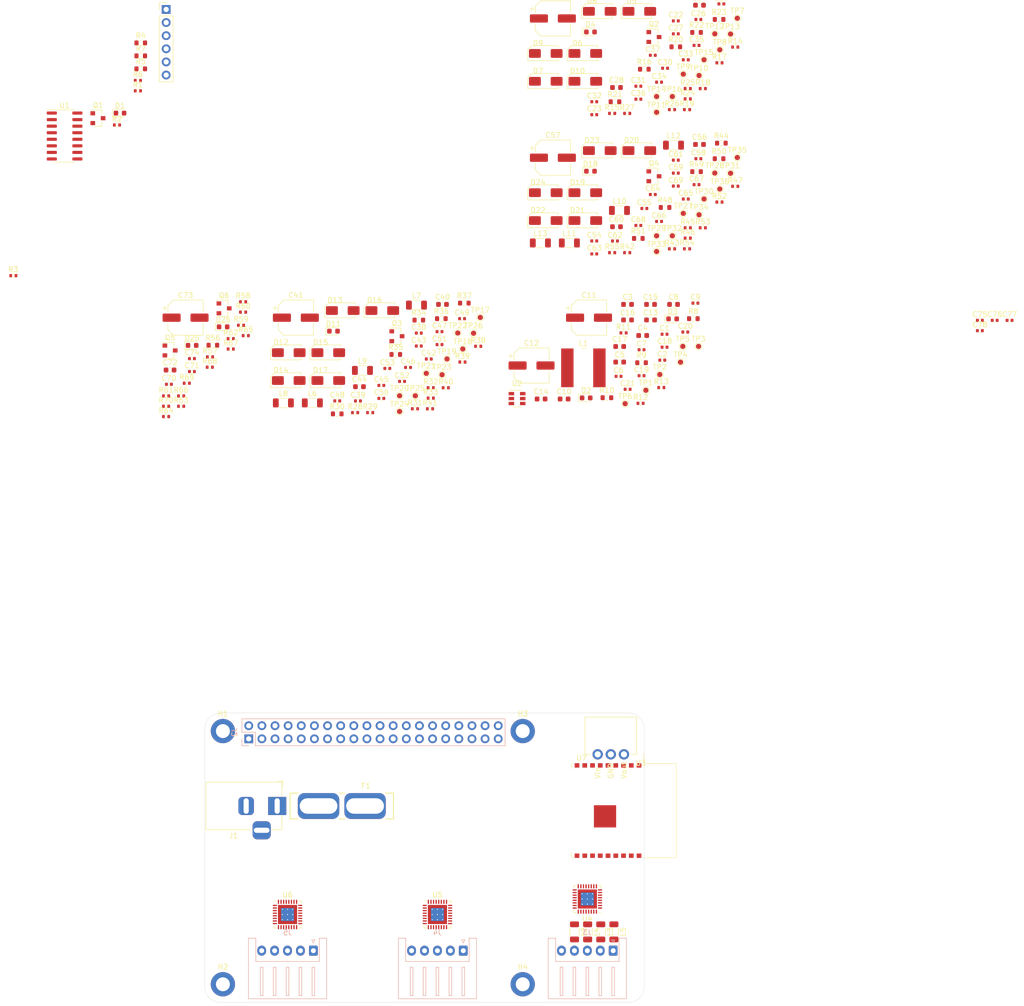
<source format=kicad_pcb>
(kicad_pcb (version 20171130) (host pcbnew 5.1.12-84ad8e8a86~92~ubuntu20.04.1)

  (general
    (thickness 1.6)
    (drawings 13)
    (tracks 0)
    (zones 0)
    (modules 247)
    (nets 145)
  )

  (page A4)
  (layers
    (0 F.Cu signal)
    (1 In1.Cu power hide)
    (2 In2.Cu power hide)
    (31 B.Cu signal hide)
    (32 B.Adhes user hide)
    (33 F.Adhes user hide)
    (34 B.Paste user hide)
    (35 F.Paste user hide)
    (36 B.SilkS user hide)
    (37 F.SilkS user hide)
    (38 B.Mask user hide)
    (39 F.Mask user hide)
    (40 Dwgs.User user hide)
    (41 Cmts.User user hide)
    (42 Eco1.User user hide)
    (43 Eco2.User user hide)
    (44 Edge.Cuts user)
    (45 Margin user hide)
    (46 B.CrtYd user)
    (47 F.CrtYd user)
    (48 B.Fab user hide)
    (49 F.Fab user)
  )

  (setup
    (last_trace_width 0.25)
    (trace_clearance 0.2)
    (zone_clearance 0.508)
    (zone_45_only no)
    (trace_min 0.2)
    (via_size 0.8)
    (via_drill 0.4)
    (via_min_size 0.4)
    (via_min_drill 0.3)
    (uvia_size 0.3)
    (uvia_drill 0.1)
    (uvias_allowed no)
    (uvia_min_size 0.2)
    (uvia_min_drill 0.1)
    (edge_width 0.05)
    (segment_width 0.2)
    (pcb_text_width 0.3)
    (pcb_text_size 1.5 1.5)
    (mod_edge_width 0.12)
    (mod_text_size 1 1)
    (mod_text_width 0.15)
    (pad_size 1.524 1.524)
    (pad_drill 0.762)
    (pad_to_mask_clearance 0)
    (aux_axis_origin 0 0)
    (visible_elements FFFFFF7F)
    (pcbplotparams
      (layerselection 0x010fc_ffffffff)
      (usegerberextensions false)
      (usegerberattributes true)
      (usegerberadvancedattributes true)
      (creategerberjobfile true)
      (excludeedgelayer true)
      (linewidth 0.100000)
      (plotframeref false)
      (viasonmask false)
      (mode 1)
      (useauxorigin false)
      (hpglpennumber 1)
      (hpglpenspeed 20)
      (hpglpendiameter 15.000000)
      (psnegative false)
      (psa4output false)
      (plotreference true)
      (plotvalue true)
      (plotinvisibletext false)
      (padsonsilk false)
      (subtractmaskfromsilk false)
      (outputformat 1)
      (mirror false)
      (drillshape 1)
      (scaleselection 1)
      (outputdirectory ""))
  )

  (net 0 "")
  (net 1 +12V)
  (net 2 GND)
  (net 3 "Net-(C9-Pad2)")
  (net 4 "Net-(C9-Pad1)")
  (net 5 +5V)
  (net 6 +3V3)
  (net 7 "Net-(C26-Pad2)")
  (net 8 "Net-(C27-Pad1)")
  (net 9 "Net-(C29-Pad1)")
  (net 10 "Net-(C29-Pad2)")
  (net 11 "/Motor driver 0/VREF")
  (net 12 /OA1_0)
  (net 13 /OA2_0)
  (net 14 /OB1_0)
  (net 15 /OB2_0)
  (net 16 "Net-(C36-Pad2)")
  (net 17 "Net-(C37-Pad2)")
  (net 18 "Net-(C42-Pad2)")
  (net 19 "Net-(C43-Pad1)")
  (net 20 "Net-(C45-Pad1)")
  (net 21 "Net-(C45-Pad2)")
  (net 22 "/Motor driver 1/VREF")
  (net 23 /OA1_1)
  (net 24 /OA2_1)
  (net 25 /OB1_1)
  (net 26 /OB2_1)
  (net 27 "Net-(C52-Pad2)")
  (net 28 "Net-(C53-Pad2)")
  (net 29 "Net-(C58-Pad2)")
  (net 30 "Net-(C59-Pad1)")
  (net 31 "Net-(C61-Pad2)")
  (net 32 "Net-(C61-Pad1)")
  (net 33 "/Motor driver 2/VREF")
  (net 34 /OA1_2)
  (net 35 /OA2_2)
  (net 36 /OB1_2)
  (net 37 /OB2_2)
  (net 38 "Net-(C68-Pad2)")
  (net 39 "Net-(C69-Pad2)")
  (net 40 /ESP8266/~RST_ESP)
  (net 41 "Net-(D1-Pad1)")
  (net 42 "Net-(D2-Pad1)")
  (net 43 "Net-(D3-Pad1)")
  (net 44 "Net-(D4-Pad1)")
  (net 45 "Net-(D11-Pad1)")
  (net 46 "Net-(D18-Pad1)")
  (net 47 "Net-(D25-Pad1)")
  (net 48 /ESP8266/GPIO5_ESP)
  (net 49 "Net-(D26-Pad1)")
  (net 50 "Net-(F1-Pad1)")
  (net 51 "Net-(F1-Pad2)")
  (net 52 /GPIO2_PI)
  (net 53 /GPIO3_PI)
  (net 54 /GND_PI)
  (net 55 /GPIO4_PI)
  (net 56 "/UART_TX(14)_PI")
  (net 57 "/UART_RX(15)_PI")
  (net 58 /GPIO17_PI)
  (net 59 /GPIO18_PI)
  (net 60 /GPIO27_PI)
  (net 61 /GPIO22_PI)
  (net 62 /GPIO23_PI)
  (net 63 /GPIO24_PI)
  (net 64 "/MOSI(10)_PI")
  (net 65 "/MISO(9)_PI")
  (net 66 /GPIO25_PI)
  (net 67 "/CLK(11)_PI")
  (net 68 "/CE0(8)_PI")
  (net 69 /GPIO7_PI)
  (net 70 /GPIO0_PI)
  (net 71 /GPIO1_PI)
  (net 72 /GPIO5_PI)
  (net 73 /GPIO6_PI)
  (net 74 "/PWM0(12)_PI")
  (net 75 "/PWM1(13)_PI")
  (net 76 /GPIO19_PI)
  (net 77 /GPIO16_PI)
  (net 78 /GPIO26_PI)
  (net 79 /GPIO20_PI)
  (net 80 /GPIO21_PI)
  (net 81 "Net-(J3-Pad5)")
  (net 82 "Net-(J4-Pad5)")
  (net 83 "Net-(J5-Pad5)")
  (net 84 /ESP8266/~RTS_ESP)
  (net 85 /ESP8266/~DTR_ESP)
  (net 86 /ESP8266/RX_ESP)
  (net 87 /ESP8266/TX_ESP)
  (net 88 "/Motor driver 0/OA1_FILTERED")
  (net 89 "/Motor driver 0/OA2_FILTERED")
  (net 90 "/Motor driver 0/OB1_FILTERED")
  (net 91 "/Motor driver 0/OB2_FILTERED")
  (net 92 "/Motor driver 1/OA1_FILTERED")
  (net 93 "/Motor driver 1/OA2_FILTERED")
  (net 94 "/Motor driver 1/OB1_FILTERED")
  (net 95 "/Motor driver 1/OB2_FILTERED")
  (net 96 "/Motor driver 2/OA1_FILTERED")
  (net 97 "/Motor driver 2/OA2_FILTERED")
  (net 98 "/Motor driver 2/OB1_FILTERED")
  (net 99 "/Motor driver 2/OB2_FILTERED")
  (net 100 "Net-(Q1-Pad1)")
  (net 101 "Net-(Q2-Pad1)")
  (net 102 "Net-(Q2-Pad3)")
  (net 103 "Net-(Q3-Pad3)")
  (net 104 "Net-(Q3-Pad1)")
  (net 105 "Net-(Q4-Pad1)")
  (net 106 "Net-(Q4-Pad3)")
  (net 107 "Net-(Q5-Pad1)")
  (net 108 /ESP8266/GPIO0_ESP)
  (net 109 "Net-(Q6-Pad1)")
  (net 110 /ESP8266/ADC_ESP)
  (net 111 "Net-(R11-Pad1)")
  (net 112 /GPIO4_ESP)
  (net 113 "/Motor driver 0/DIAG")
  (net 114 "/Motor driver 0/VREF_OVR")
  (net 115 "/Motor driver 0/MS1")
  (net 116 "/Motor driver 0/MS2")
  (net 117 "/PWM0_PI(12)")
  (net 118 "/Motor driver 0/~PDN_UART")
  (net 119 "/Motor driver 1/DIAG")
  (net 120 "/Motor driver 1/VREF_OVR")
  (net 121 "/Motor driver 1/MS1")
  (net 122 "/Motor driver 1/MS2")
  (net 123 "/PWM1_PI(13)")
  (net 124 "/Motor driver 1/~PDN_UART")
  (net 125 "/Motor driver 2/DIAG")
  (net 126 "/Motor driver 2/VREF_OVR")
  (net 127 "/Motor driver 2/MS1")
  (net 128 "/Motor driver 2/MS2")
  (net 129 "/Motor driver 2/~PDN_UART")
  (net 130 /ESP8266/GPIO2_ESP)
  (net 131 /ESP8266/EN_ESP)
  (net 132 "Net-(U1-Pad1)")
  (net 133 "Net-(U1-Pad2)")
  (net 134 "Net-(U1-Pad4)")
  (net 135 "Net-(U1-Pad5)")
  (net 136 "Net-(U1-Pad12)")
  (net 137 "Net-(U4-Pad2)")
  (net 138 "Net-(U5-Pad2)")
  (net 139 "Net-(U6-Pad2)")
  (net 140 /ESP8266/~RST)
  (net 141 "Net-(C75-Pad2)")
  (net 142 "Net-(C76-Pad2)")
  (net 143 "Net-(C77-Pad2)")
  (net 144 "Net-(C78-Pad2)")

  (net_class Default "This is the default net class."
    (clearance 0.2)
    (trace_width 0.25)
    (via_dia 0.8)
    (via_drill 0.4)
    (uvia_dia 0.3)
    (uvia_drill 0.1)
    (add_net +12V)
    (add_net +3V3)
    (add_net +5V)
    (add_net "/CE0(8)_PI")
    (add_net "/CLK(11)_PI")
    (add_net /ESP8266/ADC_ESP)
    (add_net /ESP8266/EN_ESP)
    (add_net /ESP8266/GPIO0_ESP)
    (add_net /ESP8266/GPIO2_ESP)
    (add_net /ESP8266/GPIO5_ESP)
    (add_net /ESP8266/RX_ESP)
    (add_net /ESP8266/TX_ESP)
    (add_net /ESP8266/~DTR_ESP)
    (add_net /ESP8266/~RST)
    (add_net /ESP8266/~RST_ESP)
    (add_net /ESP8266/~RTS_ESP)
    (add_net /GND_PI)
    (add_net /GPIO0_PI)
    (add_net /GPIO16_PI)
    (add_net /GPIO17_PI)
    (add_net /GPIO18_PI)
    (add_net /GPIO19_PI)
    (add_net /GPIO1_PI)
    (add_net /GPIO20_PI)
    (add_net /GPIO21_PI)
    (add_net /GPIO22_PI)
    (add_net /GPIO23_PI)
    (add_net /GPIO24_PI)
    (add_net /GPIO25_PI)
    (add_net /GPIO26_PI)
    (add_net /GPIO27_PI)
    (add_net /GPIO2_PI)
    (add_net /GPIO3_PI)
    (add_net /GPIO4_ESP)
    (add_net /GPIO4_PI)
    (add_net /GPIO5_PI)
    (add_net /GPIO6_PI)
    (add_net /GPIO7_PI)
    (add_net "/MISO(9)_PI")
    (add_net "/MOSI(10)_PI")
    (add_net "/Motor driver 0/DIAG")
    (add_net "/Motor driver 0/MS1")
    (add_net "/Motor driver 0/MS2")
    (add_net "/Motor driver 0/OA1_FILTERED")
    (add_net "/Motor driver 0/OA2_FILTERED")
    (add_net "/Motor driver 0/OB1_FILTERED")
    (add_net "/Motor driver 0/OB2_FILTERED")
    (add_net "/Motor driver 0/VREF")
    (add_net "/Motor driver 0/VREF_OVR")
    (add_net "/Motor driver 0/~PDN_UART")
    (add_net "/Motor driver 1/DIAG")
    (add_net "/Motor driver 1/MS1")
    (add_net "/Motor driver 1/MS2")
    (add_net "/Motor driver 1/OA1_FILTERED")
    (add_net "/Motor driver 1/OA2_FILTERED")
    (add_net "/Motor driver 1/OB1_FILTERED")
    (add_net "/Motor driver 1/OB2_FILTERED")
    (add_net "/Motor driver 1/VREF")
    (add_net "/Motor driver 1/VREF_OVR")
    (add_net "/Motor driver 1/~PDN_UART")
    (add_net "/Motor driver 2/DIAG")
    (add_net "/Motor driver 2/MS1")
    (add_net "/Motor driver 2/MS2")
    (add_net "/Motor driver 2/OA1_FILTERED")
    (add_net "/Motor driver 2/OA2_FILTERED")
    (add_net "/Motor driver 2/OB1_FILTERED")
    (add_net "/Motor driver 2/OB2_FILTERED")
    (add_net "/Motor driver 2/VREF")
    (add_net "/Motor driver 2/VREF_OVR")
    (add_net "/Motor driver 2/~PDN_UART")
    (add_net /OA1_0)
    (add_net /OA1_1)
    (add_net /OA1_2)
    (add_net /OA2_0)
    (add_net /OA2_1)
    (add_net /OA2_2)
    (add_net /OB1_0)
    (add_net /OB1_1)
    (add_net /OB1_2)
    (add_net /OB2_0)
    (add_net /OB2_1)
    (add_net /OB2_2)
    (add_net "/PWM0(12)_PI")
    (add_net "/PWM0_PI(12)")
    (add_net "/PWM1(13)_PI")
    (add_net "/PWM1_PI(13)")
    (add_net "/UART_RX(15)_PI")
    (add_net "/UART_TX(14)_PI")
    (add_net GND)
    (add_net "Net-(C26-Pad2)")
    (add_net "Net-(C27-Pad1)")
    (add_net "Net-(C29-Pad1)")
    (add_net "Net-(C29-Pad2)")
    (add_net "Net-(C36-Pad2)")
    (add_net "Net-(C37-Pad2)")
    (add_net "Net-(C42-Pad2)")
    (add_net "Net-(C43-Pad1)")
    (add_net "Net-(C45-Pad1)")
    (add_net "Net-(C45-Pad2)")
    (add_net "Net-(C52-Pad2)")
    (add_net "Net-(C53-Pad2)")
    (add_net "Net-(C58-Pad2)")
    (add_net "Net-(C59-Pad1)")
    (add_net "Net-(C61-Pad1)")
    (add_net "Net-(C61-Pad2)")
    (add_net "Net-(C68-Pad2)")
    (add_net "Net-(C69-Pad2)")
    (add_net "Net-(C75-Pad2)")
    (add_net "Net-(C76-Pad2)")
    (add_net "Net-(C77-Pad2)")
    (add_net "Net-(C78-Pad2)")
    (add_net "Net-(C9-Pad1)")
    (add_net "Net-(C9-Pad2)")
    (add_net "Net-(D1-Pad1)")
    (add_net "Net-(D11-Pad1)")
    (add_net "Net-(D18-Pad1)")
    (add_net "Net-(D2-Pad1)")
    (add_net "Net-(D25-Pad1)")
    (add_net "Net-(D26-Pad1)")
    (add_net "Net-(D3-Pad1)")
    (add_net "Net-(D4-Pad1)")
    (add_net "Net-(F1-Pad1)")
    (add_net "Net-(F1-Pad2)")
    (add_net "Net-(J3-Pad5)")
    (add_net "Net-(J4-Pad5)")
    (add_net "Net-(J5-Pad5)")
    (add_net "Net-(Q1-Pad1)")
    (add_net "Net-(Q2-Pad1)")
    (add_net "Net-(Q2-Pad3)")
    (add_net "Net-(Q3-Pad1)")
    (add_net "Net-(Q3-Pad3)")
    (add_net "Net-(Q4-Pad1)")
    (add_net "Net-(Q4-Pad3)")
    (add_net "Net-(Q5-Pad1)")
    (add_net "Net-(Q6-Pad1)")
    (add_net "Net-(R11-Pad1)")
    (add_net "Net-(U1-Pad1)")
    (add_net "Net-(U1-Pad12)")
    (add_net "Net-(U1-Pad2)")
    (add_net "Net-(U1-Pad4)")
    (add_net "Net-(U1-Pad5)")
    (add_net "Net-(U4-Pad2)")
    (add_net "Net-(U5-Pad2)")
    (add_net "Net-(U6-Pad2)")
  )

  (module SaMcam_shield:TVS_Diode_Wuerth_824501241 (layer F.Cu) (tedit 6196D0AF) (tstamp 61970565)
    (at 196.405001 -75.804999)
    (descr "Diode SMD 2114 (3652 Metric), square (rectangular) end terminal, IPC_7351 nominal, (Body size from: http://datasheets.avx.com/schottky.pdf), generated with kicad-footprint-generator")
    (tags diode)
    (path /60355F25/6066420F)
    (attr smd)
    (fp_text reference D8 (at -1.5 -2) (layer F.SilkS)
      (effects (font (size 1 1) (thickness 0.15)))
    )
    (fp_text value D_TVS (at 0 2.82) (layer F.Fab)
      (effects (font (size 1 1) (thickness 0.15)))
    )
    (fp_text user %R (at 0 0) (layer F.Fab)
      (effects (font (size 1 1) (thickness 0.15)))
    )
    (fp_line (start 3.3 1.4) (end -3.3 1.4) (layer F.CrtYd) (width 0.05))
    (fp_line (start 3.3 -1.5) (end 3.3 1.4) (layer F.CrtYd) (width 0.05))
    (fp_line (start -3.3 -1.5) (end 3.3 -1.5) (layer F.CrtYd) (width 0.05))
    (fp_line (start -3.3 1.4) (end -3.3 -1.5) (layer F.CrtYd) (width 0.05))
    (fp_line (start -3.5 1.4) (end 2.4 1.4) (layer F.SilkS) (width 0.12))
    (fp_line (start -3.5 -0.7) (end -3.5 1.4) (layer F.SilkS) (width 0.12))
    (fp_line (start 2.4 -1.5) (end -2.7 -1.5) (layer F.SilkS) (width 0.12))
    (fp_line (start 2.4 1.4) (end 2.4 -1.5) (layer F.Fab) (width 0.1))
    (fp_line (start -3.5 1.4) (end 2.4 1.4) (layer F.Fab) (width 0.1))
    (fp_line (start -3.5 -0.7) (end -3.5 1.4) (layer F.Fab) (width 0.1))
    (fp_line (start -2.7 -1.5) (end -3.5 -0.7) (layer F.Fab) (width 0.1))
    (fp_line (start 2.4 -1.5) (end -2.7 -1.5) (layer F.Fab) (width 0.1))
    (fp_line (start -2.7 -1.5) (end -3.5 -0.7) (layer F.SilkS) (width 0.12))
    (fp_line (start 2.4 1.4) (end 2.4 1) (layer F.SilkS) (width 0.12))
    (fp_line (start 2.4 -1.1) (end 2.4 -1.5) (layer F.SilkS) (width 0.12))
    (pad 2 smd roundrect (at 2.1 0) (size 2.3 1.7) (layers F.Cu F.Paste F.Mask) (roundrect_rratio 0.149)
      (net 14 /OB1_0))
    (pad 1 smd roundrect (at -2.1 0) (size 2.3 1.7) (layers F.Cu F.Paste F.Mask) (roundrect_rratio 0.149)
      (net 2 GND))
    (model ${KIPRJMOD}/packages3d/TVS_Diode_Wuerth_824501241.stp
      (offset (xyz 0 0 1.2))
      (scale (xyz 1 1 1))
      (rotate (xyz -90 0 0))
    )
  )

  (module SaMcam_shield:TVS_Diode_Wuerth_824501241 (layer F.Cu) (tedit 6196D0AF) (tstamp 6197052F)
    (at 204.055001 -75.804999)
    (descr "Diode SMD 2114 (3652 Metric), square (rectangular) end terminal, IPC_7351 nominal, (Body size from: http://datasheets.avx.com/schottky.pdf), generated with kicad-footprint-generator")
    (tags diode)
    (path /60355F25/605F9627)
    (attr smd)
    (fp_text reference D5 (at -1.5 -2) (layer F.SilkS)
      (effects (font (size 1 1) (thickness 0.15)))
    )
    (fp_text value D_TVS (at 0 2.82) (layer F.Fab)
      (effects (font (size 1 1) (thickness 0.15)))
    )
    (fp_text user %R (at 0 0) (layer F.Fab)
      (effects (font (size 1 1) (thickness 0.15)))
    )
    (fp_line (start 3.3 1.4) (end -3.3 1.4) (layer F.CrtYd) (width 0.05))
    (fp_line (start 3.3 -1.5) (end 3.3 1.4) (layer F.CrtYd) (width 0.05))
    (fp_line (start -3.3 -1.5) (end 3.3 -1.5) (layer F.CrtYd) (width 0.05))
    (fp_line (start -3.3 1.4) (end -3.3 -1.5) (layer F.CrtYd) (width 0.05))
    (fp_line (start -3.5 1.4) (end 2.4 1.4) (layer F.SilkS) (width 0.12))
    (fp_line (start -3.5 -0.7) (end -3.5 1.4) (layer F.SilkS) (width 0.12))
    (fp_line (start 2.4 -1.5) (end -2.7 -1.5) (layer F.SilkS) (width 0.12))
    (fp_line (start 2.4 1.4) (end 2.4 -1.5) (layer F.Fab) (width 0.1))
    (fp_line (start -3.5 1.4) (end 2.4 1.4) (layer F.Fab) (width 0.1))
    (fp_line (start -3.5 -0.7) (end -3.5 1.4) (layer F.Fab) (width 0.1))
    (fp_line (start -2.7 -1.5) (end -3.5 -0.7) (layer F.Fab) (width 0.1))
    (fp_line (start 2.4 -1.5) (end -2.7 -1.5) (layer F.Fab) (width 0.1))
    (fp_line (start -2.7 -1.5) (end -3.5 -0.7) (layer F.SilkS) (width 0.12))
    (fp_line (start 2.4 1.4) (end 2.4 1) (layer F.SilkS) (width 0.12))
    (fp_line (start 2.4 -1.1) (end 2.4 -1.5) (layer F.SilkS) (width 0.12))
    (pad 2 smd roundrect (at 2.1 0) (size 2.3 1.7) (layers F.Cu F.Paste F.Mask) (roundrect_rratio 0.149)
      (net 12 /OA1_0))
    (pad 1 smd roundrect (at -2.1 0) (size 2.3 1.7) (layers F.Cu F.Paste F.Mask) (roundrect_rratio 0.149)
      (net 2 GND))
    (model ${KIPRJMOD}/packages3d/TVS_Diode_Wuerth_824501241.stp
      (offset (xyz 0 0 1.2))
      (scale (xyz 1 1 1))
      (rotate (xyz -90 0 0))
    )
  )

  (module Capacitor_SMD:C_0402_1005Metric (layer F.Cu) (tedit 5F68FEEE) (tstamp 6196BD20)
    (at 269.935001 -16)
    (descr "Capacitor SMD 0402 (1005 Metric), square (rectangular) end terminal, IPC_7351 nominal, (Body size source: IPC-SM-782 page 76, https://www.pcb-3d.com/wordpress/wp-content/uploads/ipc-sm-782a_amendment_1_and_2.pdf), generated with kicad-footprint-generator")
    (tags capacitor)
    (path /61E92A71)
    (attr smd)
    (fp_text reference C75 (at 0 -1.16) (layer F.SilkS)
      (effects (font (size 1 1) (thickness 0.15)))
    )
    (fp_text value "100 nF" (at 0 1.16) (layer F.Fab)
      (effects (font (size 1 1) (thickness 0.15)))
    )
    (fp_text user %R (at 0 0) (layer F.Fab)
      (effects (font (size 0.25 0.25) (thickness 0.04)))
    )
    (fp_line (start -0.5 0.25) (end -0.5 -0.25) (layer F.Fab) (width 0.1))
    (fp_line (start -0.5 -0.25) (end 0.5 -0.25) (layer F.Fab) (width 0.1))
    (fp_line (start 0.5 -0.25) (end 0.5 0.25) (layer F.Fab) (width 0.1))
    (fp_line (start 0.5 0.25) (end -0.5 0.25) (layer F.Fab) (width 0.1))
    (fp_line (start -0.107836 -0.36) (end 0.107836 -0.36) (layer F.SilkS) (width 0.12))
    (fp_line (start -0.107836 0.36) (end 0.107836 0.36) (layer F.SilkS) (width 0.12))
    (fp_line (start -0.91 0.46) (end -0.91 -0.46) (layer F.CrtYd) (width 0.05))
    (fp_line (start -0.91 -0.46) (end 0.91 -0.46) (layer F.CrtYd) (width 0.05))
    (fp_line (start 0.91 -0.46) (end 0.91 0.46) (layer F.CrtYd) (width 0.05))
    (fp_line (start 0.91 0.46) (end -0.91 0.46) (layer F.CrtYd) (width 0.05))
    (pad 2 smd roundrect (at 0.48 0) (size 0.56 0.62) (layers F.Cu F.Paste F.Mask) (roundrect_rratio 0.25)
      (net 141 "Net-(C75-Pad2)"))
    (pad 1 smd roundrect (at -0.48 0) (size 0.56 0.62) (layers F.Cu F.Paste F.Mask) (roundrect_rratio 0.25)
      (net 2 GND))
    (model ${KISYS3DMOD}/Capacitor_SMD.3dshapes/C_0402_1005Metric.wrl
      (at (xyz 0 0 0))
      (scale (xyz 1 1 1))
      (rotate (xyz 0 0 0))
    )
  )

  (module Capacitor_SMD:C_0402_1005Metric (layer F.Cu) (tedit 5F68FEEE) (tstamp 6196BD31)
    (at 272.805001 -16)
    (descr "Capacitor SMD 0402 (1005 Metric), square (rectangular) end terminal, IPC_7351 nominal, (Body size source: IPC-SM-782 page 76, https://www.pcb-3d.com/wordpress/wp-content/uploads/ipc-sm-782a_amendment_1_and_2.pdf), generated with kicad-footprint-generator")
    (tags capacitor)
    (path /61E9DDA2)
    (attr smd)
    (fp_text reference C76 (at 0 -1.16) (layer F.SilkS)
      (effects (font (size 1 1) (thickness 0.15)))
    )
    (fp_text value "100 nF" (at 0 1.16) (layer F.Fab)
      (effects (font (size 1 1) (thickness 0.15)))
    )
    (fp_text user %R (at 0 0) (layer F.Fab)
      (effects (font (size 0.25 0.25) (thickness 0.04)))
    )
    (fp_line (start -0.5 0.25) (end -0.5 -0.25) (layer F.Fab) (width 0.1))
    (fp_line (start -0.5 -0.25) (end 0.5 -0.25) (layer F.Fab) (width 0.1))
    (fp_line (start 0.5 -0.25) (end 0.5 0.25) (layer F.Fab) (width 0.1))
    (fp_line (start 0.5 0.25) (end -0.5 0.25) (layer F.Fab) (width 0.1))
    (fp_line (start -0.107836 -0.36) (end 0.107836 -0.36) (layer F.SilkS) (width 0.12))
    (fp_line (start -0.107836 0.36) (end 0.107836 0.36) (layer F.SilkS) (width 0.12))
    (fp_line (start -0.91 0.46) (end -0.91 -0.46) (layer F.CrtYd) (width 0.05))
    (fp_line (start -0.91 -0.46) (end 0.91 -0.46) (layer F.CrtYd) (width 0.05))
    (fp_line (start 0.91 -0.46) (end 0.91 0.46) (layer F.CrtYd) (width 0.05))
    (fp_line (start 0.91 0.46) (end -0.91 0.46) (layer F.CrtYd) (width 0.05))
    (pad 2 smd roundrect (at 0.48 0) (size 0.56 0.62) (layers F.Cu F.Paste F.Mask) (roundrect_rratio 0.25)
      (net 142 "Net-(C76-Pad2)"))
    (pad 1 smd roundrect (at -0.48 0) (size 0.56 0.62) (layers F.Cu F.Paste F.Mask) (roundrect_rratio 0.25)
      (net 2 GND))
    (model ${KISYS3DMOD}/Capacitor_SMD.3dshapes/C_0402_1005Metric.wrl
      (at (xyz 0 0 0))
      (scale (xyz 1 1 1))
      (rotate (xyz 0 0 0))
    )
  )

  (module Capacitor_SMD:C_0402_1005Metric (layer F.Cu) (tedit 5F68FEEE) (tstamp 6196BD42)
    (at 275.675001 -16)
    (descr "Capacitor SMD 0402 (1005 Metric), square (rectangular) end terminal, IPC_7351 nominal, (Body size source: IPC-SM-782 page 76, https://www.pcb-3d.com/wordpress/wp-content/uploads/ipc-sm-782a_amendment_1_and_2.pdf), generated with kicad-footprint-generator")
    (tags capacitor)
    (path /61EA4F00)
    (attr smd)
    (fp_text reference C77 (at 0 -1.16) (layer F.SilkS)
      (effects (font (size 1 1) (thickness 0.15)))
    )
    (fp_text value "100 nF" (at 0 1.16) (layer F.Fab)
      (effects (font (size 1 1) (thickness 0.15)))
    )
    (fp_text user %R (at 0 0) (layer F.Fab)
      (effects (font (size 0.25 0.25) (thickness 0.04)))
    )
    (fp_line (start -0.5 0.25) (end -0.5 -0.25) (layer F.Fab) (width 0.1))
    (fp_line (start -0.5 -0.25) (end 0.5 -0.25) (layer F.Fab) (width 0.1))
    (fp_line (start 0.5 -0.25) (end 0.5 0.25) (layer F.Fab) (width 0.1))
    (fp_line (start 0.5 0.25) (end -0.5 0.25) (layer F.Fab) (width 0.1))
    (fp_line (start -0.107836 -0.36) (end 0.107836 -0.36) (layer F.SilkS) (width 0.12))
    (fp_line (start -0.107836 0.36) (end 0.107836 0.36) (layer F.SilkS) (width 0.12))
    (fp_line (start -0.91 0.46) (end -0.91 -0.46) (layer F.CrtYd) (width 0.05))
    (fp_line (start -0.91 -0.46) (end 0.91 -0.46) (layer F.CrtYd) (width 0.05))
    (fp_line (start 0.91 -0.46) (end 0.91 0.46) (layer F.CrtYd) (width 0.05))
    (fp_line (start 0.91 0.46) (end -0.91 0.46) (layer F.CrtYd) (width 0.05))
    (pad 2 smd roundrect (at 0.48 0) (size 0.56 0.62) (layers F.Cu F.Paste F.Mask) (roundrect_rratio 0.25)
      (net 143 "Net-(C77-Pad2)"))
    (pad 1 smd roundrect (at -0.48 0) (size 0.56 0.62) (layers F.Cu F.Paste F.Mask) (roundrect_rratio 0.25)
      (net 2 GND))
    (model ${KISYS3DMOD}/Capacitor_SMD.3dshapes/C_0402_1005Metric.wrl
      (at (xyz 0 0 0))
      (scale (xyz 1 1 1))
      (rotate (xyz 0 0 0))
    )
  )

  (module Capacitor_SMD:C_0402_1005Metric (layer F.Cu) (tedit 5F68FEEE) (tstamp 6196BD53)
    (at 269.935001 -14)
    (descr "Capacitor SMD 0402 (1005 Metric), square (rectangular) end terminal, IPC_7351 nominal, (Body size source: IPC-SM-782 page 76, https://www.pcb-3d.com/wordpress/wp-content/uploads/ipc-sm-782a_amendment_1_and_2.pdf), generated with kicad-footprint-generator")
    (tags capacitor)
    (path /61EAC382)
    (attr smd)
    (fp_text reference C78 (at 0 -1.16) (layer F.SilkS)
      (effects (font (size 1 1) (thickness 0.15)))
    )
    (fp_text value "100 nF" (at 0 1.16) (layer F.Fab)
      (effects (font (size 1 1) (thickness 0.15)))
    )
    (fp_text user %R (at 0 0) (layer F.Fab)
      (effects (font (size 0.25 0.25) (thickness 0.04)))
    )
    (fp_line (start -0.5 0.25) (end -0.5 -0.25) (layer F.Fab) (width 0.1))
    (fp_line (start -0.5 -0.25) (end 0.5 -0.25) (layer F.Fab) (width 0.1))
    (fp_line (start 0.5 -0.25) (end 0.5 0.25) (layer F.Fab) (width 0.1))
    (fp_line (start 0.5 0.25) (end -0.5 0.25) (layer F.Fab) (width 0.1))
    (fp_line (start -0.107836 -0.36) (end 0.107836 -0.36) (layer F.SilkS) (width 0.12))
    (fp_line (start -0.107836 0.36) (end 0.107836 0.36) (layer F.SilkS) (width 0.12))
    (fp_line (start -0.91 0.46) (end -0.91 -0.46) (layer F.CrtYd) (width 0.05))
    (fp_line (start -0.91 -0.46) (end 0.91 -0.46) (layer F.CrtYd) (width 0.05))
    (fp_line (start 0.91 -0.46) (end 0.91 0.46) (layer F.CrtYd) (width 0.05))
    (fp_line (start 0.91 0.46) (end -0.91 0.46) (layer F.CrtYd) (width 0.05))
    (pad 2 smd roundrect (at 0.48 0) (size 0.56 0.62) (layers F.Cu F.Paste F.Mask) (roundrect_rratio 0.25)
      (net 144 "Net-(C78-Pad2)"))
    (pad 1 smd roundrect (at -0.48 0) (size 0.56 0.62) (layers F.Cu F.Paste F.Mask) (roundrect_rratio 0.25)
      (net 2 GND))
    (model ${KISYS3DMOD}/Capacitor_SMD.3dshapes/C_0402_1005Metric.wrl
      (at (xyz 0 0 0))
      (scale (xyz 1 1 1))
      (rotate (xyz 0 0 0))
    )
  )

  (module MountingHole:MountingHole_2.7mm_M2.5_DIN965_Pad (layer F.Cu) (tedit 56D1B4CB) (tstamp 6196BD5B)
    (at 123.5 63.5)
    (descr "Mounting Hole 2.7mm, M2.5, DIN965")
    (tags "mounting hole 2.7mm m2.5 din965")
    (path /61E84F2A)
    (attr virtual)
    (fp_text reference H1 (at 0 -3.35) (layer F.SilkS)
      (effects (font (size 1 1) (thickness 0.15)))
    )
    (fp_text value MountingHole_Pad (at 0 3.35) (layer F.Fab)
      (effects (font (size 1 1) (thickness 0.15)))
    )
    (fp_text user %R (at 0.3 0) (layer F.Fab)
      (effects (font (size 1 1) (thickness 0.15)))
    )
    (fp_circle (center 0 0) (end 2.35 0) (layer Cmts.User) (width 0.15))
    (fp_circle (center 0 0) (end 2.6 0) (layer F.CrtYd) (width 0.05))
    (pad 1 thru_hole circle (at 0 0) (size 4.7 4.7) (drill 2.7) (layers *.Cu *.Mask)
      (net 141 "Net-(C75-Pad2)"))
  )

  (module MountingHole:MountingHole_2.7mm_M2.5_DIN965_Pad (layer F.Cu) (tedit 56D1B4CB) (tstamp 6196BD63)
    (at 123.5 112.5)
    (descr "Mounting Hole 2.7mm, M2.5, DIN965")
    (tags "mounting hole 2.7mm m2.5 din965")
    (path /61E9DD95)
    (attr virtual)
    (fp_text reference H2 (at 0 -3.35) (layer F.SilkS)
      (effects (font (size 1 1) (thickness 0.15)))
    )
    (fp_text value MountingHole_Pad (at 0 3.35) (layer F.Fab)
      (effects (font (size 1 1) (thickness 0.15)))
    )
    (fp_text user %R (at 0.3 0) (layer F.Fab)
      (effects (font (size 1 1) (thickness 0.15)))
    )
    (fp_circle (center 0 0) (end 2.35 0) (layer Cmts.User) (width 0.15))
    (fp_circle (center 0 0) (end 2.6 0) (layer F.CrtYd) (width 0.05))
    (pad 1 thru_hole circle (at 0 0) (size 4.7 4.7) (drill 2.7) (layers *.Cu *.Mask)
      (net 142 "Net-(C76-Pad2)"))
  )

  (module MountingHole:MountingHole_2.7mm_M2.5_DIN965_Pad (layer F.Cu) (tedit 56D1B4CB) (tstamp 6196BD6B)
    (at 181.5 63.5)
    (descr "Mounting Hole 2.7mm, M2.5, DIN965")
    (tags "mounting hole 2.7mm m2.5 din965")
    (path /61EA4EF3)
    (attr virtual)
    (fp_text reference H3 (at 0 -3.35) (layer F.SilkS)
      (effects (font (size 1 1) (thickness 0.15)))
    )
    (fp_text value MountingHole_Pad (at 0 3.35) (layer F.Fab)
      (effects (font (size 1 1) (thickness 0.15)))
    )
    (fp_text user %R (at 0.3 0) (layer F.Fab)
      (effects (font (size 1 1) (thickness 0.15)))
    )
    (fp_circle (center 0 0) (end 2.35 0) (layer Cmts.User) (width 0.15))
    (fp_circle (center 0 0) (end 2.6 0) (layer F.CrtYd) (width 0.05))
    (pad 1 thru_hole circle (at 0 0) (size 4.7 4.7) (drill 2.7) (layers *.Cu *.Mask)
      (net 143 "Net-(C77-Pad2)"))
  )

  (module MountingHole:MountingHole_2.7mm_M2.5_DIN965_Pad (layer F.Cu) (tedit 56D1B4CB) (tstamp 6196BD73)
    (at 181.5 112.5)
    (descr "Mounting Hole 2.7mm, M2.5, DIN965")
    (tags "mounting hole 2.7mm m2.5 din965")
    (path /61EAC375)
    (attr virtual)
    (fp_text reference H4 (at 0 -3.35) (layer F.SilkS)
      (effects (font (size 1 1) (thickness 0.15)))
    )
    (fp_text value MountingHole_Pad (at 0 3.35) (layer F.Fab)
      (effects (font (size 1 1) (thickness 0.15)))
    )
    (fp_text user %R (at 0.3 0) (layer F.Fab)
      (effects (font (size 1 1) (thickness 0.15)))
    )
    (fp_circle (center 0 0) (end 2.35 0) (layer Cmts.User) (width 0.15))
    (fp_circle (center 0 0) (end 2.6 0) (layer F.CrtYd) (width 0.05))
    (pad 1 thru_hole circle (at 0 0) (size 4.7 4.7) (drill 2.7) (layers *.Cu *.Mask)
      (net 144 "Net-(C78-Pad2)"))
  )

  (module Capacitor_SMD:CP_Elec_6.3x3 (layer F.Cu) (tedit 5BCA39CF) (tstamp 6195FFA5)
    (at 194.325001 -16.514999)
    (descr "SMD capacitor, aluminum electrolytic, Nichicon, 6.3x3.0mm")
    (tags "capacitor electrolytic")
    (path /60C6E8D2/60456F66)
    (attr smd)
    (fp_text reference C11 (at 0 -4.35) (layer F.SilkS)
      (effects (font (size 1 1) (thickness 0.15)))
    )
    (fp_text value "100 uF" (at 0 4.35) (layer F.Fab)
      (effects (font (size 1 1) (thickness 0.15)))
    )
    (fp_text user %R (at 0 0) (layer F.Fab)
      (effects (font (size 1 1) (thickness 0.15)))
    )
    (fp_circle (center 0 0) (end 3.15 0) (layer F.Fab) (width 0.1))
    (fp_line (start 3.3 -3.3) (end 3.3 3.3) (layer F.Fab) (width 0.1))
    (fp_line (start -2.3 -3.3) (end 3.3 -3.3) (layer F.Fab) (width 0.1))
    (fp_line (start -2.3 3.3) (end 3.3 3.3) (layer F.Fab) (width 0.1))
    (fp_line (start -3.3 -2.3) (end -3.3 2.3) (layer F.Fab) (width 0.1))
    (fp_line (start -3.3 -2.3) (end -2.3 -3.3) (layer F.Fab) (width 0.1))
    (fp_line (start -3.3 2.3) (end -2.3 3.3) (layer F.Fab) (width 0.1))
    (fp_line (start -2.704838 -1.33) (end -2.074838 -1.33) (layer F.Fab) (width 0.1))
    (fp_line (start -2.389838 -1.645) (end -2.389838 -1.015) (layer F.Fab) (width 0.1))
    (fp_line (start 3.41 3.41) (end 3.41 1.06) (layer F.SilkS) (width 0.12))
    (fp_line (start 3.41 -3.41) (end 3.41 -1.06) (layer F.SilkS) (width 0.12))
    (fp_line (start -2.345563 -3.41) (end 3.41 -3.41) (layer F.SilkS) (width 0.12))
    (fp_line (start -2.345563 3.41) (end 3.41 3.41) (layer F.SilkS) (width 0.12))
    (fp_line (start -3.41 2.345563) (end -3.41 1.06) (layer F.SilkS) (width 0.12))
    (fp_line (start -3.41 -2.345563) (end -3.41 -1.06) (layer F.SilkS) (width 0.12))
    (fp_line (start -3.41 -2.345563) (end -2.345563 -3.41) (layer F.SilkS) (width 0.12))
    (fp_line (start -3.41 2.345563) (end -2.345563 3.41) (layer F.SilkS) (width 0.12))
    (fp_line (start -4.4375 -1.8475) (end -3.65 -1.8475) (layer F.SilkS) (width 0.12))
    (fp_line (start -4.04375 -2.24125) (end -4.04375 -1.45375) (layer F.SilkS) (width 0.12))
    (fp_line (start 3.55 -3.55) (end 3.55 -1.05) (layer F.CrtYd) (width 0.05))
    (fp_line (start 3.55 -1.05) (end 4.7 -1.05) (layer F.CrtYd) (width 0.05))
    (fp_line (start 4.7 -1.05) (end 4.7 1.05) (layer F.CrtYd) (width 0.05))
    (fp_line (start 4.7 1.05) (end 3.55 1.05) (layer F.CrtYd) (width 0.05))
    (fp_line (start 3.55 1.05) (end 3.55 3.55) (layer F.CrtYd) (width 0.05))
    (fp_line (start -2.4 3.55) (end 3.55 3.55) (layer F.CrtYd) (width 0.05))
    (fp_line (start -2.4 -3.55) (end 3.55 -3.55) (layer F.CrtYd) (width 0.05))
    (fp_line (start -3.55 2.4) (end -2.4 3.55) (layer F.CrtYd) (width 0.05))
    (fp_line (start -3.55 -2.4) (end -2.4 -3.55) (layer F.CrtYd) (width 0.05))
    (fp_line (start -3.55 -2.4) (end -3.55 -1.05) (layer F.CrtYd) (width 0.05))
    (fp_line (start -3.55 1.05) (end -3.55 2.4) (layer F.CrtYd) (width 0.05))
    (fp_line (start -3.55 -1.05) (end -4.7 -1.05) (layer F.CrtYd) (width 0.05))
    (fp_line (start -4.7 -1.05) (end -4.7 1.05) (layer F.CrtYd) (width 0.05))
    (fp_line (start -4.7 1.05) (end -3.55 1.05) (layer F.CrtYd) (width 0.05))
    (pad 2 smd roundrect (at 2.7 0) (size 3.5 1.6) (layers F.Cu F.Paste F.Mask) (roundrect_rratio 0.15625)
      (net 2 GND))
    (pad 1 smd roundrect (at -2.7 0) (size 3.5 1.6) (layers F.Cu F.Paste F.Mask) (roundrect_rratio 0.15625)
      (net 1 +12V))
    (model ${KISYS3DMOD}/Capacitor_SMD.3dshapes/CP_Elec_6.3x3.wrl
      (at (xyz 0 0 0))
      (scale (xyz 1 1 1))
      (rotate (xyz 0 0 0))
    )
  )

  (module Capacitor_SMD:CP_Elec_6.3x3 (layer F.Cu) (tedit 5BCA39CF) (tstamp 6195FFCD)
    (at 183.205001 -7.254999)
    (descr "SMD capacitor, aluminum electrolytic, Nichicon, 6.3x3.0mm")
    (tags "capacitor electrolytic")
    (path /60C6E8D2/604BCA5A)
    (attr smd)
    (fp_text reference C12 (at 0 -4.35) (layer F.SilkS)
      (effects (font (size 1 1) (thickness 0.15)))
    )
    (fp_text value "100 uF" (at 0 4.35) (layer F.Fab)
      (effects (font (size 1 1) (thickness 0.15)))
    )
    (fp_text user %R (at 0 0) (layer F.Fab)
      (effects (font (size 1 1) (thickness 0.15)))
    )
    (fp_circle (center 0 0) (end 3.15 0) (layer F.Fab) (width 0.1))
    (fp_line (start 3.3 -3.3) (end 3.3 3.3) (layer F.Fab) (width 0.1))
    (fp_line (start -2.3 -3.3) (end 3.3 -3.3) (layer F.Fab) (width 0.1))
    (fp_line (start -2.3 3.3) (end 3.3 3.3) (layer F.Fab) (width 0.1))
    (fp_line (start -3.3 -2.3) (end -3.3 2.3) (layer F.Fab) (width 0.1))
    (fp_line (start -3.3 -2.3) (end -2.3 -3.3) (layer F.Fab) (width 0.1))
    (fp_line (start -3.3 2.3) (end -2.3 3.3) (layer F.Fab) (width 0.1))
    (fp_line (start -2.704838 -1.33) (end -2.074838 -1.33) (layer F.Fab) (width 0.1))
    (fp_line (start -2.389838 -1.645) (end -2.389838 -1.015) (layer F.Fab) (width 0.1))
    (fp_line (start 3.41 3.41) (end 3.41 1.06) (layer F.SilkS) (width 0.12))
    (fp_line (start 3.41 -3.41) (end 3.41 -1.06) (layer F.SilkS) (width 0.12))
    (fp_line (start -2.345563 -3.41) (end 3.41 -3.41) (layer F.SilkS) (width 0.12))
    (fp_line (start -2.345563 3.41) (end 3.41 3.41) (layer F.SilkS) (width 0.12))
    (fp_line (start -3.41 2.345563) (end -3.41 1.06) (layer F.SilkS) (width 0.12))
    (fp_line (start -3.41 -2.345563) (end -3.41 -1.06) (layer F.SilkS) (width 0.12))
    (fp_line (start -3.41 -2.345563) (end -2.345563 -3.41) (layer F.SilkS) (width 0.12))
    (fp_line (start -3.41 2.345563) (end -2.345563 3.41) (layer F.SilkS) (width 0.12))
    (fp_line (start -4.4375 -1.8475) (end -3.65 -1.8475) (layer F.SilkS) (width 0.12))
    (fp_line (start -4.04375 -2.24125) (end -4.04375 -1.45375) (layer F.SilkS) (width 0.12))
    (fp_line (start 3.55 -3.55) (end 3.55 -1.05) (layer F.CrtYd) (width 0.05))
    (fp_line (start 3.55 -1.05) (end 4.7 -1.05) (layer F.CrtYd) (width 0.05))
    (fp_line (start 4.7 -1.05) (end 4.7 1.05) (layer F.CrtYd) (width 0.05))
    (fp_line (start 4.7 1.05) (end 3.55 1.05) (layer F.CrtYd) (width 0.05))
    (fp_line (start 3.55 1.05) (end 3.55 3.55) (layer F.CrtYd) (width 0.05))
    (fp_line (start -2.4 3.55) (end 3.55 3.55) (layer F.CrtYd) (width 0.05))
    (fp_line (start -2.4 -3.55) (end 3.55 -3.55) (layer F.CrtYd) (width 0.05))
    (fp_line (start -3.55 2.4) (end -2.4 3.55) (layer F.CrtYd) (width 0.05))
    (fp_line (start -3.55 -2.4) (end -2.4 -3.55) (layer F.CrtYd) (width 0.05))
    (fp_line (start -3.55 -2.4) (end -3.55 -1.05) (layer F.CrtYd) (width 0.05))
    (fp_line (start -3.55 1.05) (end -3.55 2.4) (layer F.CrtYd) (width 0.05))
    (fp_line (start -3.55 -1.05) (end -4.7 -1.05) (layer F.CrtYd) (width 0.05))
    (fp_line (start -4.7 -1.05) (end -4.7 1.05) (layer F.CrtYd) (width 0.05))
    (fp_line (start -4.7 1.05) (end -3.55 1.05) (layer F.CrtYd) (width 0.05))
    (pad 2 smd roundrect (at 2.7 0) (size 3.5 1.6) (layers F.Cu F.Paste F.Mask) (roundrect_rratio 0.15625)
      (net 2 GND))
    (pad 1 smd roundrect (at -2.7 0) (size 3.5 1.6) (layers F.Cu F.Paste F.Mask) (roundrect_rratio 0.15625)
      (net 5 +5V))
    (model ${KISYS3DMOD}/Capacitor_SMD.3dshapes/CP_Elec_6.3x3.wrl
      (at (xyz 0 0 0))
      (scale (xyz 1 1 1))
      (rotate (xyz 0 0 0))
    )
  )

  (module Capacitor_SMD:CP_Elec_6.3x3 (layer F.Cu) (tedit 5BCA39CF) (tstamp 619600C1)
    (at 187.335001 -74.424999)
    (descr "SMD capacitor, aluminum electrolytic, Nichicon, 6.3x3.0mm")
    (tags "capacitor electrolytic")
    (path /60355F25/604F4568)
    (attr smd)
    (fp_text reference C25 (at 0 -4.35) (layer F.SilkS)
      (effects (font (size 1 1) (thickness 0.15)))
    )
    (fp_text value "100 uF" (at 0 4.35) (layer F.Fab)
      (effects (font (size 1 1) (thickness 0.15)))
    )
    (fp_text user %R (at 0 0) (layer F.Fab)
      (effects (font (size 1 1) (thickness 0.15)))
    )
    (fp_circle (center 0 0) (end 3.15 0) (layer F.Fab) (width 0.1))
    (fp_line (start 3.3 -3.3) (end 3.3 3.3) (layer F.Fab) (width 0.1))
    (fp_line (start -2.3 -3.3) (end 3.3 -3.3) (layer F.Fab) (width 0.1))
    (fp_line (start -2.3 3.3) (end 3.3 3.3) (layer F.Fab) (width 0.1))
    (fp_line (start -3.3 -2.3) (end -3.3 2.3) (layer F.Fab) (width 0.1))
    (fp_line (start -3.3 -2.3) (end -2.3 -3.3) (layer F.Fab) (width 0.1))
    (fp_line (start -3.3 2.3) (end -2.3 3.3) (layer F.Fab) (width 0.1))
    (fp_line (start -2.704838 -1.33) (end -2.074838 -1.33) (layer F.Fab) (width 0.1))
    (fp_line (start -2.389838 -1.645) (end -2.389838 -1.015) (layer F.Fab) (width 0.1))
    (fp_line (start 3.41 3.41) (end 3.41 1.06) (layer F.SilkS) (width 0.12))
    (fp_line (start 3.41 -3.41) (end 3.41 -1.06) (layer F.SilkS) (width 0.12))
    (fp_line (start -2.345563 -3.41) (end 3.41 -3.41) (layer F.SilkS) (width 0.12))
    (fp_line (start -2.345563 3.41) (end 3.41 3.41) (layer F.SilkS) (width 0.12))
    (fp_line (start -3.41 2.345563) (end -3.41 1.06) (layer F.SilkS) (width 0.12))
    (fp_line (start -3.41 -2.345563) (end -3.41 -1.06) (layer F.SilkS) (width 0.12))
    (fp_line (start -3.41 -2.345563) (end -2.345563 -3.41) (layer F.SilkS) (width 0.12))
    (fp_line (start -3.41 2.345563) (end -2.345563 3.41) (layer F.SilkS) (width 0.12))
    (fp_line (start -4.4375 -1.8475) (end -3.65 -1.8475) (layer F.SilkS) (width 0.12))
    (fp_line (start -4.04375 -2.24125) (end -4.04375 -1.45375) (layer F.SilkS) (width 0.12))
    (fp_line (start 3.55 -3.55) (end 3.55 -1.05) (layer F.CrtYd) (width 0.05))
    (fp_line (start 3.55 -1.05) (end 4.7 -1.05) (layer F.CrtYd) (width 0.05))
    (fp_line (start 4.7 -1.05) (end 4.7 1.05) (layer F.CrtYd) (width 0.05))
    (fp_line (start 4.7 1.05) (end 3.55 1.05) (layer F.CrtYd) (width 0.05))
    (fp_line (start 3.55 1.05) (end 3.55 3.55) (layer F.CrtYd) (width 0.05))
    (fp_line (start -2.4 3.55) (end 3.55 3.55) (layer F.CrtYd) (width 0.05))
    (fp_line (start -2.4 -3.55) (end 3.55 -3.55) (layer F.CrtYd) (width 0.05))
    (fp_line (start -3.55 2.4) (end -2.4 3.55) (layer F.CrtYd) (width 0.05))
    (fp_line (start -3.55 -2.4) (end -2.4 -3.55) (layer F.CrtYd) (width 0.05))
    (fp_line (start -3.55 -2.4) (end -3.55 -1.05) (layer F.CrtYd) (width 0.05))
    (fp_line (start -3.55 1.05) (end -3.55 2.4) (layer F.CrtYd) (width 0.05))
    (fp_line (start -3.55 -1.05) (end -4.7 -1.05) (layer F.CrtYd) (width 0.05))
    (fp_line (start -4.7 -1.05) (end -4.7 1.05) (layer F.CrtYd) (width 0.05))
    (fp_line (start -4.7 1.05) (end -3.55 1.05) (layer F.CrtYd) (width 0.05))
    (pad 2 smd roundrect (at 2.7 0) (size 3.5 1.6) (layers F.Cu F.Paste F.Mask) (roundrect_rratio 0.15625)
      (net 2 GND))
    (pad 1 smd roundrect (at -2.7 0) (size 3.5 1.6) (layers F.Cu F.Paste F.Mask) (roundrect_rratio 0.15625)
      (net 1 +12V))
    (model ${KISYS3DMOD}/Capacitor_SMD.3dshapes/CP_Elec_6.3x3.wrl
      (at (xyz 0 0 0))
      (scale (xyz 1 1 1))
      (rotate (xyz 0 0 0))
    )
  )

  (module Capacitor_SMD:CP_Elec_6.3x3 (layer F.Cu) (tedit 5BCA39CF) (tstamp 619601E8)
    (at 137.615001 -16.514999)
    (descr "SMD capacitor, aluminum electrolytic, Nichicon, 6.3x3.0mm")
    (tags "capacitor electrolytic")
    (path /606B2804/604F4568)
    (attr smd)
    (fp_text reference C41 (at 0 -4.35) (layer F.SilkS)
      (effects (font (size 1 1) (thickness 0.15)))
    )
    (fp_text value "100 uF" (at 0 4.35) (layer F.Fab)
      (effects (font (size 1 1) (thickness 0.15)))
    )
    (fp_text user %R (at 0 0) (layer F.Fab)
      (effects (font (size 1 1) (thickness 0.15)))
    )
    (fp_circle (center 0 0) (end 3.15 0) (layer F.Fab) (width 0.1))
    (fp_line (start 3.3 -3.3) (end 3.3 3.3) (layer F.Fab) (width 0.1))
    (fp_line (start -2.3 -3.3) (end 3.3 -3.3) (layer F.Fab) (width 0.1))
    (fp_line (start -2.3 3.3) (end 3.3 3.3) (layer F.Fab) (width 0.1))
    (fp_line (start -3.3 -2.3) (end -3.3 2.3) (layer F.Fab) (width 0.1))
    (fp_line (start -3.3 -2.3) (end -2.3 -3.3) (layer F.Fab) (width 0.1))
    (fp_line (start -3.3 2.3) (end -2.3 3.3) (layer F.Fab) (width 0.1))
    (fp_line (start -2.704838 -1.33) (end -2.074838 -1.33) (layer F.Fab) (width 0.1))
    (fp_line (start -2.389838 -1.645) (end -2.389838 -1.015) (layer F.Fab) (width 0.1))
    (fp_line (start 3.41 3.41) (end 3.41 1.06) (layer F.SilkS) (width 0.12))
    (fp_line (start 3.41 -3.41) (end 3.41 -1.06) (layer F.SilkS) (width 0.12))
    (fp_line (start -2.345563 -3.41) (end 3.41 -3.41) (layer F.SilkS) (width 0.12))
    (fp_line (start -2.345563 3.41) (end 3.41 3.41) (layer F.SilkS) (width 0.12))
    (fp_line (start -3.41 2.345563) (end -3.41 1.06) (layer F.SilkS) (width 0.12))
    (fp_line (start -3.41 -2.345563) (end -3.41 -1.06) (layer F.SilkS) (width 0.12))
    (fp_line (start -3.41 -2.345563) (end -2.345563 -3.41) (layer F.SilkS) (width 0.12))
    (fp_line (start -3.41 2.345563) (end -2.345563 3.41) (layer F.SilkS) (width 0.12))
    (fp_line (start -4.4375 -1.8475) (end -3.65 -1.8475) (layer F.SilkS) (width 0.12))
    (fp_line (start -4.04375 -2.24125) (end -4.04375 -1.45375) (layer F.SilkS) (width 0.12))
    (fp_line (start 3.55 -3.55) (end 3.55 -1.05) (layer F.CrtYd) (width 0.05))
    (fp_line (start 3.55 -1.05) (end 4.7 -1.05) (layer F.CrtYd) (width 0.05))
    (fp_line (start 4.7 -1.05) (end 4.7 1.05) (layer F.CrtYd) (width 0.05))
    (fp_line (start 4.7 1.05) (end 3.55 1.05) (layer F.CrtYd) (width 0.05))
    (fp_line (start 3.55 1.05) (end 3.55 3.55) (layer F.CrtYd) (width 0.05))
    (fp_line (start -2.4 3.55) (end 3.55 3.55) (layer F.CrtYd) (width 0.05))
    (fp_line (start -2.4 -3.55) (end 3.55 -3.55) (layer F.CrtYd) (width 0.05))
    (fp_line (start -3.55 2.4) (end -2.4 3.55) (layer F.CrtYd) (width 0.05))
    (fp_line (start -3.55 -2.4) (end -2.4 -3.55) (layer F.CrtYd) (width 0.05))
    (fp_line (start -3.55 -2.4) (end -3.55 -1.05) (layer F.CrtYd) (width 0.05))
    (fp_line (start -3.55 1.05) (end -3.55 2.4) (layer F.CrtYd) (width 0.05))
    (fp_line (start -3.55 -1.05) (end -4.7 -1.05) (layer F.CrtYd) (width 0.05))
    (fp_line (start -4.7 -1.05) (end -4.7 1.05) (layer F.CrtYd) (width 0.05))
    (fp_line (start -4.7 1.05) (end -3.55 1.05) (layer F.CrtYd) (width 0.05))
    (pad 2 smd roundrect (at 2.7 0) (size 3.5 1.6) (layers F.Cu F.Paste F.Mask) (roundrect_rratio 0.15625)
      (net 2 GND))
    (pad 1 smd roundrect (at -2.7 0) (size 3.5 1.6) (layers F.Cu F.Paste F.Mask) (roundrect_rratio 0.15625)
      (net 1 +12V))
    (model ${KISYS3DMOD}/Capacitor_SMD.3dshapes/CP_Elec_6.3x3.wrl
      (at (xyz 0 0 0))
      (scale (xyz 1 1 1))
      (rotate (xyz 0 0 0))
    )
  )

  (module Capacitor_SMD:CP_Elec_6.3x3 (layer F.Cu) (tedit 5BCA39CF) (tstamp 6196030F)
    (at 187.335001 -47.474999)
    (descr "SMD capacitor, aluminum electrolytic, Nichicon, 6.3x3.0mm")
    (tags "capacitor electrolytic")
    (path /606B5506/604F4568)
    (attr smd)
    (fp_text reference C57 (at 0 -4.35) (layer F.SilkS)
      (effects (font (size 1 1) (thickness 0.15)))
    )
    (fp_text value "100 uF" (at 0 4.35) (layer F.Fab)
      (effects (font (size 1 1) (thickness 0.15)))
    )
    (fp_text user %R (at 0 0) (layer F.Fab)
      (effects (font (size 1 1) (thickness 0.15)))
    )
    (fp_circle (center 0 0) (end 3.15 0) (layer F.Fab) (width 0.1))
    (fp_line (start 3.3 -3.3) (end 3.3 3.3) (layer F.Fab) (width 0.1))
    (fp_line (start -2.3 -3.3) (end 3.3 -3.3) (layer F.Fab) (width 0.1))
    (fp_line (start -2.3 3.3) (end 3.3 3.3) (layer F.Fab) (width 0.1))
    (fp_line (start -3.3 -2.3) (end -3.3 2.3) (layer F.Fab) (width 0.1))
    (fp_line (start -3.3 -2.3) (end -2.3 -3.3) (layer F.Fab) (width 0.1))
    (fp_line (start -3.3 2.3) (end -2.3 3.3) (layer F.Fab) (width 0.1))
    (fp_line (start -2.704838 -1.33) (end -2.074838 -1.33) (layer F.Fab) (width 0.1))
    (fp_line (start -2.389838 -1.645) (end -2.389838 -1.015) (layer F.Fab) (width 0.1))
    (fp_line (start 3.41 3.41) (end 3.41 1.06) (layer F.SilkS) (width 0.12))
    (fp_line (start 3.41 -3.41) (end 3.41 -1.06) (layer F.SilkS) (width 0.12))
    (fp_line (start -2.345563 -3.41) (end 3.41 -3.41) (layer F.SilkS) (width 0.12))
    (fp_line (start -2.345563 3.41) (end 3.41 3.41) (layer F.SilkS) (width 0.12))
    (fp_line (start -3.41 2.345563) (end -3.41 1.06) (layer F.SilkS) (width 0.12))
    (fp_line (start -3.41 -2.345563) (end -3.41 -1.06) (layer F.SilkS) (width 0.12))
    (fp_line (start -3.41 -2.345563) (end -2.345563 -3.41) (layer F.SilkS) (width 0.12))
    (fp_line (start -3.41 2.345563) (end -2.345563 3.41) (layer F.SilkS) (width 0.12))
    (fp_line (start -4.4375 -1.8475) (end -3.65 -1.8475) (layer F.SilkS) (width 0.12))
    (fp_line (start -4.04375 -2.24125) (end -4.04375 -1.45375) (layer F.SilkS) (width 0.12))
    (fp_line (start 3.55 -3.55) (end 3.55 -1.05) (layer F.CrtYd) (width 0.05))
    (fp_line (start 3.55 -1.05) (end 4.7 -1.05) (layer F.CrtYd) (width 0.05))
    (fp_line (start 4.7 -1.05) (end 4.7 1.05) (layer F.CrtYd) (width 0.05))
    (fp_line (start 4.7 1.05) (end 3.55 1.05) (layer F.CrtYd) (width 0.05))
    (fp_line (start 3.55 1.05) (end 3.55 3.55) (layer F.CrtYd) (width 0.05))
    (fp_line (start -2.4 3.55) (end 3.55 3.55) (layer F.CrtYd) (width 0.05))
    (fp_line (start -2.4 -3.55) (end 3.55 -3.55) (layer F.CrtYd) (width 0.05))
    (fp_line (start -3.55 2.4) (end -2.4 3.55) (layer F.CrtYd) (width 0.05))
    (fp_line (start -3.55 -2.4) (end -2.4 -3.55) (layer F.CrtYd) (width 0.05))
    (fp_line (start -3.55 -2.4) (end -3.55 -1.05) (layer F.CrtYd) (width 0.05))
    (fp_line (start -3.55 1.05) (end -3.55 2.4) (layer F.CrtYd) (width 0.05))
    (fp_line (start -3.55 -1.05) (end -4.7 -1.05) (layer F.CrtYd) (width 0.05))
    (fp_line (start -4.7 -1.05) (end -4.7 1.05) (layer F.CrtYd) (width 0.05))
    (fp_line (start -4.7 1.05) (end -3.55 1.05) (layer F.CrtYd) (width 0.05))
    (pad 2 smd roundrect (at 2.7 0) (size 3.5 1.6) (layers F.Cu F.Paste F.Mask) (roundrect_rratio 0.15625)
      (net 2 GND))
    (pad 1 smd roundrect (at -2.7 0) (size 3.5 1.6) (layers F.Cu F.Paste F.Mask) (roundrect_rratio 0.15625)
      (net 1 +12V))
    (model ${KISYS3DMOD}/Capacitor_SMD.3dshapes/CP_Elec_6.3x3.wrl
      (at (xyz 0 0 0))
      (scale (xyz 1 1 1))
      (rotate (xyz 0 0 0))
    )
  )

  (module Capacitor_SMD:CP_Elec_6.3x3 (layer F.Cu) (tedit 5BCA39CF) (tstamp 61960436)
    (at 116.275001 -16.514999)
    (descr "SMD capacitor, aluminum electrolytic, Nichicon, 6.3x3.0mm")
    (tags "capacitor electrolytic")
    (path /61A0DE56/61A1CAB1)
    (attr smd)
    (fp_text reference C73 (at 0 -4.35) (layer F.SilkS)
      (effects (font (size 1 1) (thickness 0.15)))
    )
    (fp_text value "100 uF" (at 0 4.35) (layer F.Fab)
      (effects (font (size 1 1) (thickness 0.15)))
    )
    (fp_text user %R (at 0 0) (layer F.Fab)
      (effects (font (size 1 1) (thickness 0.15)))
    )
    (fp_circle (center 0 0) (end 3.15 0) (layer F.Fab) (width 0.1))
    (fp_line (start 3.3 -3.3) (end 3.3 3.3) (layer F.Fab) (width 0.1))
    (fp_line (start -2.3 -3.3) (end 3.3 -3.3) (layer F.Fab) (width 0.1))
    (fp_line (start -2.3 3.3) (end 3.3 3.3) (layer F.Fab) (width 0.1))
    (fp_line (start -3.3 -2.3) (end -3.3 2.3) (layer F.Fab) (width 0.1))
    (fp_line (start -3.3 -2.3) (end -2.3 -3.3) (layer F.Fab) (width 0.1))
    (fp_line (start -3.3 2.3) (end -2.3 3.3) (layer F.Fab) (width 0.1))
    (fp_line (start -2.704838 -1.33) (end -2.074838 -1.33) (layer F.Fab) (width 0.1))
    (fp_line (start -2.389838 -1.645) (end -2.389838 -1.015) (layer F.Fab) (width 0.1))
    (fp_line (start 3.41 3.41) (end 3.41 1.06) (layer F.SilkS) (width 0.12))
    (fp_line (start 3.41 -3.41) (end 3.41 -1.06) (layer F.SilkS) (width 0.12))
    (fp_line (start -2.345563 -3.41) (end 3.41 -3.41) (layer F.SilkS) (width 0.12))
    (fp_line (start -2.345563 3.41) (end 3.41 3.41) (layer F.SilkS) (width 0.12))
    (fp_line (start -3.41 2.345563) (end -3.41 1.06) (layer F.SilkS) (width 0.12))
    (fp_line (start -3.41 -2.345563) (end -3.41 -1.06) (layer F.SilkS) (width 0.12))
    (fp_line (start -3.41 -2.345563) (end -2.345563 -3.41) (layer F.SilkS) (width 0.12))
    (fp_line (start -3.41 2.345563) (end -2.345563 3.41) (layer F.SilkS) (width 0.12))
    (fp_line (start -4.4375 -1.8475) (end -3.65 -1.8475) (layer F.SilkS) (width 0.12))
    (fp_line (start -4.04375 -2.24125) (end -4.04375 -1.45375) (layer F.SilkS) (width 0.12))
    (fp_line (start 3.55 -3.55) (end 3.55 -1.05) (layer F.CrtYd) (width 0.05))
    (fp_line (start 3.55 -1.05) (end 4.7 -1.05) (layer F.CrtYd) (width 0.05))
    (fp_line (start 4.7 -1.05) (end 4.7 1.05) (layer F.CrtYd) (width 0.05))
    (fp_line (start 4.7 1.05) (end 3.55 1.05) (layer F.CrtYd) (width 0.05))
    (fp_line (start 3.55 1.05) (end 3.55 3.55) (layer F.CrtYd) (width 0.05))
    (fp_line (start -2.4 3.55) (end 3.55 3.55) (layer F.CrtYd) (width 0.05))
    (fp_line (start -2.4 -3.55) (end 3.55 -3.55) (layer F.CrtYd) (width 0.05))
    (fp_line (start -3.55 2.4) (end -2.4 3.55) (layer F.CrtYd) (width 0.05))
    (fp_line (start -3.55 -2.4) (end -2.4 -3.55) (layer F.CrtYd) (width 0.05))
    (fp_line (start -3.55 -2.4) (end -3.55 -1.05) (layer F.CrtYd) (width 0.05))
    (fp_line (start -3.55 1.05) (end -3.55 2.4) (layer F.CrtYd) (width 0.05))
    (fp_line (start -3.55 -1.05) (end -4.7 -1.05) (layer F.CrtYd) (width 0.05))
    (fp_line (start -4.7 -1.05) (end -4.7 1.05) (layer F.CrtYd) (width 0.05))
    (fp_line (start -4.7 1.05) (end -3.55 1.05) (layer F.CrtYd) (width 0.05))
    (pad 2 smd roundrect (at 2.7 0) (size 3.5 1.6) (layers F.Cu F.Paste F.Mask) (roundrect_rratio 0.15625)
      (net 2 GND))
    (pad 1 smd roundrect (at -2.7 0) (size 3.5 1.6) (layers F.Cu F.Paste F.Mask) (roundrect_rratio 0.15625)
      (net 6 +3V3))
    (model ${KISYS3DMOD}/Capacitor_SMD.3dshapes/CP_Elec_6.3x3.wrl
      (at (xyz 0 0 0))
      (scale (xyz 1 1 1))
      (rotate (xyz 0 0 0))
    )
  )

  (module LED_SMD:LED_0603_1608Metric (layer F.Cu) (tedit 5F68FEF1) (tstamp 6196045A)
    (at 103.595001 -56.104999)
    (descr "LED SMD 0603 (1608 Metric), square (rectangular) end terminal, IPC_7351 nominal, (Body size source: http://www.tortai-tech.com/upload/download/2011102023233369053.pdf), generated with kicad-footprint-generator")
    (tags LED)
    (path /60620F72)
    (attr smd)
    (fp_text reference D1 (at 0 -1.43) (layer F.SilkS)
      (effects (font (size 1 1) (thickness 0.15)))
    )
    (fp_text value Green (at 0 1.43) (layer F.Fab)
      (effects (font (size 1 1) (thickness 0.15)))
    )
    (fp_text user %R (at 0 0) (layer F.Fab)
      (effects (font (size 0.4 0.4) (thickness 0.06)))
    )
    (fp_line (start 0.8 -0.4) (end -0.5 -0.4) (layer F.Fab) (width 0.1))
    (fp_line (start -0.5 -0.4) (end -0.8 -0.1) (layer F.Fab) (width 0.1))
    (fp_line (start -0.8 -0.1) (end -0.8 0.4) (layer F.Fab) (width 0.1))
    (fp_line (start -0.8 0.4) (end 0.8 0.4) (layer F.Fab) (width 0.1))
    (fp_line (start 0.8 0.4) (end 0.8 -0.4) (layer F.Fab) (width 0.1))
    (fp_line (start 0.8 -0.735) (end -1.485 -0.735) (layer F.SilkS) (width 0.12))
    (fp_line (start -1.485 -0.735) (end -1.485 0.735) (layer F.SilkS) (width 0.12))
    (fp_line (start -1.485 0.735) (end 0.8 0.735) (layer F.SilkS) (width 0.12))
    (fp_line (start -1.48 0.73) (end -1.48 -0.73) (layer F.CrtYd) (width 0.05))
    (fp_line (start -1.48 -0.73) (end 1.48 -0.73) (layer F.CrtYd) (width 0.05))
    (fp_line (start 1.48 -0.73) (end 1.48 0.73) (layer F.CrtYd) (width 0.05))
    (fp_line (start 1.48 0.73) (end -1.48 0.73) (layer F.CrtYd) (width 0.05))
    (pad 2 smd roundrect (at 0.7875 0) (size 0.875 0.95) (layers F.Cu F.Paste F.Mask) (roundrect_rratio 0.25)
      (net 1 +12V))
    (pad 1 smd roundrect (at -0.7875 0) (size 0.875 0.95) (layers F.Cu F.Paste F.Mask) (roundrect_rratio 0.25)
      (net 41 "Net-(D1-Pad1)"))
    (model ${KISYS3DMOD}/LED_SMD.3dshapes/LED_0603_1608Metric.wrl
      (at (xyz 0 0 0))
      (scale (xyz 1 1 1))
      (rotate (xyz 0 0 0))
    )
  )

  (module LED_SMD:LED_0603_1608Metric (layer F.Cu) (tedit 5F68FEF1) (tstamp 6196046D)
    (at 193.775001 -0.984999)
    (descr "LED SMD 0603 (1608 Metric), square (rectangular) end terminal, IPC_7351 nominal, (Body size source: http://www.tortai-tech.com/upload/download/2011102023233369053.pdf), generated with kicad-footprint-generator")
    (tags LED)
    (path /60C6E8D2/61991582)
    (attr smd)
    (fp_text reference D2 (at 0 -1.43) (layer F.SilkS)
      (effects (font (size 1 1) (thickness 0.15)))
    )
    (fp_text value Green (at 0 1.43) (layer F.Fab)
      (effects (font (size 1 1) (thickness 0.15)))
    )
    (fp_text user %R (at 0 0) (layer F.Fab)
      (effects (font (size 0.4 0.4) (thickness 0.06)))
    )
    (fp_line (start 0.8 -0.4) (end -0.5 -0.4) (layer F.Fab) (width 0.1))
    (fp_line (start -0.5 -0.4) (end -0.8 -0.1) (layer F.Fab) (width 0.1))
    (fp_line (start -0.8 -0.1) (end -0.8 0.4) (layer F.Fab) (width 0.1))
    (fp_line (start -0.8 0.4) (end 0.8 0.4) (layer F.Fab) (width 0.1))
    (fp_line (start 0.8 0.4) (end 0.8 -0.4) (layer F.Fab) (width 0.1))
    (fp_line (start 0.8 -0.735) (end -1.485 -0.735) (layer F.SilkS) (width 0.12))
    (fp_line (start -1.485 -0.735) (end -1.485 0.735) (layer F.SilkS) (width 0.12))
    (fp_line (start -1.485 0.735) (end 0.8 0.735) (layer F.SilkS) (width 0.12))
    (fp_line (start -1.48 0.73) (end -1.48 -0.73) (layer F.CrtYd) (width 0.05))
    (fp_line (start -1.48 -0.73) (end 1.48 -0.73) (layer F.CrtYd) (width 0.05))
    (fp_line (start 1.48 -0.73) (end 1.48 0.73) (layer F.CrtYd) (width 0.05))
    (fp_line (start 1.48 0.73) (end -1.48 0.73) (layer F.CrtYd) (width 0.05))
    (pad 2 smd roundrect (at 0.7875 0) (size 0.875 0.95) (layers F.Cu F.Paste F.Mask) (roundrect_rratio 0.25)
      (net 6 +3V3))
    (pad 1 smd roundrect (at -0.7875 0) (size 0.875 0.95) (layers F.Cu F.Paste F.Mask) (roundrect_rratio 0.25)
      (net 42 "Net-(D2-Pad1)"))
    (model ${KISYS3DMOD}/LED_SMD.3dshapes/LED_0603_1608Metric.wrl
      (at (xyz 0 0 0))
      (scale (xyz 1 1 1))
      (rotate (xyz 0 0 0))
    )
  )

  (module LED_SMD:LED_0603_1608Metric (layer F.Cu) (tedit 5F68FEF1) (tstamp 61960480)
    (at 210.495001 -16.284999)
    (descr "LED SMD 0603 (1608 Metric), square (rectangular) end terminal, IPC_7351 nominal, (Body size source: http://www.tortai-tech.com/upload/download/2011102023233369053.pdf), generated with kicad-footprint-generator")
    (tags LED)
    (path /60C6E8D2/6056928C)
    (attr smd)
    (fp_text reference D3 (at 0 -1.43) (layer F.SilkS)
      (effects (font (size 1 1) (thickness 0.15)))
    )
    (fp_text value Green (at 0 1.43) (layer F.Fab)
      (effects (font (size 1 1) (thickness 0.15)))
    )
    (fp_text user %R (at 0 0) (layer F.Fab)
      (effects (font (size 0.4 0.4) (thickness 0.06)))
    )
    (fp_line (start 0.8 -0.4) (end -0.5 -0.4) (layer F.Fab) (width 0.1))
    (fp_line (start -0.5 -0.4) (end -0.8 -0.1) (layer F.Fab) (width 0.1))
    (fp_line (start -0.8 -0.1) (end -0.8 0.4) (layer F.Fab) (width 0.1))
    (fp_line (start -0.8 0.4) (end 0.8 0.4) (layer F.Fab) (width 0.1))
    (fp_line (start 0.8 0.4) (end 0.8 -0.4) (layer F.Fab) (width 0.1))
    (fp_line (start 0.8 -0.735) (end -1.485 -0.735) (layer F.SilkS) (width 0.12))
    (fp_line (start -1.485 -0.735) (end -1.485 0.735) (layer F.SilkS) (width 0.12))
    (fp_line (start -1.485 0.735) (end 0.8 0.735) (layer F.SilkS) (width 0.12))
    (fp_line (start -1.48 0.73) (end -1.48 -0.73) (layer F.CrtYd) (width 0.05))
    (fp_line (start -1.48 -0.73) (end 1.48 -0.73) (layer F.CrtYd) (width 0.05))
    (fp_line (start 1.48 -0.73) (end 1.48 0.73) (layer F.CrtYd) (width 0.05))
    (fp_line (start 1.48 0.73) (end -1.48 0.73) (layer F.CrtYd) (width 0.05))
    (pad 2 smd roundrect (at 0.7875 0) (size 0.875 0.95) (layers F.Cu F.Paste F.Mask) (roundrect_rratio 0.25)
      (net 5 +5V))
    (pad 1 smd roundrect (at -0.7875 0) (size 0.875 0.95) (layers F.Cu F.Paste F.Mask) (roundrect_rratio 0.25)
      (net 43 "Net-(D3-Pad1)"))
    (model ${KISYS3DMOD}/LED_SMD.3dshapes/LED_0603_1608Metric.wrl
      (at (xyz 0 0 0))
      (scale (xyz 1 1 1))
      (rotate (xyz 0 0 0))
    )
  )

  (module LED_SMD:LED_0603_1608Metric (layer F.Cu) (tedit 5F68FEF1) (tstamp 61960493)
    (at 194.605001 -71.814999)
    (descr "LED SMD 0603 (1608 Metric), square (rectangular) end terminal, IPC_7351 nominal, (Body size source: http://www.tortai-tech.com/upload/download/2011102023233369053.pdf), generated with kicad-footprint-generator")
    (tags LED)
    (path /60355F25/604A7277)
    (attr smd)
    (fp_text reference D4 (at 0 -1.43) (layer F.SilkS)
      (effects (font (size 1 1) (thickness 0.15)))
    )
    (fp_text value Red (at 0 1.43) (layer F.Fab)
      (effects (font (size 1 1) (thickness 0.15)))
    )
    (fp_text user %R (at 0 0) (layer F.Fab)
      (effects (font (size 0.4 0.4) (thickness 0.06)))
    )
    (fp_line (start 0.8 -0.4) (end -0.5 -0.4) (layer F.Fab) (width 0.1))
    (fp_line (start -0.5 -0.4) (end -0.8 -0.1) (layer F.Fab) (width 0.1))
    (fp_line (start -0.8 -0.1) (end -0.8 0.4) (layer F.Fab) (width 0.1))
    (fp_line (start -0.8 0.4) (end 0.8 0.4) (layer F.Fab) (width 0.1))
    (fp_line (start 0.8 0.4) (end 0.8 -0.4) (layer F.Fab) (width 0.1))
    (fp_line (start 0.8 -0.735) (end -1.485 -0.735) (layer F.SilkS) (width 0.12))
    (fp_line (start -1.485 -0.735) (end -1.485 0.735) (layer F.SilkS) (width 0.12))
    (fp_line (start -1.485 0.735) (end 0.8 0.735) (layer F.SilkS) (width 0.12))
    (fp_line (start -1.48 0.73) (end -1.48 -0.73) (layer F.CrtYd) (width 0.05))
    (fp_line (start -1.48 -0.73) (end 1.48 -0.73) (layer F.CrtYd) (width 0.05))
    (fp_line (start 1.48 -0.73) (end 1.48 0.73) (layer F.CrtYd) (width 0.05))
    (fp_line (start 1.48 0.73) (end -1.48 0.73) (layer F.CrtYd) (width 0.05))
    (pad 2 smd roundrect (at 0.7875 0) (size 0.875 0.95) (layers F.Cu F.Paste F.Mask) (roundrect_rratio 0.25)
      (net 5 +5V))
    (pad 1 smd roundrect (at -0.7875 0) (size 0.875 0.95) (layers F.Cu F.Paste F.Mask) (roundrect_rratio 0.25)
      (net 44 "Net-(D4-Pad1)"))
    (model ${KISYS3DMOD}/LED_SMD.3dshapes/LED_0603_1608Metric.wrl
      (at (xyz 0 0 0))
      (scale (xyz 1 1 1))
      (rotate (xyz 0 0 0))
    )
  )

  (module LED_SMD:LED_0603_1608Metric (layer F.Cu) (tedit 5F68FEF1) (tstamp 61960518)
    (at 144.885001 -13.904999)
    (descr "LED SMD 0603 (1608 Metric), square (rectangular) end terminal, IPC_7351 nominal, (Body size source: http://www.tortai-tech.com/upload/download/2011102023233369053.pdf), generated with kicad-footprint-generator")
    (tags LED)
    (path /606B2804/604A7277)
    (attr smd)
    (fp_text reference D11 (at 0 -1.43) (layer F.SilkS)
      (effects (font (size 1 1) (thickness 0.15)))
    )
    (fp_text value Red (at 0 1.43) (layer F.Fab)
      (effects (font (size 1 1) (thickness 0.15)))
    )
    (fp_text user %R (at 0 0) (layer F.Fab)
      (effects (font (size 0.4 0.4) (thickness 0.06)))
    )
    (fp_line (start 0.8 -0.4) (end -0.5 -0.4) (layer F.Fab) (width 0.1))
    (fp_line (start -0.5 -0.4) (end -0.8 -0.1) (layer F.Fab) (width 0.1))
    (fp_line (start -0.8 -0.1) (end -0.8 0.4) (layer F.Fab) (width 0.1))
    (fp_line (start -0.8 0.4) (end 0.8 0.4) (layer F.Fab) (width 0.1))
    (fp_line (start 0.8 0.4) (end 0.8 -0.4) (layer F.Fab) (width 0.1))
    (fp_line (start 0.8 -0.735) (end -1.485 -0.735) (layer F.SilkS) (width 0.12))
    (fp_line (start -1.485 -0.735) (end -1.485 0.735) (layer F.SilkS) (width 0.12))
    (fp_line (start -1.485 0.735) (end 0.8 0.735) (layer F.SilkS) (width 0.12))
    (fp_line (start -1.48 0.73) (end -1.48 -0.73) (layer F.CrtYd) (width 0.05))
    (fp_line (start -1.48 -0.73) (end 1.48 -0.73) (layer F.CrtYd) (width 0.05))
    (fp_line (start 1.48 -0.73) (end 1.48 0.73) (layer F.CrtYd) (width 0.05))
    (fp_line (start 1.48 0.73) (end -1.48 0.73) (layer F.CrtYd) (width 0.05))
    (pad 2 smd roundrect (at 0.7875 0) (size 0.875 0.95) (layers F.Cu F.Paste F.Mask) (roundrect_rratio 0.25)
      (net 5 +5V))
    (pad 1 smd roundrect (at -0.7875 0) (size 0.875 0.95) (layers F.Cu F.Paste F.Mask) (roundrect_rratio 0.25)
      (net 45 "Net-(D11-Pad1)"))
    (model ${KISYS3DMOD}/LED_SMD.3dshapes/LED_0603_1608Metric.wrl
      (at (xyz 0 0 0))
      (scale (xyz 1 1 1))
      (rotate (xyz 0 0 0))
    )
  )

  (module LED_SMD:LED_0603_1608Metric (layer F.Cu) (tedit 5F68FEF1) (tstamp 6196059D)
    (at 194.605001 -44.864999)
    (descr "LED SMD 0603 (1608 Metric), square (rectangular) end terminal, IPC_7351 nominal, (Body size source: http://www.tortai-tech.com/upload/download/2011102023233369053.pdf), generated with kicad-footprint-generator")
    (tags LED)
    (path /606B5506/604A7277)
    (attr smd)
    (fp_text reference D18 (at 0 -1.43) (layer F.SilkS)
      (effects (font (size 1 1) (thickness 0.15)))
    )
    (fp_text value Red (at 0 1.43) (layer F.Fab)
      (effects (font (size 1 1) (thickness 0.15)))
    )
    (fp_text user %R (at 0 0) (layer F.Fab)
      (effects (font (size 0.4 0.4) (thickness 0.06)))
    )
    (fp_line (start 0.8 -0.4) (end -0.5 -0.4) (layer F.Fab) (width 0.1))
    (fp_line (start -0.5 -0.4) (end -0.8 -0.1) (layer F.Fab) (width 0.1))
    (fp_line (start -0.8 -0.1) (end -0.8 0.4) (layer F.Fab) (width 0.1))
    (fp_line (start -0.8 0.4) (end 0.8 0.4) (layer F.Fab) (width 0.1))
    (fp_line (start 0.8 0.4) (end 0.8 -0.4) (layer F.Fab) (width 0.1))
    (fp_line (start 0.8 -0.735) (end -1.485 -0.735) (layer F.SilkS) (width 0.12))
    (fp_line (start -1.485 -0.735) (end -1.485 0.735) (layer F.SilkS) (width 0.12))
    (fp_line (start -1.485 0.735) (end 0.8 0.735) (layer F.SilkS) (width 0.12))
    (fp_line (start -1.48 0.73) (end -1.48 -0.73) (layer F.CrtYd) (width 0.05))
    (fp_line (start -1.48 -0.73) (end 1.48 -0.73) (layer F.CrtYd) (width 0.05))
    (fp_line (start 1.48 -0.73) (end 1.48 0.73) (layer F.CrtYd) (width 0.05))
    (fp_line (start 1.48 0.73) (end -1.48 0.73) (layer F.CrtYd) (width 0.05))
    (pad 2 smd roundrect (at 0.7875 0) (size 0.875 0.95) (layers F.Cu F.Paste F.Mask) (roundrect_rratio 0.25)
      (net 5 +5V))
    (pad 1 smd roundrect (at -0.7875 0) (size 0.875 0.95) (layers F.Cu F.Paste F.Mask) (roundrect_rratio 0.25)
      (net 46 "Net-(D18-Pad1)"))
    (model ${KISYS3DMOD}/LED_SMD.3dshapes/LED_0603_1608Metric.wrl
      (at (xyz 0 0 0))
      (scale (xyz 1 1 1))
      (rotate (xyz 0 0 0))
    )
  )

  (module LED_SMD:LED_0603_1608Metric (layer F.Cu) (tedit 5F68FEF1) (tstamp 61960622)
    (at 117.545001 -11.144999)
    (descr "LED SMD 0603 (1608 Metric), square (rectangular) end terminal, IPC_7351 nominal, (Body size source: http://www.tortai-tech.com/upload/download/2011102023233369053.pdf), generated with kicad-footprint-generator")
    (tags LED)
    (path /61A0DE56/61D1053B)
    (attr smd)
    (fp_text reference D25 (at 0 -1.43) (layer F.SilkS)
      (effects (font (size 1 1) (thickness 0.15)))
    )
    (fp_text value Green (at 0 1.43) (layer F.Fab)
      (effects (font (size 1 1) (thickness 0.15)))
    )
    (fp_text user %R (at 0 0) (layer F.Fab)
      (effects (font (size 0.4 0.4) (thickness 0.06)))
    )
    (fp_line (start 0.8 -0.4) (end -0.5 -0.4) (layer F.Fab) (width 0.1))
    (fp_line (start -0.5 -0.4) (end -0.8 -0.1) (layer F.Fab) (width 0.1))
    (fp_line (start -0.8 -0.1) (end -0.8 0.4) (layer F.Fab) (width 0.1))
    (fp_line (start -0.8 0.4) (end 0.8 0.4) (layer F.Fab) (width 0.1))
    (fp_line (start 0.8 0.4) (end 0.8 -0.4) (layer F.Fab) (width 0.1))
    (fp_line (start 0.8 -0.735) (end -1.485 -0.735) (layer F.SilkS) (width 0.12))
    (fp_line (start -1.485 -0.735) (end -1.485 0.735) (layer F.SilkS) (width 0.12))
    (fp_line (start -1.485 0.735) (end 0.8 0.735) (layer F.SilkS) (width 0.12))
    (fp_line (start -1.48 0.73) (end -1.48 -0.73) (layer F.CrtYd) (width 0.05))
    (fp_line (start -1.48 -0.73) (end 1.48 -0.73) (layer F.CrtYd) (width 0.05))
    (fp_line (start 1.48 -0.73) (end 1.48 0.73) (layer F.CrtYd) (width 0.05))
    (fp_line (start 1.48 0.73) (end -1.48 0.73) (layer F.CrtYd) (width 0.05))
    (pad 2 smd roundrect (at 0.7875 0) (size 0.875 0.95) (layers F.Cu F.Paste F.Mask) (roundrect_rratio 0.25)
      (net 6 +3V3))
    (pad 1 smd roundrect (at -0.7875 0) (size 0.875 0.95) (layers F.Cu F.Paste F.Mask) (roundrect_rratio 0.25)
      (net 47 "Net-(D25-Pad1)"))
    (model ${KISYS3DMOD}/LED_SMD.3dshapes/LED_0603_1608Metric.wrl
      (at (xyz 0 0 0))
      (scale (xyz 1 1 1))
      (rotate (xyz 0 0 0))
    )
  )

  (module LED_SMD:LED_0603_1608Metric (layer F.Cu) (tedit 5F68FEF1) (tstamp 61960635)
    (at 123.545001 -14.744999)
    (descr "LED SMD 0603 (1608 Metric), square (rectangular) end terminal, IPC_7351 nominal, (Body size source: http://www.tortai-tech.com/upload/download/2011102023233369053.pdf), generated with kicad-footprint-generator")
    (tags LED)
    (path /61A0DE56/61BF61D4)
    (attr smd)
    (fp_text reference D26 (at 0 -1.43) (layer F.SilkS)
      (effects (font (size 1 1) (thickness 0.15)))
    )
    (fp_text value Blue (at 0 1.43) (layer F.Fab)
      (effects (font (size 1 1) (thickness 0.15)))
    )
    (fp_text user %R (at 0 0) (layer F.Fab)
      (effects (font (size 0.4 0.4) (thickness 0.06)))
    )
    (fp_line (start 0.8 -0.4) (end -0.5 -0.4) (layer F.Fab) (width 0.1))
    (fp_line (start -0.5 -0.4) (end -0.8 -0.1) (layer F.Fab) (width 0.1))
    (fp_line (start -0.8 -0.1) (end -0.8 0.4) (layer F.Fab) (width 0.1))
    (fp_line (start -0.8 0.4) (end 0.8 0.4) (layer F.Fab) (width 0.1))
    (fp_line (start 0.8 0.4) (end 0.8 -0.4) (layer F.Fab) (width 0.1))
    (fp_line (start 0.8 -0.735) (end -1.485 -0.735) (layer F.SilkS) (width 0.12))
    (fp_line (start -1.485 -0.735) (end -1.485 0.735) (layer F.SilkS) (width 0.12))
    (fp_line (start -1.485 0.735) (end 0.8 0.735) (layer F.SilkS) (width 0.12))
    (fp_line (start -1.48 0.73) (end -1.48 -0.73) (layer F.CrtYd) (width 0.05))
    (fp_line (start -1.48 -0.73) (end 1.48 -0.73) (layer F.CrtYd) (width 0.05))
    (fp_line (start 1.48 -0.73) (end 1.48 0.73) (layer F.CrtYd) (width 0.05))
    (fp_line (start 1.48 0.73) (end -1.48 0.73) (layer F.CrtYd) (width 0.05))
    (pad 2 smd roundrect (at 0.7875 0) (size 0.875 0.95) (layers F.Cu F.Paste F.Mask) (roundrect_rratio 0.25)
      (net 48 /ESP8266/GPIO5_ESP))
    (pad 1 smd roundrect (at -0.7875 0) (size 0.875 0.95) (layers F.Cu F.Paste F.Mask) (roundrect_rratio 0.25)
      (net 49 "Net-(D26-Pad1)"))
    (model ${KISYS3DMOD}/LED_SMD.3dshapes/LED_0603_1608Metric.wrl
      (at (xyz 0 0 0))
      (scale (xyz 1 1 1))
      (rotate (xyz 0 0 0))
    )
  )

  (module SaMcam_shield:Fuse_Blade_Holder_Keystone (layer F.Cu) (tedit 619A46A1) (tstamp 6196064D)
    (at 146.5 78)
    (descr "Cheapest car blade fuse holder I found. ")
    (tags "car blade fuse")
    (path /60C5F065)
    (fp_text reference F1 (at 4.65 -3.9) (layer F.SilkS)
      (effects (font (size 1 1) (thickness 0.15)))
    )
    (fp_text value "Blade fuse holder" (at 4.6 4) (layer F.Fab)
      (effects (font (size 1 1) (thickness 0.15)))
    )
    (fp_text user %R (at 4.75 -1.5) (layer F.Fab)
      (effects (font (size 1 1) (thickness 0.15)))
    )
    (fp_line (start 10 3.5) (end 10 -3.5) (layer F.CrtYd) (width 0.05))
    (fp_line (start -10 -3.5) (end 10 -3.5) (layer F.CrtYd) (width 0.05))
    (fp_line (start -9.7 3) (end 9.6 3) (layer F.Fab) (width 0.1))
    (fp_line (start -9.7 -3) (end 9.6 -3) (layer F.Fab) (width 0.1))
    (fp_line (start 9.6 3) (end 9.6 -3) (layer F.Fab) (width 0.1))
    (fp_line (start -9.7 3) (end -9.7 -3) (layer F.Fab) (width 0.1))
    (fp_line (start -10 3.5) (end 10 3.5) (layer F.CrtYd) (width 0.05))
    (fp_line (start -10 3.5) (end -10 -3.5) (layer F.CrtYd) (width 0.05))
    (fp_line (start -10 -2.5) (end -8.5 -2.5) (layer F.SilkS) (width 0.2))
    (fp_line (start 10 -2.5) (end 10 2.5) (layer F.SilkS) (width 0.2))
    (fp_line (start -8.5 2.5) (end -10 2.5) (layer F.SilkS) (width 0.2))
    (fp_line (start -10 2.5) (end -10 -2.5) (layer F.SilkS) (width 0.2))
    (fp_line (start 8.5 -2.5) (end 10 -2.5) (layer F.SilkS) (width 0.2))
    (fp_line (start 8.5 2.5) (end 10 2.5) (layer F.SilkS) (width 0.2))
    (fp_line (start -0.5 -2.5) (end 0.5 -2.5) (layer F.SilkS) (width 0.2))
    (fp_line (start -0.5 2.5) (end 0.5 2.5) (layer F.SilkS) (width 0.2))
    (pad 2 thru_hole roundrect (at 4.5 0) (size 8 5) (drill oval 7.3 3) (layers *.Cu *.Mask) (roundrect_rratio 0.25)
      (net 51 "Net-(F1-Pad2)"))
    (pad 1 thru_hole roundrect (at -4.5 0) (size 8 5) (drill oval 7.3 3) (layers *.Cu *.Mask) (roundrect_rratio 0.25)
      (net 50 "Net-(F1-Pad1)"))
    (model ${KIPRJMOD}/packages3d/Fuse_Blade_Holder_Keystone.stp
      (offset (xyz 0 1 -3.5))
      (scale (xyz 1 1 1))
      (rotate (xyz -90 0 0))
    )
  )

  (module Connector_PinSocket_2.54mm:PinSocket_2x20_P2.54mm_Vertical (layer B.Cu) (tedit 5A19A433) (tstamp 6196A3C2)
    (at 128.5 65 270)
    (descr "Through hole straight socket strip, 2x20, 2.54mm pitch, double cols (from Kicad 4.0.7), script generated")
    (tags "Through hole socket strip THT 2x20 2.54mm double row")
    (path /605E9069)
    (fp_text reference J2 (at -1.27 2.77 270) (layer B.SilkS)
      (effects (font (size 1 1) (thickness 0.15)) (justify mirror))
    )
    (fp_text value Conn_02x20_Odd_Even (at -1.27 -51.03 270) (layer B.Fab)
      (effects (font (size 1 1) (thickness 0.15)) (justify mirror))
    )
    (fp_text user %R (at -1.27 -24.13) (layer B.Fab)
      (effects (font (size 1 1) (thickness 0.15)) (justify mirror))
    )
    (fp_line (start -3.81 1.27) (end 0.27 1.27) (layer B.Fab) (width 0.1))
    (fp_line (start 0.27 1.27) (end 1.27 0.27) (layer B.Fab) (width 0.1))
    (fp_line (start 1.27 0.27) (end 1.27 -49.53) (layer B.Fab) (width 0.1))
    (fp_line (start 1.27 -49.53) (end -3.81 -49.53) (layer B.Fab) (width 0.1))
    (fp_line (start -3.81 -49.53) (end -3.81 1.27) (layer B.Fab) (width 0.1))
    (fp_line (start -3.87 1.33) (end -1.27 1.33) (layer B.SilkS) (width 0.12))
    (fp_line (start -3.87 1.33) (end -3.87 -49.59) (layer B.SilkS) (width 0.12))
    (fp_line (start -3.87 -49.59) (end 1.33 -49.59) (layer B.SilkS) (width 0.12))
    (fp_line (start 1.33 -1.27) (end 1.33 -49.59) (layer B.SilkS) (width 0.12))
    (fp_line (start -1.27 -1.27) (end 1.33 -1.27) (layer B.SilkS) (width 0.12))
    (fp_line (start -1.27 1.33) (end -1.27 -1.27) (layer B.SilkS) (width 0.12))
    (fp_line (start 1.33 1.33) (end 1.33 0) (layer B.SilkS) (width 0.12))
    (fp_line (start 0 1.33) (end 1.33 1.33) (layer B.SilkS) (width 0.12))
    (fp_line (start -4.34 1.8) (end 1.76 1.8) (layer B.CrtYd) (width 0.05))
    (fp_line (start 1.76 1.8) (end 1.76 -50) (layer B.CrtYd) (width 0.05))
    (fp_line (start 1.76 -50) (end -4.34 -50) (layer B.CrtYd) (width 0.05))
    (fp_line (start -4.34 -50) (end -4.34 1.8) (layer B.CrtYd) (width 0.05))
    (pad 40 thru_hole oval (at -2.54 -48.26 270) (size 1.7 1.7) (drill 1) (layers *.Cu *.Mask)
      (net 80 /GPIO21_PI))
    (pad 39 thru_hole oval (at 0 -48.26 270) (size 1.7 1.7) (drill 1) (layers *.Cu *.Mask)
      (net 2 GND))
    (pad 38 thru_hole oval (at -2.54 -45.72 270) (size 1.7 1.7) (drill 1) (layers *.Cu *.Mask)
      (net 79 /GPIO20_PI))
    (pad 37 thru_hole oval (at 0 -45.72 270) (size 1.7 1.7) (drill 1) (layers *.Cu *.Mask)
      (net 78 /GPIO26_PI))
    (pad 36 thru_hole oval (at -2.54 -43.18 270) (size 1.7 1.7) (drill 1) (layers *.Cu *.Mask)
      (net 77 /GPIO16_PI))
    (pad 35 thru_hole oval (at 0 -43.18 270) (size 1.7 1.7) (drill 1) (layers *.Cu *.Mask)
      (net 76 /GPIO19_PI))
    (pad 34 thru_hole oval (at -2.54 -40.64 270) (size 1.7 1.7) (drill 1) (layers *.Cu *.Mask)
      (net 54 /GND_PI))
    (pad 33 thru_hole oval (at 0 -40.64 270) (size 1.7 1.7) (drill 1) (layers *.Cu *.Mask)
      (net 75 "/PWM1(13)_PI"))
    (pad 32 thru_hole oval (at -2.54 -38.1 270) (size 1.7 1.7) (drill 1) (layers *.Cu *.Mask)
      (net 74 "/PWM0(12)_PI"))
    (pad 31 thru_hole oval (at 0 -38.1 270) (size 1.7 1.7) (drill 1) (layers *.Cu *.Mask)
      (net 73 /GPIO6_PI))
    (pad 30 thru_hole oval (at -2.54 -35.56 270) (size 1.7 1.7) (drill 1) (layers *.Cu *.Mask)
      (net 54 /GND_PI))
    (pad 29 thru_hole oval (at 0 -35.56 270) (size 1.7 1.7) (drill 1) (layers *.Cu *.Mask)
      (net 72 /GPIO5_PI))
    (pad 28 thru_hole oval (at -2.54 -33.02 270) (size 1.7 1.7) (drill 1) (layers *.Cu *.Mask)
      (net 71 /GPIO1_PI))
    (pad 27 thru_hole oval (at 0 -33.02 270) (size 1.7 1.7) (drill 1) (layers *.Cu *.Mask)
      (net 70 /GPIO0_PI))
    (pad 26 thru_hole oval (at -2.54 -30.48 270) (size 1.7 1.7) (drill 1) (layers *.Cu *.Mask)
      (net 69 /GPIO7_PI))
    (pad 25 thru_hole oval (at 0 -30.48 270) (size 1.7 1.7) (drill 1) (layers *.Cu *.Mask)
      (net 2 GND))
    (pad 24 thru_hole oval (at -2.54 -27.94 270) (size 1.7 1.7) (drill 1) (layers *.Cu *.Mask)
      (net 68 "/CE0(8)_PI"))
    (pad 23 thru_hole oval (at 0 -27.94 270) (size 1.7 1.7) (drill 1) (layers *.Cu *.Mask)
      (net 67 "/CLK(11)_PI"))
    (pad 22 thru_hole oval (at -2.54 -25.4 270) (size 1.7 1.7) (drill 1) (layers *.Cu *.Mask)
      (net 66 /GPIO25_PI))
    (pad 21 thru_hole oval (at 0 -25.4 270) (size 1.7 1.7) (drill 1) (layers *.Cu *.Mask)
      (net 65 "/MISO(9)_PI"))
    (pad 20 thru_hole oval (at -2.54 -22.86 270) (size 1.7 1.7) (drill 1) (layers *.Cu *.Mask)
      (net 2 GND))
    (pad 19 thru_hole oval (at 0 -22.86 270) (size 1.7 1.7) (drill 1) (layers *.Cu *.Mask)
      (net 64 "/MOSI(10)_PI"))
    (pad 18 thru_hole oval (at -2.54 -20.32 270) (size 1.7 1.7) (drill 1) (layers *.Cu *.Mask)
      (net 63 /GPIO24_PI))
    (pad 17 thru_hole oval (at 0 -20.32 270) (size 1.7 1.7) (drill 1) (layers *.Cu *.Mask)
      (net 6 +3V3))
    (pad 16 thru_hole oval (at -2.54 -17.78 270) (size 1.7 1.7) (drill 1) (layers *.Cu *.Mask)
      (net 62 /GPIO23_PI))
    (pad 15 thru_hole oval (at 0 -17.78 270) (size 1.7 1.7) (drill 1) (layers *.Cu *.Mask)
      (net 61 /GPIO22_PI))
    (pad 14 thru_hole oval (at -2.54 -15.24 270) (size 1.7 1.7) (drill 1) (layers *.Cu *.Mask)
      (net 2 GND))
    (pad 13 thru_hole oval (at 0 -15.24 270) (size 1.7 1.7) (drill 1) (layers *.Cu *.Mask)
      (net 60 /GPIO27_PI))
    (pad 12 thru_hole oval (at -2.54 -12.7 270) (size 1.7 1.7) (drill 1) (layers *.Cu *.Mask)
      (net 59 /GPIO18_PI))
    (pad 11 thru_hole oval (at 0 -12.7 270) (size 1.7 1.7) (drill 1) (layers *.Cu *.Mask)
      (net 58 /GPIO17_PI))
    (pad 10 thru_hole oval (at -2.54 -10.16 270) (size 1.7 1.7) (drill 1) (layers *.Cu *.Mask)
      (net 57 "/UART_RX(15)_PI"))
    (pad 9 thru_hole oval (at 0 -10.16 270) (size 1.7 1.7) (drill 1) (layers *.Cu *.Mask)
      (net 2 GND))
    (pad 8 thru_hole oval (at -2.54 -7.62 270) (size 1.7 1.7) (drill 1) (layers *.Cu *.Mask)
      (net 56 "/UART_TX(14)_PI"))
    (pad 7 thru_hole oval (at 0 -7.62 270) (size 1.7 1.7) (drill 1) (layers *.Cu *.Mask)
      (net 55 /GPIO4_PI))
    (pad 6 thru_hole oval (at -2.54 -5.08 270) (size 1.7 1.7) (drill 1) (layers *.Cu *.Mask)
      (net 54 /GND_PI))
    (pad 5 thru_hole oval (at 0 -5.08 270) (size 1.7 1.7) (drill 1) (layers *.Cu *.Mask)
      (net 53 /GPIO3_PI))
    (pad 4 thru_hole oval (at -2.54 -2.54 270) (size 1.7 1.7) (drill 1) (layers *.Cu *.Mask)
      (net 5 +5V))
    (pad 3 thru_hole oval (at 0 -2.54 270) (size 1.7 1.7) (drill 1) (layers *.Cu *.Mask)
      (net 52 /GPIO2_PI))
    (pad 2 thru_hole oval (at -2.54 0 270) (size 1.7 1.7) (drill 1) (layers *.Cu *.Mask)
      (net 5 +5V))
    (pad 1 thru_hole rect (at 0 0 270) (size 1.7 1.7) (drill 1) (layers *.Cu *.Mask)
      (net 6 +3V3))
    (model ${KISYS3DMOD}/Connector_PinSocket_2.54mm.3dshapes/PinSocket_2x20_P2.54mm_Vertical.wrl
      (at (xyz 0 0 0))
      (scale (xyz 1 1 1))
      (rotate (xyz 0 0 0))
    )
  )

  (module Connector_JST:JST_XH_S5B-XH-A_1x05_P2.50mm_Horizontal (layer B.Cu) (tedit 5C281475) (tstamp 619606E9)
    (at 199 106 180)
    (descr "JST XH series connector, S5B-XH-A (http://www.jst-mfg.com/product/pdf/eng/eXH.pdf), generated with kicad-footprint-generator")
    (tags "connector JST XH horizontal")
    (path /60A9936A)
    (fp_text reference J3 (at 5 3.5 180) (layer B.SilkS)
      (effects (font (size 1 1) (thickness 0.15)) (justify mirror))
    )
    (fp_text value Conn_01x05_Male (at 5 -10.4 180) (layer B.Fab)
      (effects (font (size 1 1) (thickness 0.15)) (justify mirror))
    )
    (fp_text user %R (at 5 -3.45 180) (layer B.Fab)
      (effects (font (size 1 1) (thickness 0.15)) (justify mirror))
    )
    (fp_line (start -2.95 2.8) (end -2.95 -9.7) (layer B.CrtYd) (width 0.05))
    (fp_line (start -2.95 -9.7) (end 12.95 -9.7) (layer B.CrtYd) (width 0.05))
    (fp_line (start 12.95 -9.7) (end 12.95 2.8) (layer B.CrtYd) (width 0.05))
    (fp_line (start 12.95 2.8) (end -2.95 2.8) (layer B.CrtYd) (width 0.05))
    (fp_line (start 5 -9.31) (end -2.56 -9.31) (layer B.SilkS) (width 0.12))
    (fp_line (start -2.56 -9.31) (end -2.56 2.41) (layer B.SilkS) (width 0.12))
    (fp_line (start -2.56 2.41) (end -1.14 2.41) (layer B.SilkS) (width 0.12))
    (fp_line (start -1.14 2.41) (end -1.14 -2.09) (layer B.SilkS) (width 0.12))
    (fp_line (start -1.14 -2.09) (end 5 -2.09) (layer B.SilkS) (width 0.12))
    (fp_line (start 5 -9.31) (end 12.56 -9.31) (layer B.SilkS) (width 0.12))
    (fp_line (start 12.56 -9.31) (end 12.56 2.41) (layer B.SilkS) (width 0.12))
    (fp_line (start 12.56 2.41) (end 11.14 2.41) (layer B.SilkS) (width 0.12))
    (fp_line (start 11.14 2.41) (end 11.14 -2.09) (layer B.SilkS) (width 0.12))
    (fp_line (start 11.14 -2.09) (end 5 -2.09) (layer B.SilkS) (width 0.12))
    (fp_line (start 5 -9.2) (end -2.45 -9.2) (layer B.Fab) (width 0.1))
    (fp_line (start -2.45 -9.2) (end -2.45 2.3) (layer B.Fab) (width 0.1))
    (fp_line (start -2.45 2.3) (end -1.25 2.3) (layer B.Fab) (width 0.1))
    (fp_line (start -1.25 2.3) (end -1.25 -2.2) (layer B.Fab) (width 0.1))
    (fp_line (start -1.25 -2.2) (end 5 -2.2) (layer B.Fab) (width 0.1))
    (fp_line (start 5 -9.2) (end 12.45 -9.2) (layer B.Fab) (width 0.1))
    (fp_line (start 12.45 -9.2) (end 12.45 2.3) (layer B.Fab) (width 0.1))
    (fp_line (start 12.45 2.3) (end 11.25 2.3) (layer B.Fab) (width 0.1))
    (fp_line (start 11.25 2.3) (end 11.25 -2.2) (layer B.Fab) (width 0.1))
    (fp_line (start 11.25 -2.2) (end 5 -2.2) (layer B.Fab) (width 0.1))
    (fp_line (start -0.25 -3.2) (end -0.25 -8.7) (layer B.SilkS) (width 0.12))
    (fp_line (start -0.25 -8.7) (end 0.25 -8.7) (layer B.SilkS) (width 0.12))
    (fp_line (start 0.25 -8.7) (end 0.25 -3.2) (layer B.SilkS) (width 0.12))
    (fp_line (start 0.25 -3.2) (end -0.25 -3.2) (layer B.SilkS) (width 0.12))
    (fp_line (start 2.25 -3.2) (end 2.25 -8.7) (layer B.SilkS) (width 0.12))
    (fp_line (start 2.25 -8.7) (end 2.75 -8.7) (layer B.SilkS) (width 0.12))
    (fp_line (start 2.75 -8.7) (end 2.75 -3.2) (layer B.SilkS) (width 0.12))
    (fp_line (start 2.75 -3.2) (end 2.25 -3.2) (layer B.SilkS) (width 0.12))
    (fp_line (start 4.75 -3.2) (end 4.75 -8.7) (layer B.SilkS) (width 0.12))
    (fp_line (start 4.75 -8.7) (end 5.25 -8.7) (layer B.SilkS) (width 0.12))
    (fp_line (start 5.25 -8.7) (end 5.25 -3.2) (layer B.SilkS) (width 0.12))
    (fp_line (start 5.25 -3.2) (end 4.75 -3.2) (layer B.SilkS) (width 0.12))
    (fp_line (start 7.25 -3.2) (end 7.25 -8.7) (layer B.SilkS) (width 0.12))
    (fp_line (start 7.25 -8.7) (end 7.75 -8.7) (layer B.SilkS) (width 0.12))
    (fp_line (start 7.75 -8.7) (end 7.75 -3.2) (layer B.SilkS) (width 0.12))
    (fp_line (start 7.75 -3.2) (end 7.25 -3.2) (layer B.SilkS) (width 0.12))
    (fp_line (start 9.75 -3.2) (end 9.75 -8.7) (layer B.SilkS) (width 0.12))
    (fp_line (start 9.75 -8.7) (end 10.25 -8.7) (layer B.SilkS) (width 0.12))
    (fp_line (start 10.25 -8.7) (end 10.25 -3.2) (layer B.SilkS) (width 0.12))
    (fp_line (start 10.25 -3.2) (end 9.75 -3.2) (layer B.SilkS) (width 0.12))
    (fp_line (start 0 1.5) (end -0.3 2.1) (layer B.SilkS) (width 0.12))
    (fp_line (start -0.3 2.1) (end 0.3 2.1) (layer B.SilkS) (width 0.12))
    (fp_line (start 0.3 2.1) (end 0 1.5) (layer B.SilkS) (width 0.12))
    (fp_line (start -0.625 -2.2) (end 0 -1.2) (layer B.Fab) (width 0.1))
    (fp_line (start 0 -1.2) (end 0.625 -2.2) (layer B.Fab) (width 0.1))
    (pad 5 thru_hole oval (at 10 0 180) (size 1.7 1.95) (drill 0.95) (layers *.Cu *.Mask)
      (net 81 "Net-(J3-Pad5)"))
    (pad 4 thru_hole oval (at 7.5 0 180) (size 1.7 1.95) (drill 0.95) (layers *.Cu *.Mask)
      (net 12 /OA1_0))
    (pad 3 thru_hole oval (at 5 0 180) (size 1.7 1.95) (drill 0.95) (layers *.Cu *.Mask)
      (net 14 /OB1_0))
    (pad 2 thru_hole oval (at 2.5 0 180) (size 1.7 1.95) (drill 0.95) (layers *.Cu *.Mask)
      (net 13 /OA2_0))
    (pad 1 thru_hole roundrect (at 0 0 180) (size 1.7 1.95) (drill 0.95) (layers *.Cu *.Mask) (roundrect_rratio 0.147059)
      (net 15 /OB2_0))
    (model ${KISYS3DMOD}/Connector_JST.3dshapes/JST_XH_S5B-XH-A_1x05_P2.50mm_Horizontal.wrl
      (at (xyz 0 0 0))
      (scale (xyz 1 1 1))
      (rotate (xyz 0 0 0))
    )
  )

  (module Connector_JST:JST_XH_S5B-XH-A_1x05_P2.50mm_Horizontal (layer B.Cu) (tedit 5C281475) (tstamp 61960724)
    (at 170 106 180)
    (descr "JST XH series connector, S5B-XH-A (http://www.jst-mfg.com/product/pdf/eng/eXH.pdf), generated with kicad-footprint-generator")
    (tags "connector JST XH horizontal")
    (path /6060C8B9)
    (fp_text reference J4 (at 5 3.5) (layer B.SilkS)
      (effects (font (size 1 1) (thickness 0.15)) (justify mirror))
    )
    (fp_text value Conn_01x05_Male (at 5 -10.4) (layer B.Fab)
      (effects (font (size 1 1) (thickness 0.15)) (justify mirror))
    )
    (fp_text user %R (at 5 -3.45) (layer B.Fab)
      (effects (font (size 1 1) (thickness 0.15)) (justify mirror))
    )
    (fp_line (start -2.95 2.8) (end -2.95 -9.7) (layer B.CrtYd) (width 0.05))
    (fp_line (start -2.95 -9.7) (end 12.95 -9.7) (layer B.CrtYd) (width 0.05))
    (fp_line (start 12.95 -9.7) (end 12.95 2.8) (layer B.CrtYd) (width 0.05))
    (fp_line (start 12.95 2.8) (end -2.95 2.8) (layer B.CrtYd) (width 0.05))
    (fp_line (start 5 -9.31) (end -2.56 -9.31) (layer B.SilkS) (width 0.12))
    (fp_line (start -2.56 -9.31) (end -2.56 2.41) (layer B.SilkS) (width 0.12))
    (fp_line (start -2.56 2.41) (end -1.14 2.41) (layer B.SilkS) (width 0.12))
    (fp_line (start -1.14 2.41) (end -1.14 -2.09) (layer B.SilkS) (width 0.12))
    (fp_line (start -1.14 -2.09) (end 5 -2.09) (layer B.SilkS) (width 0.12))
    (fp_line (start 5 -9.31) (end 12.56 -9.31) (layer B.SilkS) (width 0.12))
    (fp_line (start 12.56 -9.31) (end 12.56 2.41) (layer B.SilkS) (width 0.12))
    (fp_line (start 12.56 2.41) (end 11.14 2.41) (layer B.SilkS) (width 0.12))
    (fp_line (start 11.14 2.41) (end 11.14 -2.09) (layer B.SilkS) (width 0.12))
    (fp_line (start 11.14 -2.09) (end 5 -2.09) (layer B.SilkS) (width 0.12))
    (fp_line (start 5 -9.2) (end -2.45 -9.2) (layer B.Fab) (width 0.1))
    (fp_line (start -2.45 -9.2) (end -2.45 2.3) (layer B.Fab) (width 0.1))
    (fp_line (start -2.45 2.3) (end -1.25 2.3) (layer B.Fab) (width 0.1))
    (fp_line (start -1.25 2.3) (end -1.25 -2.2) (layer B.Fab) (width 0.1))
    (fp_line (start -1.25 -2.2) (end 5 -2.2) (layer B.Fab) (width 0.1))
    (fp_line (start 5 -9.2) (end 12.45 -9.2) (layer B.Fab) (width 0.1))
    (fp_line (start 12.45 -9.2) (end 12.45 2.3) (layer B.Fab) (width 0.1))
    (fp_line (start 12.45 2.3) (end 11.25 2.3) (layer B.Fab) (width 0.1))
    (fp_line (start 11.25 2.3) (end 11.25 -2.2) (layer B.Fab) (width 0.1))
    (fp_line (start 11.25 -2.2) (end 5 -2.2) (layer B.Fab) (width 0.1))
    (fp_line (start -0.25 -3.2) (end -0.25 -8.7) (layer B.SilkS) (width 0.12))
    (fp_line (start -0.25 -8.7) (end 0.25 -8.7) (layer B.SilkS) (width 0.12))
    (fp_line (start 0.25 -8.7) (end 0.25 -3.2) (layer B.SilkS) (width 0.12))
    (fp_line (start 0.25 -3.2) (end -0.25 -3.2) (layer B.SilkS) (width 0.12))
    (fp_line (start 2.25 -3.2) (end 2.25 -8.7) (layer B.SilkS) (width 0.12))
    (fp_line (start 2.25 -8.7) (end 2.75 -8.7) (layer B.SilkS) (width 0.12))
    (fp_line (start 2.75 -8.7) (end 2.75 -3.2) (layer B.SilkS) (width 0.12))
    (fp_line (start 2.75 -3.2) (end 2.25 -3.2) (layer B.SilkS) (width 0.12))
    (fp_line (start 4.75 -3.2) (end 4.75 -8.7) (layer B.SilkS) (width 0.12))
    (fp_line (start 4.75 -8.7) (end 5.25 -8.7) (layer B.SilkS) (width 0.12))
    (fp_line (start 5.25 -8.7) (end 5.25 -3.2) (layer B.SilkS) (width 0.12))
    (fp_line (start 5.25 -3.2) (end 4.75 -3.2) (layer B.SilkS) (width 0.12))
    (fp_line (start 7.25 -3.2) (end 7.25 -8.7) (layer B.SilkS) (width 0.12))
    (fp_line (start 7.25 -8.7) (end 7.75 -8.7) (layer B.SilkS) (width 0.12))
    (fp_line (start 7.75 -8.7) (end 7.75 -3.2) (layer B.SilkS) (width 0.12))
    (fp_line (start 7.75 -3.2) (end 7.25 -3.2) (layer B.SilkS) (width 0.12))
    (fp_line (start 9.75 -3.2) (end 9.75 -8.7) (layer B.SilkS) (width 0.12))
    (fp_line (start 9.75 -8.7) (end 10.25 -8.7) (layer B.SilkS) (width 0.12))
    (fp_line (start 10.25 -8.7) (end 10.25 -3.2) (layer B.SilkS) (width 0.12))
    (fp_line (start 10.25 -3.2) (end 9.75 -3.2) (layer B.SilkS) (width 0.12))
    (fp_line (start 0 1.5) (end -0.3 2.1) (layer B.SilkS) (width 0.12))
    (fp_line (start -0.3 2.1) (end 0.3 2.1) (layer B.SilkS) (width 0.12))
    (fp_line (start 0.3 2.1) (end 0 1.5) (layer B.SilkS) (width 0.12))
    (fp_line (start -0.625 -2.2) (end 0 -1.2) (layer B.Fab) (width 0.1))
    (fp_line (start 0 -1.2) (end 0.625 -2.2) (layer B.Fab) (width 0.1))
    (pad 5 thru_hole oval (at 10 0 180) (size 1.7 1.95) (drill 0.95) (layers *.Cu *.Mask)
      (net 82 "Net-(J4-Pad5)"))
    (pad 4 thru_hole oval (at 7.5 0 180) (size 1.7 1.95) (drill 0.95) (layers *.Cu *.Mask)
      (net 23 /OA1_1))
    (pad 3 thru_hole oval (at 5 0 180) (size 1.7 1.95) (drill 0.95) (layers *.Cu *.Mask)
      (net 25 /OB1_1))
    (pad 2 thru_hole oval (at 2.5 0 180) (size 1.7 1.95) (drill 0.95) (layers *.Cu *.Mask)
      (net 24 /OA2_1))
    (pad 1 thru_hole roundrect (at 0 0 180) (size 1.7 1.95) (drill 0.95) (layers *.Cu *.Mask) (roundrect_rratio 0.147059)
      (net 26 /OB2_1))
    (model ${KISYS3DMOD}/Connector_JST.3dshapes/JST_XH_S5B-XH-A_1x05_P2.50mm_Horizontal.wrl
      (at (xyz 0 0 0))
      (scale (xyz 1 1 1))
      (rotate (xyz 0 0 0))
    )
  )

  (module Connector_JST:JST_XH_S5B-XH-A_1x05_P2.50mm_Horizontal (layer B.Cu) (tedit 5C281475) (tstamp 619A7C27)
    (at 141 106 180)
    (descr "JST XH series connector, S5B-XH-A (http://www.jst-mfg.com/product/pdf/eng/eXH.pdf), generated with kicad-footprint-generator")
    (tags "connector JST XH horizontal")
    (path /6060EC24)
    (fp_text reference J5 (at 5 3.5 180) (layer B.SilkS)
      (effects (font (size 1 1) (thickness 0.15)) (justify mirror))
    )
    (fp_text value Conn_01x05_Male (at 5 -10.4 180) (layer B.Fab)
      (effects (font (size 1 1) (thickness 0.15)) (justify mirror))
    )
    (fp_text user %R (at 5 -3.45 180) (layer B.Fab)
      (effects (font (size 1 1) (thickness 0.15)) (justify mirror))
    )
    (fp_line (start -2.95 2.8) (end -2.95 -9.7) (layer B.CrtYd) (width 0.05))
    (fp_line (start -2.95 -9.7) (end 12.95 -9.7) (layer B.CrtYd) (width 0.05))
    (fp_line (start 12.95 -9.7) (end 12.95 2.8) (layer B.CrtYd) (width 0.05))
    (fp_line (start 12.95 2.8) (end -2.95 2.8) (layer B.CrtYd) (width 0.05))
    (fp_line (start 5 -9.31) (end -2.56 -9.31) (layer B.SilkS) (width 0.12))
    (fp_line (start -2.56 -9.31) (end -2.56 2.41) (layer B.SilkS) (width 0.12))
    (fp_line (start -2.56 2.41) (end -1.14 2.41) (layer B.SilkS) (width 0.12))
    (fp_line (start -1.14 2.41) (end -1.14 -2.09) (layer B.SilkS) (width 0.12))
    (fp_line (start -1.14 -2.09) (end 5 -2.09) (layer B.SilkS) (width 0.12))
    (fp_line (start 5 -9.31) (end 12.56 -9.31) (layer B.SilkS) (width 0.12))
    (fp_line (start 12.56 -9.31) (end 12.56 2.41) (layer B.SilkS) (width 0.12))
    (fp_line (start 12.56 2.41) (end 11.14 2.41) (layer B.SilkS) (width 0.12))
    (fp_line (start 11.14 2.41) (end 11.14 -2.09) (layer B.SilkS) (width 0.12))
    (fp_line (start 11.14 -2.09) (end 5 -2.09) (layer B.SilkS) (width 0.12))
    (fp_line (start 5 -9.2) (end -2.45 -9.2) (layer B.Fab) (width 0.1))
    (fp_line (start -2.45 -9.2) (end -2.45 2.3) (layer B.Fab) (width 0.1))
    (fp_line (start -2.45 2.3) (end -1.25 2.3) (layer B.Fab) (width 0.1))
    (fp_line (start -1.25 2.3) (end -1.25 -2.2) (layer B.Fab) (width 0.1))
    (fp_line (start -1.25 -2.2) (end 5 -2.2) (layer B.Fab) (width 0.1))
    (fp_line (start 5 -9.2) (end 12.45 -9.2) (layer B.Fab) (width 0.1))
    (fp_line (start 12.45 -9.2) (end 12.45 2.3) (layer B.Fab) (width 0.1))
    (fp_line (start 12.45 2.3) (end 11.25 2.3) (layer B.Fab) (width 0.1))
    (fp_line (start 11.25 2.3) (end 11.25 -2.2) (layer B.Fab) (width 0.1))
    (fp_line (start 11.25 -2.2) (end 5 -2.2) (layer B.Fab) (width 0.1))
    (fp_line (start -0.25 -3.2) (end -0.25 -8.7) (layer B.SilkS) (width 0.12))
    (fp_line (start -0.25 -8.7) (end 0.25 -8.7) (layer B.SilkS) (width 0.12))
    (fp_line (start 0.25 -8.7) (end 0.25 -3.2) (layer B.SilkS) (width 0.12))
    (fp_line (start 0.25 -3.2) (end -0.25 -3.2) (layer B.SilkS) (width 0.12))
    (fp_line (start 2.25 -3.2) (end 2.25 -8.7) (layer B.SilkS) (width 0.12))
    (fp_line (start 2.25 -8.7) (end 2.75 -8.7) (layer B.SilkS) (width 0.12))
    (fp_line (start 2.75 -8.7) (end 2.75 -3.2) (layer B.SilkS) (width 0.12))
    (fp_line (start 2.75 -3.2) (end 2.25 -3.2) (layer B.SilkS) (width 0.12))
    (fp_line (start 4.75 -3.2) (end 4.75 -8.7) (layer B.SilkS) (width 0.12))
    (fp_line (start 4.75 -8.7) (end 5.25 -8.7) (layer B.SilkS) (width 0.12))
    (fp_line (start 5.25 -8.7) (end 5.25 -3.2) (layer B.SilkS) (width 0.12))
    (fp_line (start 5.25 -3.2) (end 4.75 -3.2) (layer B.SilkS) (width 0.12))
    (fp_line (start 7.25 -3.2) (end 7.25 -8.7) (layer B.SilkS) (width 0.12))
    (fp_line (start 7.25 -8.7) (end 7.75 -8.7) (layer B.SilkS) (width 0.12))
    (fp_line (start 7.75 -8.7) (end 7.75 -3.2) (layer B.SilkS) (width 0.12))
    (fp_line (start 7.75 -3.2) (end 7.25 -3.2) (layer B.SilkS) (width 0.12))
    (fp_line (start 9.75 -3.2) (end 9.75 -8.7) (layer B.SilkS) (width 0.12))
    (fp_line (start 9.75 -8.7) (end 10.25 -8.7) (layer B.SilkS) (width 0.12))
    (fp_line (start 10.25 -8.7) (end 10.25 -3.2) (layer B.SilkS) (width 0.12))
    (fp_line (start 10.25 -3.2) (end 9.75 -3.2) (layer B.SilkS) (width 0.12))
    (fp_line (start 0 1.5) (end -0.3 2.1) (layer B.SilkS) (width 0.12))
    (fp_line (start -0.3 2.1) (end 0.3 2.1) (layer B.SilkS) (width 0.12))
    (fp_line (start 0.3 2.1) (end 0 1.5) (layer B.SilkS) (width 0.12))
    (fp_line (start -0.625 -2.2) (end 0 -1.2) (layer B.Fab) (width 0.1))
    (fp_line (start 0 -1.2) (end 0.625 -2.2) (layer B.Fab) (width 0.1))
    (pad 5 thru_hole oval (at 10 0 180) (size 1.7 1.95) (drill 0.95) (layers *.Cu *.Mask)
      (net 83 "Net-(J5-Pad5)"))
    (pad 4 thru_hole oval (at 7.5 0 180) (size 1.7 1.95) (drill 0.95) (layers *.Cu *.Mask)
      (net 34 /OA1_2))
    (pad 3 thru_hole oval (at 5 0 180) (size 1.7 1.95) (drill 0.95) (layers *.Cu *.Mask)
      (net 36 /OB1_2))
    (pad 2 thru_hole oval (at 2.5 0 180) (size 1.7 1.95) (drill 0.95) (layers *.Cu *.Mask)
      (net 35 /OA2_2))
    (pad 1 thru_hole roundrect (at 0 0 180) (size 1.7 1.95) (drill 0.95) (layers *.Cu *.Mask) (roundrect_rratio 0.147059)
      (net 37 /OB2_2))
    (model ${KISYS3DMOD}/Connector_JST.3dshapes/JST_XH_S5B-XH-A_1x05_P2.50mm_Horizontal.wrl
      (at (xyz 0 0 0))
      (scale (xyz 1 1 1))
      (rotate (xyz 0 0 0))
    )
  )

  (module Connector_PinHeader_2.54mm:PinHeader_1x06_P2.54mm_Vertical (layer F.Cu) (tedit 59FED5CC) (tstamp 61960779)
    (at 112.525001 -76.174999)
    (descr "Through hole straight pin header, 1x06, 2.54mm pitch, single row")
    (tags "Through hole pin header THT 1x06 2.54mm single row")
    (path /618E0054)
    (fp_text reference J6 (at 0 -2.33) (layer F.SilkS)
      (effects (font (size 1 1) (thickness 0.15)))
    )
    (fp_text value Conn_01x06_Male (at 0 15.03) (layer F.Fab)
      (effects (font (size 1 1) (thickness 0.15)))
    )
    (fp_text user %R (at 0 6.35 90) (layer F.Fab)
      (effects (font (size 1 1) (thickness 0.15)))
    )
    (fp_line (start -0.635 -1.27) (end 1.27 -1.27) (layer F.Fab) (width 0.1))
    (fp_line (start 1.27 -1.27) (end 1.27 13.97) (layer F.Fab) (width 0.1))
    (fp_line (start 1.27 13.97) (end -1.27 13.97) (layer F.Fab) (width 0.1))
    (fp_line (start -1.27 13.97) (end -1.27 -0.635) (layer F.Fab) (width 0.1))
    (fp_line (start -1.27 -0.635) (end -0.635 -1.27) (layer F.Fab) (width 0.1))
    (fp_line (start -1.33 14.03) (end 1.33 14.03) (layer F.SilkS) (width 0.12))
    (fp_line (start -1.33 1.27) (end -1.33 14.03) (layer F.SilkS) (width 0.12))
    (fp_line (start 1.33 1.27) (end 1.33 14.03) (layer F.SilkS) (width 0.12))
    (fp_line (start -1.33 1.27) (end 1.33 1.27) (layer F.SilkS) (width 0.12))
    (fp_line (start -1.33 0) (end -1.33 -1.33) (layer F.SilkS) (width 0.12))
    (fp_line (start -1.33 -1.33) (end 0 -1.33) (layer F.SilkS) (width 0.12))
    (fp_line (start -1.8 -1.8) (end -1.8 14.5) (layer F.CrtYd) (width 0.05))
    (fp_line (start -1.8 14.5) (end 1.8 14.5) (layer F.CrtYd) (width 0.05))
    (fp_line (start 1.8 14.5) (end 1.8 -1.8) (layer F.CrtYd) (width 0.05))
    (fp_line (start 1.8 -1.8) (end -1.8 -1.8) (layer F.CrtYd) (width 0.05))
    (pad 6 thru_hole oval (at 0 12.7) (size 1.7 1.7) (drill 1) (layers *.Cu *.Mask)
      (net 6 +3V3))
    (pad 5 thru_hole oval (at 0 10.16) (size 1.7 1.7) (drill 1) (layers *.Cu *.Mask)
      (net 2 GND))
    (pad 4 thru_hole oval (at 0 7.62) (size 1.7 1.7) (drill 1) (layers *.Cu *.Mask)
      (net 87 /ESP8266/TX_ESP))
    (pad 3 thru_hole oval (at 0 5.08) (size 1.7 1.7) (drill 1) (layers *.Cu *.Mask)
      (net 86 /ESP8266/RX_ESP))
    (pad 2 thru_hole oval (at 0 2.54) (size 1.7 1.7) (drill 1) (layers *.Cu *.Mask)
      (net 85 /ESP8266/~DTR_ESP))
    (pad 1 thru_hole rect (at 0 0) (size 1.7 1.7) (drill 1) (layers *.Cu *.Mask)
      (net 84 /ESP8266/~RTS_ESP))
    (model ${KISYS3DMOD}/Connector_PinHeader_2.54mm.3dshapes/PinHeader_1x06_P2.54mm_Vertical.wrl
      (at (xyz 0 0 0))
      (scale (xyz 1 1 1))
      (rotate (xyz 0 0 0))
    )
  )

  (module SaMcam_shield:L_Wuerth_WE_LQS_SMT_inductor (layer F.Cu) (tedit 604A91D3) (tstamp 61960788)
    (at 193.23 -6.804999)
    (descr "Power Inductor, Wuerth Elektronik, WE-LQS, SMD")
    (tags "Choke Power Inductor WE-LQS TypL Wuerth")
    (path /60C6E8D2/6046FA98)
    (attr smd)
    (fp_text reference L1 (at 0 -4.75) (layer F.SilkS)
      (effects (font (size 1 1) (thickness 0.15)))
    )
    (fp_text value "4.7 uH" (at 0 5) (layer F.Fab)
      (effects (font (size 1 1) (thickness 0.15)))
    )
    (fp_text user %R (at 0 -0.2 90) (layer F.Fab)
      (effects (font (size 1 1) (thickness 0.15)))
    )
    (fp_line (start -0.4 -3.8) (end 0.45 -3.8) (layer F.SilkS) (width 0.12))
    (fp_line (start -0.4 3.8) (end 0.4 3.8) (layer F.SilkS) (width 0.12))
    (fp_line (start 3.1 -3.5) (end -3.1 -3.5) (layer F.Fab) (width 0.1))
    (fp_line (start -3.1 3.5) (end 3.1 3.5) (layer F.Fab) (width 0.1))
    (fp_line (start -4 4) (end -4 -4) (layer F.CrtYd) (width 0.05))
    (fp_line (start 4 4) (end -4 4) (layer F.CrtYd) (width 0.05))
    (fp_line (start 4 -4) (end 4 4) (layer F.CrtYd) (width 0.05))
    (fp_line (start -4 -4) (end 4 -4) (layer F.CrtYd) (width 0.05))
    (pad 2 smd rect (at -3.1 0) (size 2.4 7.5) (layers F.Cu F.Paste F.Mask)
      (net 5 +5V))
    (pad 1 smd rect (at 3.1 0) (size 2.4 7.5) (layers F.Cu F.Paste F.Mask)
      (net 4 "Net-(C9-Pad1)"))
    (model ${KIPRJMOD}/packages3d/L_Wuerth_WE_LQS_SMT_inductor.stp
      (offset (xyz 0 0 2))
      (scale (xyz 1 1 1))
      (rotate (xyz 0 0 90))
    )
  )

  (module Resistor_SMD:R_1206_3216Metric (layer F.Cu) (tedit 5F68FEEE) (tstamp 619B3268)
    (at 191.516 102.362 270)
    (descr "Resistor SMD 1206 (3216 Metric), square (rectangular) end terminal, IPC_7351 nominal, (Body size source: IPC-SM-782 page 72, https://www.pcb-3d.com/wordpress/wp-content/uploads/ipc-sm-782a_amendment_1_and_2.pdf), generated with kicad-footprint-generator")
    (tags resistor)
    (path /60355F25/605FF0B2)
    (attr smd)
    (fp_text reference L2 (at 0 -1.82 90) (layer F.SilkS)
      (effects (font (size 1 1) (thickness 0.15)))
    )
    (fp_text value "50 R @100 MHz" (at 0 1.82 90) (layer F.Fab)
      (effects (font (size 1 1) (thickness 0.15)))
    )
    (fp_text user %R (at 0 0 90) (layer F.Fab)
      (effects (font (size 0.8 0.8) (thickness 0.12)))
    )
    (fp_line (start -1.6 0.8) (end -1.6 -0.8) (layer F.Fab) (width 0.1))
    (fp_line (start -1.6 -0.8) (end 1.6 -0.8) (layer F.Fab) (width 0.1))
    (fp_line (start 1.6 -0.8) (end 1.6 0.8) (layer F.Fab) (width 0.1))
    (fp_line (start 1.6 0.8) (end -1.6 0.8) (layer F.Fab) (width 0.1))
    (fp_line (start -0.727064 -0.91) (end 0.727064 -0.91) (layer F.SilkS) (width 0.12))
    (fp_line (start -0.727064 0.91) (end 0.727064 0.91) (layer F.SilkS) (width 0.12))
    (fp_line (start -2.28 1.12) (end -2.28 -1.12) (layer F.CrtYd) (width 0.05))
    (fp_line (start -2.28 -1.12) (end 2.28 -1.12) (layer F.CrtYd) (width 0.05))
    (fp_line (start 2.28 -1.12) (end 2.28 1.12) (layer F.CrtYd) (width 0.05))
    (fp_line (start 2.28 1.12) (end -2.28 1.12) (layer F.CrtYd) (width 0.05))
    (pad 2 smd roundrect (at 1.4625 0 270) (size 1.125 1.75) (layers F.Cu F.Paste F.Mask) (roundrect_rratio 0.222222)
      (net 12 /OA1_0))
    (pad 1 smd roundrect (at -1.4625 0 270) (size 1.125 1.75) (layers F.Cu F.Paste F.Mask) (roundrect_rratio 0.222222)
      (net 88 "/Motor driver 0/OA1_FILTERED"))
    (model ${KISYS3DMOD}/Resistor_SMD.3dshapes/R_1206_3216Metric.wrl
      (at (xyz 0 0 0))
      (scale (xyz 1 1 1))
      (rotate (xyz 0 0 0))
    )
  )

  (module Resistor_SMD:R_1206_3216Metric (layer F.Cu) (tedit 5F68FEEE) (tstamp 619B32FD)
    (at 196.596 102.362 270)
    (descr "Resistor SMD 1206 (3216 Metric), square (rectangular) end terminal, IPC_7351 nominal, (Body size source: IPC-SM-782 page 72, https://www.pcb-3d.com/wordpress/wp-content/uploads/ipc-sm-782a_amendment_1_and_2.pdf), generated with kicad-footprint-generator")
    (tags resistor)
    (path /60355F25/60619B8A)
    (attr smd)
    (fp_text reference L3 (at 0 -1.82 90) (layer F.SilkS)
      (effects (font (size 1 1) (thickness 0.15)))
    )
    (fp_text value "50 R @100 MHz" (at 0 1.82 90) (layer F.Fab)
      (effects (font (size 1 1) (thickness 0.15)))
    )
    (fp_text user %R (at 0 0 90) (layer F.Fab)
      (effects (font (size 0.8 0.8) (thickness 0.12)))
    )
    (fp_line (start -1.6 0.8) (end -1.6 -0.8) (layer F.Fab) (width 0.1))
    (fp_line (start -1.6 -0.8) (end 1.6 -0.8) (layer F.Fab) (width 0.1))
    (fp_line (start 1.6 -0.8) (end 1.6 0.8) (layer F.Fab) (width 0.1))
    (fp_line (start 1.6 0.8) (end -1.6 0.8) (layer F.Fab) (width 0.1))
    (fp_line (start -0.727064 -0.91) (end 0.727064 -0.91) (layer F.SilkS) (width 0.12))
    (fp_line (start -0.727064 0.91) (end 0.727064 0.91) (layer F.SilkS) (width 0.12))
    (fp_line (start -2.28 1.12) (end -2.28 -1.12) (layer F.CrtYd) (width 0.05))
    (fp_line (start -2.28 -1.12) (end 2.28 -1.12) (layer F.CrtYd) (width 0.05))
    (fp_line (start 2.28 -1.12) (end 2.28 1.12) (layer F.CrtYd) (width 0.05))
    (fp_line (start 2.28 1.12) (end -2.28 1.12) (layer F.CrtYd) (width 0.05))
    (pad 2 smd roundrect (at 1.4625 0 270) (size 1.125 1.75) (layers F.Cu F.Paste F.Mask) (roundrect_rratio 0.222222)
      (net 13 /OA2_0))
    (pad 1 smd roundrect (at -1.4625 0 270) (size 1.125 1.75) (layers F.Cu F.Paste F.Mask) (roundrect_rratio 0.222222)
      (net 89 "/Motor driver 0/OA2_FILTERED"))
    (model ${KISYS3DMOD}/Resistor_SMD.3dshapes/R_1206_3216Metric.wrl
      (at (xyz 0 0 0))
      (scale (xyz 1 1 1))
      (rotate (xyz 0 0 0))
    )
  )

  (module Resistor_SMD:R_1206_3216Metric (layer F.Cu) (tedit 5F68FEEE) (tstamp 619607BB)
    (at 194.056 102.362 270)
    (descr "Resistor SMD 1206 (3216 Metric), square (rectangular) end terminal, IPC_7351 nominal, (Body size source: IPC-SM-782 page 72, https://www.pcb-3d.com/wordpress/wp-content/uploads/ipc-sm-782a_amendment_1_and_2.pdf), generated with kicad-footprint-generator")
    (tags resistor)
    (path /60355F25/60669733)
    (attr smd)
    (fp_text reference L4 (at 0 -1.82 90) (layer F.SilkS)
      (effects (font (size 1 1) (thickness 0.15)))
    )
    (fp_text value "50 R @100 MHz" (at 0 1.82 90) (layer F.Fab)
      (effects (font (size 1 1) (thickness 0.15)))
    )
    (fp_text user %R (at 0 0 90) (layer F.Fab)
      (effects (font (size 0.8 0.8) (thickness 0.12)))
    )
    (fp_line (start -1.6 0.8) (end -1.6 -0.8) (layer F.Fab) (width 0.1))
    (fp_line (start -1.6 -0.8) (end 1.6 -0.8) (layer F.Fab) (width 0.1))
    (fp_line (start 1.6 -0.8) (end 1.6 0.8) (layer F.Fab) (width 0.1))
    (fp_line (start 1.6 0.8) (end -1.6 0.8) (layer F.Fab) (width 0.1))
    (fp_line (start -0.727064 -0.91) (end 0.727064 -0.91) (layer F.SilkS) (width 0.12))
    (fp_line (start -0.727064 0.91) (end 0.727064 0.91) (layer F.SilkS) (width 0.12))
    (fp_line (start -2.28 1.12) (end -2.28 -1.12) (layer F.CrtYd) (width 0.05))
    (fp_line (start -2.28 -1.12) (end 2.28 -1.12) (layer F.CrtYd) (width 0.05))
    (fp_line (start 2.28 -1.12) (end 2.28 1.12) (layer F.CrtYd) (width 0.05))
    (fp_line (start 2.28 1.12) (end -2.28 1.12) (layer F.CrtYd) (width 0.05))
    (pad 2 smd roundrect (at 1.4625 0 270) (size 1.125 1.75) (layers F.Cu F.Paste F.Mask) (roundrect_rratio 0.222222)
      (net 14 /OB1_0))
    (pad 1 smd roundrect (at -1.4625 0 270) (size 1.125 1.75) (layers F.Cu F.Paste F.Mask) (roundrect_rratio 0.222222)
      (net 90 "/Motor driver 0/OB1_FILTERED"))
    (model ${KISYS3DMOD}/Resistor_SMD.3dshapes/R_1206_3216Metric.wrl
      (at (xyz 0 0 0))
      (scale (xyz 1 1 1))
      (rotate (xyz 0 0 0))
    )
  )

  (module Resistor_SMD:R_1206_3216Metric (layer F.Cu) (tedit 5F68FEEE) (tstamp 619607CC)
    (at 199.136 102.362 270)
    (descr "Resistor SMD 1206 (3216 Metric), square (rectangular) end terminal, IPC_7351 nominal, (Body size source: IPC-SM-782 page 72, https://www.pcb-3d.com/wordpress/wp-content/uploads/ipc-sm-782a_amendment_1_and_2.pdf), generated with kicad-footprint-generator")
    (tags resistor)
    (path /60355F25/6066973A)
    (attr smd)
    (fp_text reference L5 (at 0 -1.82 90) (layer F.SilkS)
      (effects (font (size 1 1) (thickness 0.15)))
    )
    (fp_text value "50 R @100 MHz" (at 0 1.82 90) (layer F.Fab)
      (effects (font (size 1 1) (thickness 0.15)))
    )
    (fp_text user %R (at 0 0 90) (layer F.Fab)
      (effects (font (size 0.8 0.8) (thickness 0.12)))
    )
    (fp_line (start -1.6 0.8) (end -1.6 -0.8) (layer F.Fab) (width 0.1))
    (fp_line (start -1.6 -0.8) (end 1.6 -0.8) (layer F.Fab) (width 0.1))
    (fp_line (start 1.6 -0.8) (end 1.6 0.8) (layer F.Fab) (width 0.1))
    (fp_line (start 1.6 0.8) (end -1.6 0.8) (layer F.Fab) (width 0.1))
    (fp_line (start -0.727064 -0.91) (end 0.727064 -0.91) (layer F.SilkS) (width 0.12))
    (fp_line (start -0.727064 0.91) (end 0.727064 0.91) (layer F.SilkS) (width 0.12))
    (fp_line (start -2.28 1.12) (end -2.28 -1.12) (layer F.CrtYd) (width 0.05))
    (fp_line (start -2.28 -1.12) (end 2.28 -1.12) (layer F.CrtYd) (width 0.05))
    (fp_line (start 2.28 -1.12) (end 2.28 1.12) (layer F.CrtYd) (width 0.05))
    (fp_line (start 2.28 1.12) (end -2.28 1.12) (layer F.CrtYd) (width 0.05))
    (pad 2 smd roundrect (at 1.4625 0 270) (size 1.125 1.75) (layers F.Cu F.Paste F.Mask) (roundrect_rratio 0.222222)
      (net 15 /OB2_0))
    (pad 1 smd roundrect (at -1.4625 0 270) (size 1.125 1.75) (layers F.Cu F.Paste F.Mask) (roundrect_rratio 0.222222)
      (net 91 "/Motor driver 0/OB2_FILTERED"))
    (model ${KISYS3DMOD}/Resistor_SMD.3dshapes/R_1206_3216Metric.wrl
      (at (xyz 0 0 0))
      (scale (xyz 1 1 1))
      (rotate (xyz 0 0 0))
    )
  )

  (module Resistor_SMD:R_1206_3216Metric (layer F.Cu) (tedit 5F68FEEE) (tstamp 619607DD)
    (at 140.805001 -0.014999)
    (descr "Resistor SMD 1206 (3216 Metric), square (rectangular) end terminal, IPC_7351 nominal, (Body size source: IPC-SM-782 page 72, https://www.pcb-3d.com/wordpress/wp-content/uploads/ipc-sm-782a_amendment_1_and_2.pdf), generated with kicad-footprint-generator")
    (tags resistor)
    (path /606B2804/605FF0B2)
    (attr smd)
    (fp_text reference L6 (at 0 -1.82) (layer F.SilkS)
      (effects (font (size 1 1) (thickness 0.15)))
    )
    (fp_text value "50 R @100 MHz" (at 0 1.82) (layer F.Fab)
      (effects (font (size 1 1) (thickness 0.15)))
    )
    (fp_text user %R (at 0 0) (layer F.Fab)
      (effects (font (size 0.8 0.8) (thickness 0.12)))
    )
    (fp_line (start -1.6 0.8) (end -1.6 -0.8) (layer F.Fab) (width 0.1))
    (fp_line (start -1.6 -0.8) (end 1.6 -0.8) (layer F.Fab) (width 0.1))
    (fp_line (start 1.6 -0.8) (end 1.6 0.8) (layer F.Fab) (width 0.1))
    (fp_line (start 1.6 0.8) (end -1.6 0.8) (layer F.Fab) (width 0.1))
    (fp_line (start -0.727064 -0.91) (end 0.727064 -0.91) (layer F.SilkS) (width 0.12))
    (fp_line (start -0.727064 0.91) (end 0.727064 0.91) (layer F.SilkS) (width 0.12))
    (fp_line (start -2.28 1.12) (end -2.28 -1.12) (layer F.CrtYd) (width 0.05))
    (fp_line (start -2.28 -1.12) (end 2.28 -1.12) (layer F.CrtYd) (width 0.05))
    (fp_line (start 2.28 -1.12) (end 2.28 1.12) (layer F.CrtYd) (width 0.05))
    (fp_line (start 2.28 1.12) (end -2.28 1.12) (layer F.CrtYd) (width 0.05))
    (pad 2 smd roundrect (at 1.4625 0) (size 1.125 1.75) (layers F.Cu F.Paste F.Mask) (roundrect_rratio 0.222222)
      (net 23 /OA1_1))
    (pad 1 smd roundrect (at -1.4625 0) (size 1.125 1.75) (layers F.Cu F.Paste F.Mask) (roundrect_rratio 0.222222)
      (net 92 "/Motor driver 1/OA1_FILTERED"))
    (model ${KISYS3DMOD}/Resistor_SMD.3dshapes/R_1206_3216Metric.wrl
      (at (xyz 0 0 0))
      (scale (xyz 1 1 1))
      (rotate (xyz 0 0 0))
    )
  )

  (module Resistor_SMD:R_1206_3216Metric (layer F.Cu) (tedit 5F68FEEE) (tstamp 619607EE)
    (at 160.945001 -18.944999)
    (descr "Resistor SMD 1206 (3216 Metric), square (rectangular) end terminal, IPC_7351 nominal, (Body size source: IPC-SM-782 page 72, https://www.pcb-3d.com/wordpress/wp-content/uploads/ipc-sm-782a_amendment_1_and_2.pdf), generated with kicad-footprint-generator")
    (tags resistor)
    (path /606B2804/60619B8A)
    (attr smd)
    (fp_text reference L7 (at 0 -1.82) (layer F.SilkS)
      (effects (font (size 1 1) (thickness 0.15)))
    )
    (fp_text value "50 R @100 MHz" (at 0 1.82) (layer F.Fab)
      (effects (font (size 1 1) (thickness 0.15)))
    )
    (fp_text user %R (at 0 0) (layer F.Fab)
      (effects (font (size 0.8 0.8) (thickness 0.12)))
    )
    (fp_line (start -1.6 0.8) (end -1.6 -0.8) (layer F.Fab) (width 0.1))
    (fp_line (start -1.6 -0.8) (end 1.6 -0.8) (layer F.Fab) (width 0.1))
    (fp_line (start 1.6 -0.8) (end 1.6 0.8) (layer F.Fab) (width 0.1))
    (fp_line (start 1.6 0.8) (end -1.6 0.8) (layer F.Fab) (width 0.1))
    (fp_line (start -0.727064 -0.91) (end 0.727064 -0.91) (layer F.SilkS) (width 0.12))
    (fp_line (start -0.727064 0.91) (end 0.727064 0.91) (layer F.SilkS) (width 0.12))
    (fp_line (start -2.28 1.12) (end -2.28 -1.12) (layer F.CrtYd) (width 0.05))
    (fp_line (start -2.28 -1.12) (end 2.28 -1.12) (layer F.CrtYd) (width 0.05))
    (fp_line (start 2.28 -1.12) (end 2.28 1.12) (layer F.CrtYd) (width 0.05))
    (fp_line (start 2.28 1.12) (end -2.28 1.12) (layer F.CrtYd) (width 0.05))
    (pad 2 smd roundrect (at 1.4625 0) (size 1.125 1.75) (layers F.Cu F.Paste F.Mask) (roundrect_rratio 0.222222)
      (net 24 /OA2_1))
    (pad 1 smd roundrect (at -1.4625 0) (size 1.125 1.75) (layers F.Cu F.Paste F.Mask) (roundrect_rratio 0.222222)
      (net 93 "/Motor driver 1/OA2_FILTERED"))
    (model ${KISYS3DMOD}/Resistor_SMD.3dshapes/R_1206_3216Metric.wrl
      (at (xyz 0 0 0))
      (scale (xyz 1 1 1))
      (rotate (xyz 0 0 0))
    )
  )

  (module Resistor_SMD:R_1206_3216Metric (layer F.Cu) (tedit 5F68FEEE) (tstamp 619607FF)
    (at 135.195001 -0.014999)
    (descr "Resistor SMD 1206 (3216 Metric), square (rectangular) end terminal, IPC_7351 nominal, (Body size source: IPC-SM-782 page 72, https://www.pcb-3d.com/wordpress/wp-content/uploads/ipc-sm-782a_amendment_1_and_2.pdf), generated with kicad-footprint-generator")
    (tags resistor)
    (path /606B2804/60669733)
    (attr smd)
    (fp_text reference L8 (at 0 -1.82) (layer F.SilkS)
      (effects (font (size 1 1) (thickness 0.15)))
    )
    (fp_text value "50 R @100 MHz" (at 0 1.82) (layer F.Fab)
      (effects (font (size 1 1) (thickness 0.15)))
    )
    (fp_text user %R (at 0 0) (layer F.Fab)
      (effects (font (size 0.8 0.8) (thickness 0.12)))
    )
    (fp_line (start -1.6 0.8) (end -1.6 -0.8) (layer F.Fab) (width 0.1))
    (fp_line (start -1.6 -0.8) (end 1.6 -0.8) (layer F.Fab) (width 0.1))
    (fp_line (start 1.6 -0.8) (end 1.6 0.8) (layer F.Fab) (width 0.1))
    (fp_line (start 1.6 0.8) (end -1.6 0.8) (layer F.Fab) (width 0.1))
    (fp_line (start -0.727064 -0.91) (end 0.727064 -0.91) (layer F.SilkS) (width 0.12))
    (fp_line (start -0.727064 0.91) (end 0.727064 0.91) (layer F.SilkS) (width 0.12))
    (fp_line (start -2.28 1.12) (end -2.28 -1.12) (layer F.CrtYd) (width 0.05))
    (fp_line (start -2.28 -1.12) (end 2.28 -1.12) (layer F.CrtYd) (width 0.05))
    (fp_line (start 2.28 -1.12) (end 2.28 1.12) (layer F.CrtYd) (width 0.05))
    (fp_line (start 2.28 1.12) (end -2.28 1.12) (layer F.CrtYd) (width 0.05))
    (pad 2 smd roundrect (at 1.4625 0) (size 1.125 1.75) (layers F.Cu F.Paste F.Mask) (roundrect_rratio 0.222222)
      (net 25 /OB1_1))
    (pad 1 smd roundrect (at -1.4625 0) (size 1.125 1.75) (layers F.Cu F.Paste F.Mask) (roundrect_rratio 0.222222)
      (net 94 "/Motor driver 1/OB1_FILTERED"))
    (model ${KISYS3DMOD}/Resistor_SMD.3dshapes/R_1206_3216Metric.wrl
      (at (xyz 0 0 0))
      (scale (xyz 1 1 1))
      (rotate (xyz 0 0 0))
    )
  )

  (module Resistor_SMD:R_1206_3216Metric (layer F.Cu) (tedit 5F68FEEE) (tstamp 61960810)
    (at 150.495001 -6.304999)
    (descr "Resistor SMD 1206 (3216 Metric), square (rectangular) end terminal, IPC_7351 nominal, (Body size source: IPC-SM-782 page 72, https://www.pcb-3d.com/wordpress/wp-content/uploads/ipc-sm-782a_amendment_1_and_2.pdf), generated with kicad-footprint-generator")
    (tags resistor)
    (path /606B2804/6066973A)
    (attr smd)
    (fp_text reference L9 (at 0 -1.82) (layer F.SilkS)
      (effects (font (size 1 1) (thickness 0.15)))
    )
    (fp_text value "50 R @100 MHz" (at 0 1.82) (layer F.Fab)
      (effects (font (size 1 1) (thickness 0.15)))
    )
    (fp_text user %R (at 0 0) (layer F.Fab)
      (effects (font (size 0.8 0.8) (thickness 0.12)))
    )
    (fp_line (start -1.6 0.8) (end -1.6 -0.8) (layer F.Fab) (width 0.1))
    (fp_line (start -1.6 -0.8) (end 1.6 -0.8) (layer F.Fab) (width 0.1))
    (fp_line (start 1.6 -0.8) (end 1.6 0.8) (layer F.Fab) (width 0.1))
    (fp_line (start 1.6 0.8) (end -1.6 0.8) (layer F.Fab) (width 0.1))
    (fp_line (start -0.727064 -0.91) (end 0.727064 -0.91) (layer F.SilkS) (width 0.12))
    (fp_line (start -0.727064 0.91) (end 0.727064 0.91) (layer F.SilkS) (width 0.12))
    (fp_line (start -2.28 1.12) (end -2.28 -1.12) (layer F.CrtYd) (width 0.05))
    (fp_line (start -2.28 -1.12) (end 2.28 -1.12) (layer F.CrtYd) (width 0.05))
    (fp_line (start 2.28 -1.12) (end 2.28 1.12) (layer F.CrtYd) (width 0.05))
    (fp_line (start 2.28 1.12) (end -2.28 1.12) (layer F.CrtYd) (width 0.05))
    (pad 2 smd roundrect (at 1.4625 0) (size 1.125 1.75) (layers F.Cu F.Paste F.Mask) (roundrect_rratio 0.222222)
      (net 26 /OB2_1))
    (pad 1 smd roundrect (at -1.4625 0) (size 1.125 1.75) (layers F.Cu F.Paste F.Mask) (roundrect_rratio 0.222222)
      (net 95 "/Motor driver 1/OB2_FILTERED"))
    (model ${KISYS3DMOD}/Resistor_SMD.3dshapes/R_1206_3216Metric.wrl
      (at (xyz 0 0 0))
      (scale (xyz 1 1 1))
      (rotate (xyz 0 0 0))
    )
  )

  (module Resistor_SMD:R_1206_3216Metric (layer F.Cu) (tedit 5F68FEEE) (tstamp 61960821)
    (at 200.215001 -37.264999)
    (descr "Resistor SMD 1206 (3216 Metric), square (rectangular) end terminal, IPC_7351 nominal, (Body size source: IPC-SM-782 page 72, https://www.pcb-3d.com/wordpress/wp-content/uploads/ipc-sm-782a_amendment_1_and_2.pdf), generated with kicad-footprint-generator")
    (tags resistor)
    (path /606B5506/605FF0B2)
    (attr smd)
    (fp_text reference L10 (at 0 -1.82) (layer F.SilkS)
      (effects (font (size 1 1) (thickness 0.15)))
    )
    (fp_text value "50 R @100 MHz" (at 0 1.82) (layer F.Fab)
      (effects (font (size 1 1) (thickness 0.15)))
    )
    (fp_text user %R (at 0 0) (layer F.Fab)
      (effects (font (size 0.8 0.8) (thickness 0.12)))
    )
    (fp_line (start -1.6 0.8) (end -1.6 -0.8) (layer F.Fab) (width 0.1))
    (fp_line (start -1.6 -0.8) (end 1.6 -0.8) (layer F.Fab) (width 0.1))
    (fp_line (start 1.6 -0.8) (end 1.6 0.8) (layer F.Fab) (width 0.1))
    (fp_line (start 1.6 0.8) (end -1.6 0.8) (layer F.Fab) (width 0.1))
    (fp_line (start -0.727064 -0.91) (end 0.727064 -0.91) (layer F.SilkS) (width 0.12))
    (fp_line (start -0.727064 0.91) (end 0.727064 0.91) (layer F.SilkS) (width 0.12))
    (fp_line (start -2.28 1.12) (end -2.28 -1.12) (layer F.CrtYd) (width 0.05))
    (fp_line (start -2.28 -1.12) (end 2.28 -1.12) (layer F.CrtYd) (width 0.05))
    (fp_line (start 2.28 -1.12) (end 2.28 1.12) (layer F.CrtYd) (width 0.05))
    (fp_line (start 2.28 1.12) (end -2.28 1.12) (layer F.CrtYd) (width 0.05))
    (pad 2 smd roundrect (at 1.4625 0) (size 1.125 1.75) (layers F.Cu F.Paste F.Mask) (roundrect_rratio 0.222222)
      (net 34 /OA1_2))
    (pad 1 smd roundrect (at -1.4625 0) (size 1.125 1.75) (layers F.Cu F.Paste F.Mask) (roundrect_rratio 0.222222)
      (net 96 "/Motor driver 2/OA1_FILTERED"))
    (model ${KISYS3DMOD}/Resistor_SMD.3dshapes/R_1206_3216Metric.wrl
      (at (xyz 0 0 0))
      (scale (xyz 1 1 1))
      (rotate (xyz 0 0 0))
    )
  )

  (module Resistor_SMD:R_1206_3216Metric (layer F.Cu) (tedit 5F68FEEE) (tstamp 61960832)
    (at 190.525001 -30.974999)
    (descr "Resistor SMD 1206 (3216 Metric), square (rectangular) end terminal, IPC_7351 nominal, (Body size source: IPC-SM-782 page 72, https://www.pcb-3d.com/wordpress/wp-content/uploads/ipc-sm-782a_amendment_1_and_2.pdf), generated with kicad-footprint-generator")
    (tags resistor)
    (path /606B5506/60619B8A)
    (attr smd)
    (fp_text reference L11 (at 0 -1.82) (layer F.SilkS)
      (effects (font (size 1 1) (thickness 0.15)))
    )
    (fp_text value "50 R @100 MHz" (at 0 1.82) (layer F.Fab)
      (effects (font (size 1 1) (thickness 0.15)))
    )
    (fp_text user %R (at 0 0) (layer F.Fab)
      (effects (font (size 0.8 0.8) (thickness 0.12)))
    )
    (fp_line (start -1.6 0.8) (end -1.6 -0.8) (layer F.Fab) (width 0.1))
    (fp_line (start -1.6 -0.8) (end 1.6 -0.8) (layer F.Fab) (width 0.1))
    (fp_line (start 1.6 -0.8) (end 1.6 0.8) (layer F.Fab) (width 0.1))
    (fp_line (start 1.6 0.8) (end -1.6 0.8) (layer F.Fab) (width 0.1))
    (fp_line (start -0.727064 -0.91) (end 0.727064 -0.91) (layer F.SilkS) (width 0.12))
    (fp_line (start -0.727064 0.91) (end 0.727064 0.91) (layer F.SilkS) (width 0.12))
    (fp_line (start -2.28 1.12) (end -2.28 -1.12) (layer F.CrtYd) (width 0.05))
    (fp_line (start -2.28 -1.12) (end 2.28 -1.12) (layer F.CrtYd) (width 0.05))
    (fp_line (start 2.28 -1.12) (end 2.28 1.12) (layer F.CrtYd) (width 0.05))
    (fp_line (start 2.28 1.12) (end -2.28 1.12) (layer F.CrtYd) (width 0.05))
    (pad 2 smd roundrect (at 1.4625 0) (size 1.125 1.75) (layers F.Cu F.Paste F.Mask) (roundrect_rratio 0.222222)
      (net 35 /OA2_2))
    (pad 1 smd roundrect (at -1.4625 0) (size 1.125 1.75) (layers F.Cu F.Paste F.Mask) (roundrect_rratio 0.222222)
      (net 97 "/Motor driver 2/OA2_FILTERED"))
    (model ${KISYS3DMOD}/Resistor_SMD.3dshapes/R_1206_3216Metric.wrl
      (at (xyz 0 0 0))
      (scale (xyz 1 1 1))
      (rotate (xyz 0 0 0))
    )
  )

  (module Resistor_SMD:R_1206_3216Metric (layer F.Cu) (tedit 5F68FEEE) (tstamp 61960843)
    (at 210.665001 -49.904999)
    (descr "Resistor SMD 1206 (3216 Metric), square (rectangular) end terminal, IPC_7351 nominal, (Body size source: IPC-SM-782 page 72, https://www.pcb-3d.com/wordpress/wp-content/uploads/ipc-sm-782a_amendment_1_and_2.pdf), generated with kicad-footprint-generator")
    (tags resistor)
    (path /606B5506/60669733)
    (attr smd)
    (fp_text reference L12 (at 0 -1.82) (layer F.SilkS)
      (effects (font (size 1 1) (thickness 0.15)))
    )
    (fp_text value "50 R @100 MHz" (at 0 1.82) (layer F.Fab)
      (effects (font (size 1 1) (thickness 0.15)))
    )
    (fp_text user %R (at 0 0) (layer F.Fab)
      (effects (font (size 0.8 0.8) (thickness 0.12)))
    )
    (fp_line (start -1.6 0.8) (end -1.6 -0.8) (layer F.Fab) (width 0.1))
    (fp_line (start -1.6 -0.8) (end 1.6 -0.8) (layer F.Fab) (width 0.1))
    (fp_line (start 1.6 -0.8) (end 1.6 0.8) (layer F.Fab) (width 0.1))
    (fp_line (start 1.6 0.8) (end -1.6 0.8) (layer F.Fab) (width 0.1))
    (fp_line (start -0.727064 -0.91) (end 0.727064 -0.91) (layer F.SilkS) (width 0.12))
    (fp_line (start -0.727064 0.91) (end 0.727064 0.91) (layer F.SilkS) (width 0.12))
    (fp_line (start -2.28 1.12) (end -2.28 -1.12) (layer F.CrtYd) (width 0.05))
    (fp_line (start -2.28 -1.12) (end 2.28 -1.12) (layer F.CrtYd) (width 0.05))
    (fp_line (start 2.28 -1.12) (end 2.28 1.12) (layer F.CrtYd) (width 0.05))
    (fp_line (start 2.28 1.12) (end -2.28 1.12) (layer F.CrtYd) (width 0.05))
    (pad 2 smd roundrect (at 1.4625 0) (size 1.125 1.75) (layers F.Cu F.Paste F.Mask) (roundrect_rratio 0.222222)
      (net 36 /OB1_2))
    (pad 1 smd roundrect (at -1.4625 0) (size 1.125 1.75) (layers F.Cu F.Paste F.Mask) (roundrect_rratio 0.222222)
      (net 98 "/Motor driver 2/OB1_FILTERED"))
    (model ${KISYS3DMOD}/Resistor_SMD.3dshapes/R_1206_3216Metric.wrl
      (at (xyz 0 0 0))
      (scale (xyz 1 1 1))
      (rotate (xyz 0 0 0))
    )
  )

  (module Resistor_SMD:R_1206_3216Metric (layer F.Cu) (tedit 5F68FEEE) (tstamp 61960854)
    (at 184.915001 -30.974999)
    (descr "Resistor SMD 1206 (3216 Metric), square (rectangular) end terminal, IPC_7351 nominal, (Body size source: IPC-SM-782 page 72, https://www.pcb-3d.com/wordpress/wp-content/uploads/ipc-sm-782a_amendment_1_and_2.pdf), generated with kicad-footprint-generator")
    (tags resistor)
    (path /606B5506/6066973A)
    (attr smd)
    (fp_text reference L13 (at 0 -1.82) (layer F.SilkS)
      (effects (font (size 1 1) (thickness 0.15)))
    )
    (fp_text value "50 R @100 MHz" (at 0 1.82) (layer F.Fab)
      (effects (font (size 1 1) (thickness 0.15)))
    )
    (fp_text user %R (at 0 0) (layer F.Fab)
      (effects (font (size 0.8 0.8) (thickness 0.12)))
    )
    (fp_line (start -1.6 0.8) (end -1.6 -0.8) (layer F.Fab) (width 0.1))
    (fp_line (start -1.6 -0.8) (end 1.6 -0.8) (layer F.Fab) (width 0.1))
    (fp_line (start 1.6 -0.8) (end 1.6 0.8) (layer F.Fab) (width 0.1))
    (fp_line (start 1.6 0.8) (end -1.6 0.8) (layer F.Fab) (width 0.1))
    (fp_line (start -0.727064 -0.91) (end 0.727064 -0.91) (layer F.SilkS) (width 0.12))
    (fp_line (start -0.727064 0.91) (end 0.727064 0.91) (layer F.SilkS) (width 0.12))
    (fp_line (start -2.28 1.12) (end -2.28 -1.12) (layer F.CrtYd) (width 0.05))
    (fp_line (start -2.28 -1.12) (end 2.28 -1.12) (layer F.CrtYd) (width 0.05))
    (fp_line (start 2.28 -1.12) (end 2.28 1.12) (layer F.CrtYd) (width 0.05))
    (fp_line (start 2.28 1.12) (end -2.28 1.12) (layer F.CrtYd) (width 0.05))
    (pad 2 smd roundrect (at 1.4625 0) (size 1.125 1.75) (layers F.Cu F.Paste F.Mask) (roundrect_rratio 0.222222)
      (net 37 /OB2_2))
    (pad 1 smd roundrect (at -1.4625 0) (size 1.125 1.75) (layers F.Cu F.Paste F.Mask) (roundrect_rratio 0.222222)
      (net 99 "/Motor driver 2/OB2_FILTERED"))
    (model ${KISYS3DMOD}/Resistor_SMD.3dshapes/R_1206_3216Metric.wrl
      (at (xyz 0 0 0))
      (scale (xyz 1 1 1))
      (rotate (xyz 0 0 0))
    )
  )

  (module Package_TO_SOT_SMD:SOT-23 (layer F.Cu) (tedit 5A02FF57) (tstamp 61960869)
    (at 99.325001 -55.124999)
    (descr "SOT-23, Standard")
    (tags SOT-23)
    (path /60C4F966)
    (attr smd)
    (fp_text reference Q1 (at 0 -2.5) (layer F.SilkS)
      (effects (font (size 1 1) (thickness 0.15)))
    )
    (fp_text value Q_PMOS_GSD (at 0 2.5) (layer F.Fab)
      (effects (font (size 1 1) (thickness 0.15)))
    )
    (fp_text user %R (at 0 0 90) (layer F.Fab)
      (effects (font (size 0.5 0.5) (thickness 0.075)))
    )
    (fp_line (start -0.7 -0.95) (end -0.7 1.5) (layer F.Fab) (width 0.1))
    (fp_line (start -0.15 -1.52) (end 0.7 -1.52) (layer F.Fab) (width 0.1))
    (fp_line (start -0.7 -0.95) (end -0.15 -1.52) (layer F.Fab) (width 0.1))
    (fp_line (start 0.7 -1.52) (end 0.7 1.52) (layer F.Fab) (width 0.1))
    (fp_line (start -0.7 1.52) (end 0.7 1.52) (layer F.Fab) (width 0.1))
    (fp_line (start 0.76 1.58) (end 0.76 0.65) (layer F.SilkS) (width 0.12))
    (fp_line (start 0.76 -1.58) (end 0.76 -0.65) (layer F.SilkS) (width 0.12))
    (fp_line (start -1.7 -1.75) (end 1.7 -1.75) (layer F.CrtYd) (width 0.05))
    (fp_line (start 1.7 -1.75) (end 1.7 1.75) (layer F.CrtYd) (width 0.05))
    (fp_line (start 1.7 1.75) (end -1.7 1.75) (layer F.CrtYd) (width 0.05))
    (fp_line (start -1.7 1.75) (end -1.7 -1.75) (layer F.CrtYd) (width 0.05))
    (fp_line (start 0.76 -1.58) (end -1.4 -1.58) (layer F.SilkS) (width 0.12))
    (fp_line (start 0.76 1.58) (end -0.7 1.58) (layer F.SilkS) (width 0.12))
    (pad 3 smd rect (at 1 0) (size 0.9 0.8) (layers F.Cu F.Paste F.Mask)
      (net 51 "Net-(F1-Pad2)"))
    (pad 2 smd rect (at -1 0.95) (size 0.9 0.8) (layers F.Cu F.Paste F.Mask)
      (net 1 +12V))
    (pad 1 smd rect (at -1 -0.95) (size 0.9 0.8) (layers F.Cu F.Paste F.Mask)
      (net 100 "Net-(Q1-Pad1)"))
    (model ${KISYS3DMOD}/Package_TO_SOT_SMD.3dshapes/SOT-23.wrl
      (at (xyz 0 0 0))
      (scale (xyz 1 1 1))
      (rotate (xyz 0 0 0))
    )
  )

  (module Package_TO_SOT_SMD:SOT-23 (layer F.Cu) (tedit 5A02FF57) (tstamp 6196087E)
    (at 206.885001 -70.834999)
    (descr "SOT-23, Standard")
    (tags SOT-23)
    (path /60355F25/60477952)
    (attr smd)
    (fp_text reference Q2 (at 0 -2.5) (layer F.SilkS)
      (effects (font (size 1 1) (thickness 0.15)))
    )
    (fp_text value MMBT3904 (at 0 2.5) (layer F.Fab)
      (effects (font (size 1 1) (thickness 0.15)))
    )
    (fp_text user %R (at 0 0 90) (layer F.Fab)
      (effects (font (size 0.5 0.5) (thickness 0.075)))
    )
    (fp_line (start -0.7 -0.95) (end -0.7 1.5) (layer F.Fab) (width 0.1))
    (fp_line (start -0.15 -1.52) (end 0.7 -1.52) (layer F.Fab) (width 0.1))
    (fp_line (start -0.7 -0.95) (end -0.15 -1.52) (layer F.Fab) (width 0.1))
    (fp_line (start 0.7 -1.52) (end 0.7 1.52) (layer F.Fab) (width 0.1))
    (fp_line (start -0.7 1.52) (end 0.7 1.52) (layer F.Fab) (width 0.1))
    (fp_line (start 0.76 1.58) (end 0.76 0.65) (layer F.SilkS) (width 0.12))
    (fp_line (start 0.76 -1.58) (end 0.76 -0.65) (layer F.SilkS) (width 0.12))
    (fp_line (start -1.7 -1.75) (end 1.7 -1.75) (layer F.CrtYd) (width 0.05))
    (fp_line (start 1.7 -1.75) (end 1.7 1.75) (layer F.CrtYd) (width 0.05))
    (fp_line (start 1.7 1.75) (end -1.7 1.75) (layer F.CrtYd) (width 0.05))
    (fp_line (start -1.7 1.75) (end -1.7 -1.75) (layer F.CrtYd) (width 0.05))
    (fp_line (start 0.76 -1.58) (end -1.4 -1.58) (layer F.SilkS) (width 0.12))
    (fp_line (start 0.76 1.58) (end -0.7 1.58) (layer F.SilkS) (width 0.12))
    (pad 3 smd rect (at 1 0) (size 0.9 0.8) (layers F.Cu F.Paste F.Mask)
      (net 102 "Net-(Q2-Pad3)"))
    (pad 2 smd rect (at -1 0.95) (size 0.9 0.8) (layers F.Cu F.Paste F.Mask)
      (net 2 GND))
    (pad 1 smd rect (at -1 -0.95) (size 0.9 0.8) (layers F.Cu F.Paste F.Mask)
      (net 101 "Net-(Q2-Pad1)"))
    (model ${KISYS3DMOD}/Package_TO_SOT_SMD.3dshapes/SOT-23.wrl
      (at (xyz 0 0 0))
      (scale (xyz 1 1 1))
      (rotate (xyz 0 0 0))
    )
  )

  (module Package_TO_SOT_SMD:SOT-23 (layer F.Cu) (tedit 5A02FF57) (tstamp 61960893)
    (at 157.165001 -12.924999)
    (descr "SOT-23, Standard")
    (tags SOT-23)
    (path /606B2804/60477952)
    (attr smd)
    (fp_text reference Q3 (at 0 -2.5) (layer F.SilkS)
      (effects (font (size 1 1) (thickness 0.15)))
    )
    (fp_text value MMBT3904 (at 0 2.5) (layer F.Fab)
      (effects (font (size 1 1) (thickness 0.15)))
    )
    (fp_text user %R (at 0 0 90) (layer F.Fab)
      (effects (font (size 0.5 0.5) (thickness 0.075)))
    )
    (fp_line (start -0.7 -0.95) (end -0.7 1.5) (layer F.Fab) (width 0.1))
    (fp_line (start -0.15 -1.52) (end 0.7 -1.52) (layer F.Fab) (width 0.1))
    (fp_line (start -0.7 -0.95) (end -0.15 -1.52) (layer F.Fab) (width 0.1))
    (fp_line (start 0.7 -1.52) (end 0.7 1.52) (layer F.Fab) (width 0.1))
    (fp_line (start -0.7 1.52) (end 0.7 1.52) (layer F.Fab) (width 0.1))
    (fp_line (start 0.76 1.58) (end 0.76 0.65) (layer F.SilkS) (width 0.12))
    (fp_line (start 0.76 -1.58) (end 0.76 -0.65) (layer F.SilkS) (width 0.12))
    (fp_line (start -1.7 -1.75) (end 1.7 -1.75) (layer F.CrtYd) (width 0.05))
    (fp_line (start 1.7 -1.75) (end 1.7 1.75) (layer F.CrtYd) (width 0.05))
    (fp_line (start 1.7 1.75) (end -1.7 1.75) (layer F.CrtYd) (width 0.05))
    (fp_line (start -1.7 1.75) (end -1.7 -1.75) (layer F.CrtYd) (width 0.05))
    (fp_line (start 0.76 -1.58) (end -1.4 -1.58) (layer F.SilkS) (width 0.12))
    (fp_line (start 0.76 1.58) (end -0.7 1.58) (layer F.SilkS) (width 0.12))
    (pad 3 smd rect (at 1 0) (size 0.9 0.8) (layers F.Cu F.Paste F.Mask)
      (net 103 "Net-(Q3-Pad3)"))
    (pad 2 smd rect (at -1 0.95) (size 0.9 0.8) (layers F.Cu F.Paste F.Mask)
      (net 2 GND))
    (pad 1 smd rect (at -1 -0.95) (size 0.9 0.8) (layers F.Cu F.Paste F.Mask)
      (net 104 "Net-(Q3-Pad1)"))
    (model ${KISYS3DMOD}/Package_TO_SOT_SMD.3dshapes/SOT-23.wrl
      (at (xyz 0 0 0))
      (scale (xyz 1 1 1))
      (rotate (xyz 0 0 0))
    )
  )

  (module Package_TO_SOT_SMD:SOT-23 (layer F.Cu) (tedit 5A02FF57) (tstamp 619608A8)
    (at 206.885001 -43.884999)
    (descr "SOT-23, Standard")
    (tags SOT-23)
    (path /606B5506/60477952)
    (attr smd)
    (fp_text reference Q4 (at 0 -2.5) (layer F.SilkS)
      (effects (font (size 1 1) (thickness 0.15)))
    )
    (fp_text value MMBT3904 (at 0 2.5) (layer F.Fab)
      (effects (font (size 1 1) (thickness 0.15)))
    )
    (fp_text user %R (at 0 0 90) (layer F.Fab)
      (effects (font (size 0.5 0.5) (thickness 0.075)))
    )
    (fp_line (start -0.7 -0.95) (end -0.7 1.5) (layer F.Fab) (width 0.1))
    (fp_line (start -0.15 -1.52) (end 0.7 -1.52) (layer F.Fab) (width 0.1))
    (fp_line (start -0.7 -0.95) (end -0.15 -1.52) (layer F.Fab) (width 0.1))
    (fp_line (start 0.7 -1.52) (end 0.7 1.52) (layer F.Fab) (width 0.1))
    (fp_line (start -0.7 1.52) (end 0.7 1.52) (layer F.Fab) (width 0.1))
    (fp_line (start 0.76 1.58) (end 0.76 0.65) (layer F.SilkS) (width 0.12))
    (fp_line (start 0.76 -1.58) (end 0.76 -0.65) (layer F.SilkS) (width 0.12))
    (fp_line (start -1.7 -1.75) (end 1.7 -1.75) (layer F.CrtYd) (width 0.05))
    (fp_line (start 1.7 -1.75) (end 1.7 1.75) (layer F.CrtYd) (width 0.05))
    (fp_line (start 1.7 1.75) (end -1.7 1.75) (layer F.CrtYd) (width 0.05))
    (fp_line (start -1.7 1.75) (end -1.7 -1.75) (layer F.CrtYd) (width 0.05))
    (fp_line (start 0.76 -1.58) (end -1.4 -1.58) (layer F.SilkS) (width 0.12))
    (fp_line (start 0.76 1.58) (end -0.7 1.58) (layer F.SilkS) (width 0.12))
    (pad 3 smd rect (at 1 0) (size 0.9 0.8) (layers F.Cu F.Paste F.Mask)
      (net 106 "Net-(Q4-Pad3)"))
    (pad 2 smd rect (at -1 0.95) (size 0.9 0.8) (layers F.Cu F.Paste F.Mask)
      (net 2 GND))
    (pad 1 smd rect (at -1 -0.95) (size 0.9 0.8) (layers F.Cu F.Paste F.Mask)
      (net 105 "Net-(Q4-Pad1)"))
    (model ${KISYS3DMOD}/Package_TO_SOT_SMD.3dshapes/SOT-23.wrl
      (at (xyz 0 0 0))
      (scale (xyz 1 1 1))
      (rotate (xyz 0 0 0))
    )
  )

  (module Package_TO_SOT_SMD:SOT-23 (layer F.Cu) (tedit 5A02FF57) (tstamp 619608BD)
    (at 113.275001 -10.164999)
    (descr "SOT-23, Standard")
    (tags SOT-23)
    (path /61A0DE56/61A1CA5C)
    (attr smd)
    (fp_text reference Q5 (at 0 -2.5) (layer F.SilkS)
      (effects (font (size 1 1) (thickness 0.15)))
    )
    (fp_text value MMBT3904 (at 0 2.5) (layer F.Fab)
      (effects (font (size 1 1) (thickness 0.15)))
    )
    (fp_text user %R (at 0 0 90) (layer F.Fab)
      (effects (font (size 0.5 0.5) (thickness 0.075)))
    )
    (fp_line (start -0.7 -0.95) (end -0.7 1.5) (layer F.Fab) (width 0.1))
    (fp_line (start -0.15 -1.52) (end 0.7 -1.52) (layer F.Fab) (width 0.1))
    (fp_line (start -0.7 -0.95) (end -0.15 -1.52) (layer F.Fab) (width 0.1))
    (fp_line (start 0.7 -1.52) (end 0.7 1.52) (layer F.Fab) (width 0.1))
    (fp_line (start -0.7 1.52) (end 0.7 1.52) (layer F.Fab) (width 0.1))
    (fp_line (start 0.76 1.58) (end 0.76 0.65) (layer F.SilkS) (width 0.12))
    (fp_line (start 0.76 -1.58) (end 0.76 -0.65) (layer F.SilkS) (width 0.12))
    (fp_line (start -1.7 -1.75) (end 1.7 -1.75) (layer F.CrtYd) (width 0.05))
    (fp_line (start 1.7 -1.75) (end 1.7 1.75) (layer F.CrtYd) (width 0.05))
    (fp_line (start 1.7 1.75) (end -1.7 1.75) (layer F.CrtYd) (width 0.05))
    (fp_line (start -1.7 1.75) (end -1.7 -1.75) (layer F.CrtYd) (width 0.05))
    (fp_line (start 0.76 -1.58) (end -1.4 -1.58) (layer F.SilkS) (width 0.12))
    (fp_line (start 0.76 1.58) (end -0.7 1.58) (layer F.SilkS) (width 0.12))
    (pad 3 smd rect (at 1 0) (size 0.9 0.8) (layers F.Cu F.Paste F.Mask)
      (net 40 /ESP8266/~RST_ESP))
    (pad 2 smd rect (at -1 0.95) (size 0.9 0.8) (layers F.Cu F.Paste F.Mask)
      (net 84 /ESP8266/~RTS_ESP))
    (pad 1 smd rect (at -1 -0.95) (size 0.9 0.8) (layers F.Cu F.Paste F.Mask)
      (net 107 "Net-(Q5-Pad1)"))
    (model ${KISYS3DMOD}/Package_TO_SOT_SMD.3dshapes/SOT-23.wrl
      (at (xyz 0 0 0))
      (scale (xyz 1 1 1))
      (rotate (xyz 0 0 0))
    )
  )

  (module Package_TO_SOT_SMD:SOT-23 (layer F.Cu) (tedit 5A02FF57) (tstamp 619608D2)
    (at 123.725001 -18.314999)
    (descr "SOT-23, Standard")
    (tags SOT-23)
    (path /61A0DE56/61A1CA6A)
    (attr smd)
    (fp_text reference Q6 (at 0 -2.5) (layer F.SilkS)
      (effects (font (size 1 1) (thickness 0.15)))
    )
    (fp_text value MMBT3904 (at 0 2.5) (layer F.Fab)
      (effects (font (size 1 1) (thickness 0.15)))
    )
    (fp_text user %R (at 0 0 90) (layer F.Fab)
      (effects (font (size 0.5 0.5) (thickness 0.075)))
    )
    (fp_line (start -0.7 -0.95) (end -0.7 1.5) (layer F.Fab) (width 0.1))
    (fp_line (start -0.15 -1.52) (end 0.7 -1.52) (layer F.Fab) (width 0.1))
    (fp_line (start -0.7 -0.95) (end -0.15 -1.52) (layer F.Fab) (width 0.1))
    (fp_line (start 0.7 -1.52) (end 0.7 1.52) (layer F.Fab) (width 0.1))
    (fp_line (start -0.7 1.52) (end 0.7 1.52) (layer F.Fab) (width 0.1))
    (fp_line (start 0.76 1.58) (end 0.76 0.65) (layer F.SilkS) (width 0.12))
    (fp_line (start 0.76 -1.58) (end 0.76 -0.65) (layer F.SilkS) (width 0.12))
    (fp_line (start -1.7 -1.75) (end 1.7 -1.75) (layer F.CrtYd) (width 0.05))
    (fp_line (start 1.7 -1.75) (end 1.7 1.75) (layer F.CrtYd) (width 0.05))
    (fp_line (start 1.7 1.75) (end -1.7 1.75) (layer F.CrtYd) (width 0.05))
    (fp_line (start -1.7 1.75) (end -1.7 -1.75) (layer F.CrtYd) (width 0.05))
    (fp_line (start 0.76 -1.58) (end -1.4 -1.58) (layer F.SilkS) (width 0.12))
    (fp_line (start 0.76 1.58) (end -0.7 1.58) (layer F.SilkS) (width 0.12))
    (pad 3 smd rect (at 1 0) (size 0.9 0.8) (layers F.Cu F.Paste F.Mask)
      (net 108 /ESP8266/GPIO0_ESP))
    (pad 2 smd rect (at -1 0.95) (size 0.9 0.8) (layers F.Cu F.Paste F.Mask)
      (net 85 /ESP8266/~DTR_ESP))
    (pad 1 smd rect (at -1 -0.95) (size 0.9 0.8) (layers F.Cu F.Paste F.Mask)
      (net 109 "Net-(Q6-Pad1)"))
    (model ${KISYS3DMOD}/Package_TO_SOT_SMD.3dshapes/SOT-23.wrl
      (at (xyz 0 0 0))
      (scale (xyz 1 1 1))
      (rotate (xyz 0 0 0))
    )
  )

  (module Resistor_SMD:R_0402_1005Metric (layer F.Cu) (tedit 5F68FEEE) (tstamp 619608E3)
    (at 107.055001 -60.42)
    (descr "Resistor SMD 0402 (1005 Metric), square (rectangular) end terminal, IPC_7351 nominal, (Body size source: IPC-SM-782 page 72, https://www.pcb-3d.com/wordpress/wp-content/uploads/ipc-sm-782a_amendment_1_and_2.pdf), generated with kicad-footprint-generator")
    (tags resistor)
    (path /61929622)
    (attr smd)
    (fp_text reference R1 (at 0 -1.17) (layer F.SilkS)
      (effects (font (size 1 1) (thickness 0.15)))
    )
    (fp_text value "10.2 k" (at 0 1.17) (layer F.Fab)
      (effects (font (size 1 1) (thickness 0.15)))
    )
    (fp_text user %R (at 0 0) (layer F.Fab)
      (effects (font (size 0.26 0.26) (thickness 0.04)))
    )
    (fp_line (start -0.525 0.27) (end -0.525 -0.27) (layer F.Fab) (width 0.1))
    (fp_line (start -0.525 -0.27) (end 0.525 -0.27) (layer F.Fab) (width 0.1))
    (fp_line (start 0.525 -0.27) (end 0.525 0.27) (layer F.Fab) (width 0.1))
    (fp_line (start 0.525 0.27) (end -0.525 0.27) (layer F.Fab) (width 0.1))
    (fp_line (start -0.153641 -0.38) (end 0.153641 -0.38) (layer F.SilkS) (width 0.12))
    (fp_line (start -0.153641 0.38) (end 0.153641 0.38) (layer F.SilkS) (width 0.12))
    (fp_line (start -0.93 0.47) (end -0.93 -0.47) (layer F.CrtYd) (width 0.05))
    (fp_line (start -0.93 -0.47) (end 0.93 -0.47) (layer F.CrtYd) (width 0.05))
    (fp_line (start 0.93 -0.47) (end 0.93 0.47) (layer F.CrtYd) (width 0.05))
    (fp_line (start 0.93 0.47) (end -0.93 0.47) (layer F.CrtYd) (width 0.05))
    (pad 2 smd roundrect (at 0.51 0) (size 0.54 0.64) (layers F.Cu F.Paste F.Mask) (roundrect_rratio 0.25)
      (net 100 "Net-(Q1-Pad1)"))
    (pad 1 smd roundrect (at -0.51 0) (size 0.54 0.64) (layers F.Cu F.Paste F.Mask) (roundrect_rratio 0.25)
      (net 51 "Net-(F1-Pad2)"))
    (model ${KISYS3DMOD}/Resistor_SMD.3dshapes/R_0402_1005Metric.wrl
      (at (xyz 0 0 0))
      (scale (xyz 1 1 1))
      (rotate (xyz 0 0 0))
    )
  )

  (module Resistor_SMD:R_0402_1005Metric (layer F.Cu) (tedit 5F68FEEE) (tstamp 619608F4)
    (at 103.005001 -53.81)
    (descr "Resistor SMD 0402 (1005 Metric), square (rectangular) end terminal, IPC_7351 nominal, (Body size source: IPC-SM-782 page 72, https://www.pcb-3d.com/wordpress/wp-content/uploads/ipc-sm-782a_amendment_1_and_2.pdf), generated with kicad-footprint-generator")
    (tags resistor)
    (path /60C57404)
    (attr smd)
    (fp_text reference R2 (at 0 -1.17) (layer F.SilkS)
      (effects (font (size 1 1) (thickness 0.15)))
    )
    (fp_text value "10.2 k" (at 0 1.17) (layer F.Fab)
      (effects (font (size 1 1) (thickness 0.15)))
    )
    (fp_text user %R (at 0 0) (layer F.Fab)
      (effects (font (size 0.26 0.26) (thickness 0.04)))
    )
    (fp_line (start -0.525 0.27) (end -0.525 -0.27) (layer F.Fab) (width 0.1))
    (fp_line (start -0.525 -0.27) (end 0.525 -0.27) (layer F.Fab) (width 0.1))
    (fp_line (start 0.525 -0.27) (end 0.525 0.27) (layer F.Fab) (width 0.1))
    (fp_line (start 0.525 0.27) (end -0.525 0.27) (layer F.Fab) (width 0.1))
    (fp_line (start -0.153641 -0.38) (end 0.153641 -0.38) (layer F.SilkS) (width 0.12))
    (fp_line (start -0.153641 0.38) (end 0.153641 0.38) (layer F.SilkS) (width 0.12))
    (fp_line (start -0.93 0.47) (end -0.93 -0.47) (layer F.CrtYd) (width 0.05))
    (fp_line (start -0.93 -0.47) (end 0.93 -0.47) (layer F.CrtYd) (width 0.05))
    (fp_line (start 0.93 -0.47) (end 0.93 0.47) (layer F.CrtYd) (width 0.05))
    (fp_line (start 0.93 0.47) (end -0.93 0.47) (layer F.CrtYd) (width 0.05))
    (pad 2 smd roundrect (at 0.51 0) (size 0.54 0.64) (layers F.Cu F.Paste F.Mask) (roundrect_rratio 0.25)
      (net 2 GND))
    (pad 1 smd roundrect (at -0.51 0) (size 0.54 0.64) (layers F.Cu F.Paste F.Mask) (roundrect_rratio 0.25)
      (net 100 "Net-(Q1-Pad1)"))
    (model ${KISYS3DMOD}/Resistor_SMD.3dshapes/R_0402_1005Metric.wrl
      (at (xyz 0 0 0))
      (scale (xyz 1 1 1))
      (rotate (xyz 0 0 0))
    )
  )

  (module Resistor_SMD:R_0402_1005Metric (layer F.Cu) (tedit 5F68FEEE) (tstamp 61960905)
    (at 82.955001 -24.65)
    (descr "Resistor SMD 0402 (1005 Metric), square (rectangular) end terminal, IPC_7351 nominal, (Body size source: IPC-SM-782 page 72, https://www.pcb-3d.com/wordpress/wp-content/uploads/ipc-sm-782a_amendment_1_and_2.pdf), generated with kicad-footprint-generator")
    (tags resistor)
    (path /606510B7)
    (attr smd)
    (fp_text reference R3 (at 0 -1.17) (layer F.SilkS)
      (effects (font (size 1 1) (thickness 0.15)))
    )
    (fp_text value "10.2 k" (at 0 1.17) (layer F.Fab)
      (effects (font (size 1 1) (thickness 0.15)))
    )
    (fp_text user %R (at 0 0) (layer F.Fab)
      (effects (font (size 0.26 0.26) (thickness 0.04)))
    )
    (fp_line (start -0.525 0.27) (end -0.525 -0.27) (layer F.Fab) (width 0.1))
    (fp_line (start -0.525 -0.27) (end 0.525 -0.27) (layer F.Fab) (width 0.1))
    (fp_line (start 0.525 -0.27) (end 0.525 0.27) (layer F.Fab) (width 0.1))
    (fp_line (start 0.525 0.27) (end -0.525 0.27) (layer F.Fab) (width 0.1))
    (fp_line (start -0.153641 -0.38) (end 0.153641 -0.38) (layer F.SilkS) (width 0.12))
    (fp_line (start -0.153641 0.38) (end 0.153641 0.38) (layer F.SilkS) (width 0.12))
    (fp_line (start -0.93 0.47) (end -0.93 -0.47) (layer F.CrtYd) (width 0.05))
    (fp_line (start -0.93 -0.47) (end 0.93 -0.47) (layer F.CrtYd) (width 0.05))
    (fp_line (start 0.93 -0.47) (end 0.93 0.47) (layer F.CrtYd) (width 0.05))
    (fp_line (start 0.93 0.47) (end -0.93 0.47) (layer F.CrtYd) (width 0.05))
    (pad 2 smd roundrect (at 0.51 0) (size 0.54 0.64) (layers F.Cu F.Paste F.Mask) (roundrect_rratio 0.25)
      (net 2 GND))
    (pad 1 smd roundrect (at -0.51 0) (size 0.54 0.64) (layers F.Cu F.Paste F.Mask) (roundrect_rratio 0.25)
      (net 41 "Net-(D1-Pad1)"))
    (model ${KISYS3DMOD}/Resistor_SMD.3dshapes/R_0402_1005Metric.wrl
      (at (xyz 0 0 0))
      (scale (xyz 1 1 1))
      (rotate (xyz 0 0 0))
    )
  )

  (module Resistor_SMD:R_0603_1608Metric (layer F.Cu) (tedit 5F68FEEE) (tstamp 61960916)
    (at 107.605001 -69.694999)
    (descr "Resistor SMD 0603 (1608 Metric), square (rectangular) end terminal, IPC_7351 nominal, (Body size source: IPC-SM-782 page 72, https://www.pcb-3d.com/wordpress/wp-content/uploads/ipc-sm-782a_amendment_1_and_2.pdf), generated with kicad-footprint-generator")
    (tags resistor)
    (path /6183AE8A)
    (attr smd)
    (fp_text reference R4 (at 0 -1.43) (layer F.SilkS)
      (effects (font (size 1 1) (thickness 0.15)))
    )
    (fp_text value "3 k" (at 0 1.43) (layer F.Fab)
      (effects (font (size 1 1) (thickness 0.15)))
    )
    (fp_text user %R (at 0 0) (layer F.Fab)
      (effects (font (size 0.4 0.4) (thickness 0.06)))
    )
    (fp_line (start -0.8 0.4125) (end -0.8 -0.4125) (layer F.Fab) (width 0.1))
    (fp_line (start -0.8 -0.4125) (end 0.8 -0.4125) (layer F.Fab) (width 0.1))
    (fp_line (start 0.8 -0.4125) (end 0.8 0.4125) (layer F.Fab) (width 0.1))
    (fp_line (start 0.8 0.4125) (end -0.8 0.4125) (layer F.Fab) (width 0.1))
    (fp_line (start -0.237258 -0.5225) (end 0.237258 -0.5225) (layer F.SilkS) (width 0.12))
    (fp_line (start -0.237258 0.5225) (end 0.237258 0.5225) (layer F.SilkS) (width 0.12))
    (fp_line (start -1.48 0.73) (end -1.48 -0.73) (layer F.CrtYd) (width 0.05))
    (fp_line (start -1.48 -0.73) (end 1.48 -0.73) (layer F.CrtYd) (width 0.05))
    (fp_line (start 1.48 -0.73) (end 1.48 0.73) (layer F.CrtYd) (width 0.05))
    (fp_line (start 1.48 0.73) (end -1.48 0.73) (layer F.CrtYd) (width 0.05))
    (pad 2 smd roundrect (at 0.825 0) (size 0.8 0.95) (layers F.Cu F.Paste F.Mask) (roundrect_rratio 0.25)
      (net 56 "/UART_TX(14)_PI"))
    (pad 1 smd roundrect (at -0.825 0) (size 0.8 0.95) (layers F.Cu F.Paste F.Mask) (roundrect_rratio 0.25)
      (net 57 "/UART_RX(15)_PI"))
    (model ${KISYS3DMOD}/Resistor_SMD.3dshapes/R_0603_1608Metric.wrl
      (at (xyz 0 0 0))
      (scale (xyz 1 1 1))
      (rotate (xyz 0 0 0))
    )
  )

  (module Resistor_SMD:R_0603_1608Metric (layer F.Cu) (tedit 5F68FEEE) (tstamp 61960927)
    (at 107.605001 -64.674999)
    (descr "Resistor SMD 0603 (1608 Metric), square (rectangular) end terminal, IPC_7351 nominal, (Body size source: IPC-SM-782 page 72, https://www.pcb-3d.com/wordpress/wp-content/uploads/ipc-sm-782a_amendment_1_and_2.pdf), generated with kicad-footprint-generator")
    (tags resistor)
    (path /619CEB0A)
    (attr smd)
    (fp_text reference R5 (at 0 -1.43) (layer F.SilkS)
      (effects (font (size 1 1) (thickness 0.15)))
    )
    (fp_text value "3 k" (at 0 1.43) (layer F.Fab)
      (effects (font (size 1 1) (thickness 0.15)))
    )
    (fp_text user %R (at 0 0) (layer F.Fab)
      (effects (font (size 0.4 0.4) (thickness 0.06)))
    )
    (fp_line (start -0.8 0.4125) (end -0.8 -0.4125) (layer F.Fab) (width 0.1))
    (fp_line (start -0.8 -0.4125) (end 0.8 -0.4125) (layer F.Fab) (width 0.1))
    (fp_line (start 0.8 -0.4125) (end 0.8 0.4125) (layer F.Fab) (width 0.1))
    (fp_line (start 0.8 0.4125) (end -0.8 0.4125) (layer F.Fab) (width 0.1))
    (fp_line (start -0.237258 -0.5225) (end 0.237258 -0.5225) (layer F.SilkS) (width 0.12))
    (fp_line (start -0.237258 0.5225) (end 0.237258 0.5225) (layer F.SilkS) (width 0.12))
    (fp_line (start -1.48 0.73) (end -1.48 -0.73) (layer F.CrtYd) (width 0.05))
    (fp_line (start -1.48 -0.73) (end 1.48 -0.73) (layer F.CrtYd) (width 0.05))
    (fp_line (start 1.48 -0.73) (end 1.48 0.73) (layer F.CrtYd) (width 0.05))
    (fp_line (start 1.48 0.73) (end -1.48 0.73) (layer F.CrtYd) (width 0.05))
    (pad 2 smd roundrect (at 0.825 0) (size 0.8 0.95) (layers F.Cu F.Paste F.Mask) (roundrect_rratio 0.25)
      (net 57 "/UART_RX(15)_PI"))
    (pad 1 smd roundrect (at -0.825 0) (size 0.8 0.95) (layers F.Cu F.Paste F.Mask) (roundrect_rratio 0.25)
      (net 56 "/UART_TX(14)_PI"))
    (model ${KISYS3DMOD}/Resistor_SMD.3dshapes/R_0603_1608Metric.wrl
      (at (xyz 0 0 0))
      (scale (xyz 1 1 1))
      (rotate (xyz 0 0 0))
    )
  )

  (module Resistor_SMD:R_0402_1005Metric (layer F.Cu) (tedit 5F68FEEE) (tstamp 61960938)
    (at 107.055001 -62.42)
    (descr "Resistor SMD 0402 (1005 Metric), square (rectangular) end terminal, IPC_7351 nominal, (Body size source: IPC-SM-782 page 72, https://www.pcb-3d.com/wordpress/wp-content/uploads/ipc-sm-782a_amendment_1_and_2.pdf), generated with kicad-footprint-generator")
    (tags resistor)
    (path /61DF6585)
    (attr smd)
    (fp_text reference R6 (at 0 -1.17) (layer F.SilkS)
      (effects (font (size 1 1) (thickness 0.15)))
    )
    (fp_text value "110 k" (at 0 1.17) (layer F.Fab)
      (effects (font (size 1 1) (thickness 0.15)))
    )
    (fp_text user %R (at 0 0) (layer F.Fab)
      (effects (font (size 0.26 0.26) (thickness 0.04)))
    )
    (fp_line (start -0.525 0.27) (end -0.525 -0.27) (layer F.Fab) (width 0.1))
    (fp_line (start -0.525 -0.27) (end 0.525 -0.27) (layer F.Fab) (width 0.1))
    (fp_line (start 0.525 -0.27) (end 0.525 0.27) (layer F.Fab) (width 0.1))
    (fp_line (start 0.525 0.27) (end -0.525 0.27) (layer F.Fab) (width 0.1))
    (fp_line (start -0.153641 -0.38) (end 0.153641 -0.38) (layer F.SilkS) (width 0.12))
    (fp_line (start -0.153641 0.38) (end 0.153641 0.38) (layer F.SilkS) (width 0.12))
    (fp_line (start -0.93 0.47) (end -0.93 -0.47) (layer F.CrtYd) (width 0.05))
    (fp_line (start -0.93 -0.47) (end 0.93 -0.47) (layer F.CrtYd) (width 0.05))
    (fp_line (start 0.93 -0.47) (end 0.93 0.47) (layer F.CrtYd) (width 0.05))
    (fp_line (start 0.93 0.47) (end -0.93 0.47) (layer F.CrtYd) (width 0.05))
    (pad 2 smd roundrect (at 0.51 0) (size 0.54 0.64) (layers F.Cu F.Paste F.Mask) (roundrect_rratio 0.25)
      (net 110 /ESP8266/ADC_ESP))
    (pad 1 smd roundrect (at -0.51 0) (size 0.54 0.64) (layers F.Cu F.Paste F.Mask) (roundrect_rratio 0.25)
      (net 6 +3V3))
    (model ${KISYS3DMOD}/Resistor_SMD.3dshapes/R_0402_1005Metric.wrl
      (at (xyz 0 0 0))
      (scale (xyz 1 1 1))
      (rotate (xyz 0 0 0))
    )
  )

  (module Resistor_SMD:R_0603_1608Metric (layer F.Cu) (tedit 5F68FEEE) (tstamp 61960949)
    (at 107.605001 -67.184999)
    (descr "Resistor SMD 0603 (1608 Metric), square (rectangular) end terminal, IPC_7351 nominal, (Body size source: IPC-SM-782 page 72, https://www.pcb-3d.com/wordpress/wp-content/uploads/ipc-sm-782a_amendment_1_and_2.pdf), generated with kicad-footprint-generator")
    (tags resistor)
    (path /61E0003C)
    (attr smd)
    (fp_text reference R7 (at 0 -1.43) (layer F.SilkS)
      (effects (font (size 1 1) (thickness 0.15)))
    )
    (fp_text value "3 k" (at 0 1.43) (layer F.Fab)
      (effects (font (size 1 1) (thickness 0.15)))
    )
    (fp_text user %R (at 0 0) (layer F.Fab)
      (effects (font (size 0.4 0.4) (thickness 0.06)))
    )
    (fp_line (start -0.8 0.4125) (end -0.8 -0.4125) (layer F.Fab) (width 0.1))
    (fp_line (start -0.8 -0.4125) (end 0.8 -0.4125) (layer F.Fab) (width 0.1))
    (fp_line (start 0.8 -0.4125) (end 0.8 0.4125) (layer F.Fab) (width 0.1))
    (fp_line (start 0.8 0.4125) (end -0.8 0.4125) (layer F.Fab) (width 0.1))
    (fp_line (start -0.237258 -0.5225) (end 0.237258 -0.5225) (layer F.SilkS) (width 0.12))
    (fp_line (start -0.237258 0.5225) (end 0.237258 0.5225) (layer F.SilkS) (width 0.12))
    (fp_line (start -1.48 0.73) (end -1.48 -0.73) (layer F.CrtYd) (width 0.05))
    (fp_line (start -1.48 -0.73) (end 1.48 -0.73) (layer F.CrtYd) (width 0.05))
    (fp_line (start 1.48 -0.73) (end 1.48 0.73) (layer F.CrtYd) (width 0.05))
    (fp_line (start 1.48 0.73) (end -1.48 0.73) (layer F.CrtYd) (width 0.05))
    (pad 2 smd roundrect (at 0.825 0) (size 0.8 0.95) (layers F.Cu F.Paste F.Mask) (roundrect_rratio 0.25)
      (net 2 GND))
    (pad 1 smd roundrect (at -0.825 0) (size 0.8 0.95) (layers F.Cu F.Paste F.Mask) (roundrect_rratio 0.25)
      (net 110 /ESP8266/ADC_ESP))
    (model ${KISYS3DMOD}/Resistor_SMD.3dshapes/R_0603_1608Metric.wrl
      (at (xyz 0 0 0))
      (scale (xyz 1 1 1))
      (rotate (xyz 0 0 0))
    )
  )

  (module Resistor_SMD:R_0603_1608Metric (layer F.Cu) (tedit 5F68FEEE) (tstamp 6196095A)
    (at 214.505001 -16.324999)
    (descr "Resistor SMD 0603 (1608 Metric), square (rectangular) end terminal, IPC_7351 nominal, (Body size source: IPC-SM-782 page 72, https://www.pcb-3d.com/wordpress/wp-content/uploads/ipc-sm-782a_amendment_1_and_2.pdf), generated with kicad-footprint-generator")
    (tags resistor)
    (path /60C6E8D2/61991589)
    (attr smd)
    (fp_text reference R8 (at 0 -1.43) (layer F.SilkS)
      (effects (font (size 1 1) (thickness 0.15)))
    )
    (fp_text value "3 k" (at 0 1.43) (layer F.Fab)
      (effects (font (size 1 1) (thickness 0.15)))
    )
    (fp_text user %R (at 0 0) (layer F.Fab)
      (effects (font (size 0.4 0.4) (thickness 0.06)))
    )
    (fp_line (start -0.8 0.4125) (end -0.8 -0.4125) (layer F.Fab) (width 0.1))
    (fp_line (start -0.8 -0.4125) (end 0.8 -0.4125) (layer F.Fab) (width 0.1))
    (fp_line (start 0.8 -0.4125) (end 0.8 0.4125) (layer F.Fab) (width 0.1))
    (fp_line (start 0.8 0.4125) (end -0.8 0.4125) (layer F.Fab) (width 0.1))
    (fp_line (start -0.237258 -0.5225) (end 0.237258 -0.5225) (layer F.SilkS) (width 0.12))
    (fp_line (start -0.237258 0.5225) (end 0.237258 0.5225) (layer F.SilkS) (width 0.12))
    (fp_line (start -1.48 0.73) (end -1.48 -0.73) (layer F.CrtYd) (width 0.05))
    (fp_line (start -1.48 -0.73) (end 1.48 -0.73) (layer F.CrtYd) (width 0.05))
    (fp_line (start 1.48 -0.73) (end 1.48 0.73) (layer F.CrtYd) (width 0.05))
    (fp_line (start 1.48 0.73) (end -1.48 0.73) (layer F.CrtYd) (width 0.05))
    (pad 2 smd roundrect (at 0.825 0) (size 0.8 0.95) (layers F.Cu F.Paste F.Mask) (roundrect_rratio 0.25)
      (net 42 "Net-(D2-Pad1)"))
    (pad 1 smd roundrect (at -0.825 0) (size 0.8 0.95) (layers F.Cu F.Paste F.Mask) (roundrect_rratio 0.25)
      (net 2 GND))
    (model ${KISYS3DMOD}/Resistor_SMD.3dshapes/R_0603_1608Metric.wrl
      (at (xyz 0 0 0))
      (scale (xyz 1 1 1))
      (rotate (xyz 0 0 0))
    )
  )

  (module Resistor_SMD:R_0603_1608Metric (layer F.Cu) (tedit 5F68FEEE) (tstamp 6196096B)
    (at 204.485001 -7.794999)
    (descr "Resistor SMD 0603 (1608 Metric), square (rectangular) end terminal, IPC_7351 nominal, (Body size source: IPC-SM-782 page 72, https://www.pcb-3d.com/wordpress/wp-content/uploads/ipc-sm-782a_amendment_1_and_2.pdf), generated with kicad-footprint-generator")
    (tags resistor)
    (path /60C6E8D2/60569285)
    (attr smd)
    (fp_text reference R9 (at 0 -1.43) (layer F.SilkS)
      (effects (font (size 1 1) (thickness 0.15)))
    )
    (fp_text value "3 k" (at 0 1.43) (layer F.Fab)
      (effects (font (size 1 1) (thickness 0.15)))
    )
    (fp_text user %R (at 0 0) (layer F.Fab)
      (effects (font (size 0.4 0.4) (thickness 0.06)))
    )
    (fp_line (start -0.8 0.4125) (end -0.8 -0.4125) (layer F.Fab) (width 0.1))
    (fp_line (start -0.8 -0.4125) (end 0.8 -0.4125) (layer F.Fab) (width 0.1))
    (fp_line (start 0.8 -0.4125) (end 0.8 0.4125) (layer F.Fab) (width 0.1))
    (fp_line (start 0.8 0.4125) (end -0.8 0.4125) (layer F.Fab) (width 0.1))
    (fp_line (start -0.237258 -0.5225) (end 0.237258 -0.5225) (layer F.SilkS) (width 0.12))
    (fp_line (start -0.237258 0.5225) (end 0.237258 0.5225) (layer F.SilkS) (width 0.12))
    (fp_line (start -1.48 0.73) (end -1.48 -0.73) (layer F.CrtYd) (width 0.05))
    (fp_line (start -1.48 -0.73) (end 1.48 -0.73) (layer F.CrtYd) (width 0.05))
    (fp_line (start 1.48 -0.73) (end 1.48 0.73) (layer F.CrtYd) (width 0.05))
    (fp_line (start 1.48 0.73) (end -1.48 0.73) (layer F.CrtYd) (width 0.05))
    (pad 2 smd roundrect (at 0.825 0) (size 0.8 0.95) (layers F.Cu F.Paste F.Mask) (roundrect_rratio 0.25)
      (net 43 "Net-(D3-Pad1)"))
    (pad 1 smd roundrect (at -0.825 0) (size 0.8 0.95) (layers F.Cu F.Paste F.Mask) (roundrect_rratio 0.25)
      (net 2 GND))
    (model ${KISYS3DMOD}/Resistor_SMD.3dshapes/R_0603_1608Metric.wrl
      (at (xyz 0 0 0))
      (scale (xyz 1 1 1))
      (rotate (xyz 0 0 0))
    )
  )

  (module Resistor_SMD:R_0603_1608Metric (layer F.Cu) (tedit 5F68FEEE) (tstamp 6196097C)
    (at 197.785001 -1.024999)
    (descr "Resistor SMD 0603 (1608 Metric), square (rectangular) end terminal, IPC_7351 nominal, (Body size source: IPC-SM-782 page 72, https://www.pcb-3d.com/wordpress/wp-content/uploads/ipc-sm-782a_amendment_1_and_2.pdf), generated with kicad-footprint-generator")
    (tags resistor)
    (path /60C6E8D2/6199DFDA)
    (attr smd)
    (fp_text reference R10 (at 0 -1.43) (layer F.SilkS)
      (effects (font (size 1 1) (thickness 0.15)))
    )
    (fp_text value "3 k" (at 0 1.43) (layer F.Fab)
      (effects (font (size 1 1) (thickness 0.15)))
    )
    (fp_text user %R (at 0 0) (layer F.Fab)
      (effects (font (size 0.4 0.4) (thickness 0.06)))
    )
    (fp_line (start -0.8 0.4125) (end -0.8 -0.4125) (layer F.Fab) (width 0.1))
    (fp_line (start -0.8 -0.4125) (end 0.8 -0.4125) (layer F.Fab) (width 0.1))
    (fp_line (start 0.8 -0.4125) (end 0.8 0.4125) (layer F.Fab) (width 0.1))
    (fp_line (start 0.8 0.4125) (end -0.8 0.4125) (layer F.Fab) (width 0.1))
    (fp_line (start -0.237258 -0.5225) (end 0.237258 -0.5225) (layer F.SilkS) (width 0.12))
    (fp_line (start -0.237258 0.5225) (end 0.237258 0.5225) (layer F.SilkS) (width 0.12))
    (fp_line (start -1.48 0.73) (end -1.48 -0.73) (layer F.CrtYd) (width 0.05))
    (fp_line (start -1.48 -0.73) (end 1.48 -0.73) (layer F.CrtYd) (width 0.05))
    (fp_line (start 1.48 -0.73) (end 1.48 0.73) (layer F.CrtYd) (width 0.05))
    (fp_line (start 1.48 0.73) (end -1.48 0.73) (layer F.CrtYd) (width 0.05))
    (pad 2 smd roundrect (at 0.825 0) (size 0.8 0.95) (layers F.Cu F.Paste F.Mask) (roundrect_rratio 0.25)
      (net 42 "Net-(D2-Pad1)"))
    (pad 1 smd roundrect (at -0.825 0) (size 0.8 0.95) (layers F.Cu F.Paste F.Mask) (roundrect_rratio 0.25)
      (net 2 GND))
    (model ${KISYS3DMOD}/Resistor_SMD.3dshapes/R_0603_1608Metric.wrl
      (at (xyz 0 0 0))
      (scale (xyz 1 1 1))
      (rotate (xyz 0 0 0))
    )
  )

  (module Resistor_SMD:R_0402_1005Metric (layer F.Cu) (tedit 5F68FEEE) (tstamp 6196098D)
    (at 201.005001 -13.57)
    (descr "Resistor SMD 0402 (1005 Metric), square (rectangular) end terminal, IPC_7351 nominal, (Body size source: IPC-SM-782 page 72, https://www.pcb-3d.com/wordpress/wp-content/uploads/ipc-sm-782a_amendment_1_and_2.pdf), generated with kicad-footprint-generator")
    (tags resistor)
    (path /60C6E8D2/605288A7)
    (attr smd)
    (fp_text reference R11 (at 0 -1.17) (layer F.SilkS)
      (effects (font (size 1 1) (thickness 0.15)))
    )
    (fp_text value "110 k" (at 0 1.17) (layer F.Fab)
      (effects (font (size 1 1) (thickness 0.15)))
    )
    (fp_text user %R (at 0 0) (layer F.Fab)
      (effects (font (size 0.26 0.26) (thickness 0.04)))
    )
    (fp_line (start -0.525 0.27) (end -0.525 -0.27) (layer F.Fab) (width 0.1))
    (fp_line (start -0.525 -0.27) (end 0.525 -0.27) (layer F.Fab) (width 0.1))
    (fp_line (start 0.525 -0.27) (end 0.525 0.27) (layer F.Fab) (width 0.1))
    (fp_line (start 0.525 0.27) (end -0.525 0.27) (layer F.Fab) (width 0.1))
    (fp_line (start -0.153641 -0.38) (end 0.153641 -0.38) (layer F.SilkS) (width 0.12))
    (fp_line (start -0.153641 0.38) (end 0.153641 0.38) (layer F.SilkS) (width 0.12))
    (fp_line (start -0.93 0.47) (end -0.93 -0.47) (layer F.CrtYd) (width 0.05))
    (fp_line (start -0.93 -0.47) (end 0.93 -0.47) (layer F.CrtYd) (width 0.05))
    (fp_line (start 0.93 -0.47) (end 0.93 0.47) (layer F.CrtYd) (width 0.05))
    (fp_line (start 0.93 0.47) (end -0.93 0.47) (layer F.CrtYd) (width 0.05))
    (pad 2 smd roundrect (at 0.51 0) (size 0.54 0.64) (layers F.Cu F.Paste F.Mask) (roundrect_rratio 0.25)
      (net 5 +5V))
    (pad 1 smd roundrect (at -0.51 0) (size 0.54 0.64) (layers F.Cu F.Paste F.Mask) (roundrect_rratio 0.25)
      (net 111 "Net-(R11-Pad1)"))
    (model ${KISYS3DMOD}/Resistor_SMD.3dshapes/R_0402_1005Metric.wrl
      (at (xyz 0 0 0))
      (scale (xyz 1 1 1))
      (rotate (xyz 0 0 0))
    )
  )

  (module Resistor_SMD:R_0402_1005Metric (layer F.Cu) (tedit 5F68FEEE) (tstamp 6196099E)
    (at 204.295001 0.06)
    (descr "Resistor SMD 0402 (1005 Metric), square (rectangular) end terminal, IPC_7351 nominal, (Body size source: IPC-SM-782 page 72, https://www.pcb-3d.com/wordpress/wp-content/uploads/ipc-sm-782a_amendment_1_and_2.pdf), generated with kicad-footprint-generator")
    (tags resistor)
    (path /60C6E8D2/61A9FFFF)
    (attr smd)
    (fp_text reference R12 (at 0 -1.17) (layer F.SilkS)
      (effects (font (size 1 1) (thickness 0.15)))
    )
    (fp_text value "15 k" (at 0 1.17) (layer F.Fab)
      (effects (font (size 1 1) (thickness 0.15)))
    )
    (fp_text user %R (at 0 0) (layer F.Fab)
      (effects (font (size 0.26 0.26) (thickness 0.04)))
    )
    (fp_line (start -0.525 0.27) (end -0.525 -0.27) (layer F.Fab) (width 0.1))
    (fp_line (start -0.525 -0.27) (end 0.525 -0.27) (layer F.Fab) (width 0.1))
    (fp_line (start 0.525 -0.27) (end 0.525 0.27) (layer F.Fab) (width 0.1))
    (fp_line (start 0.525 0.27) (end -0.525 0.27) (layer F.Fab) (width 0.1))
    (fp_line (start -0.153641 -0.38) (end 0.153641 -0.38) (layer F.SilkS) (width 0.12))
    (fp_line (start -0.153641 0.38) (end 0.153641 0.38) (layer F.SilkS) (width 0.12))
    (fp_line (start -0.93 0.47) (end -0.93 -0.47) (layer F.CrtYd) (width 0.05))
    (fp_line (start -0.93 -0.47) (end 0.93 -0.47) (layer F.CrtYd) (width 0.05))
    (fp_line (start 0.93 -0.47) (end 0.93 0.47) (layer F.CrtYd) (width 0.05))
    (fp_line (start 0.93 0.47) (end -0.93 0.47) (layer F.CrtYd) (width 0.05))
    (pad 2 smd roundrect (at 0.51 0) (size 0.54 0.64) (layers F.Cu F.Paste F.Mask) (roundrect_rratio 0.25)
      (net 111 "Net-(R11-Pad1)"))
    (pad 1 smd roundrect (at -0.51 0) (size 0.54 0.64) (layers F.Cu F.Paste F.Mask) (roundrect_rratio 0.25)
      (net 2 GND))
    (model ${KISYS3DMOD}/Resistor_SMD.3dshapes/R_0402_1005Metric.wrl
      (at (xyz 0 0 0))
      (scale (xyz 1 1 1))
      (rotate (xyz 0 0 0))
    )
  )

  (module Resistor_SMD:R_0402_1005Metric (layer F.Cu) (tedit 5F68FEEE) (tstamp 619609AF)
    (at 208.305001 -2.99)
    (descr "Resistor SMD 0402 (1005 Metric), square (rectangular) end terminal, IPC_7351 nominal, (Body size source: IPC-SM-782 page 72, https://www.pcb-3d.com/wordpress/wp-content/uploads/ipc-sm-782a_amendment_1_and_2.pdf), generated with kicad-footprint-generator")
    (tags resistor)
    (path /60C6E8D2/61C5C501)
    (attr smd)
    (fp_text reference R13 (at 0 -1.17) (layer F.SilkS)
      (effects (font (size 1 1) (thickness 0.15)))
    )
    (fp_text value "10.2 k" (at 0 1.17) (layer F.Fab)
      (effects (font (size 1 1) (thickness 0.15)))
    )
    (fp_text user %R (at 0 0) (layer F.Fab)
      (effects (font (size 0.26 0.26) (thickness 0.04)))
    )
    (fp_line (start -0.525 0.27) (end -0.525 -0.27) (layer F.Fab) (width 0.1))
    (fp_line (start -0.525 -0.27) (end 0.525 -0.27) (layer F.Fab) (width 0.1))
    (fp_line (start 0.525 -0.27) (end 0.525 0.27) (layer F.Fab) (width 0.1))
    (fp_line (start 0.525 0.27) (end -0.525 0.27) (layer F.Fab) (width 0.1))
    (fp_line (start -0.153641 -0.38) (end 0.153641 -0.38) (layer F.SilkS) (width 0.12))
    (fp_line (start -0.153641 0.38) (end 0.153641 0.38) (layer F.SilkS) (width 0.12))
    (fp_line (start -0.93 0.47) (end -0.93 -0.47) (layer F.CrtYd) (width 0.05))
    (fp_line (start -0.93 -0.47) (end 0.93 -0.47) (layer F.CrtYd) (width 0.05))
    (fp_line (start 0.93 -0.47) (end 0.93 0.47) (layer F.CrtYd) (width 0.05))
    (fp_line (start 0.93 0.47) (end -0.93 0.47) (layer F.CrtYd) (width 0.05))
    (pad 2 smd roundrect (at 0.51 0) (size 0.54 0.64) (layers F.Cu F.Paste F.Mask) (roundrect_rratio 0.25)
      (net 2 GND))
    (pad 1 smd roundrect (at -0.51 0) (size 0.54 0.64) (layers F.Cu F.Paste F.Mask) (roundrect_rratio 0.25)
      (net 112 /GPIO4_ESP))
    (model ${KISYS3DMOD}/Resistor_SMD.3dshapes/R_0402_1005Metric.wrl
      (at (xyz 0 0 0))
      (scale (xyz 1 1 1))
      (rotate (xyz 0 0 0))
    )
  )

  (module Resistor_SMD:R_0402_1005Metric (layer F.Cu) (tedit 5F68FEEE) (tstamp 619609C0)
    (at 222.605001 -68.89)
    (descr "Resistor SMD 0402 (1005 Metric), square (rectangular) end terminal, IPC_7351 nominal, (Body size source: IPC-SM-782 page 72, https://www.pcb-3d.com/wordpress/wp-content/uploads/ipc-sm-782a_amendment_1_and_2.pdf), generated with kicad-footprint-generator")
    (tags resistor)
    (path /60355F25/61BAC6D1)
    (attr smd)
    (fp_text reference R14 (at 0 -1.17) (layer F.SilkS)
      (effects (font (size 1 1) (thickness 0.15)))
    )
    (fp_text value "110 k" (at 0 1.17) (layer F.Fab)
      (effects (font (size 1 1) (thickness 0.15)))
    )
    (fp_text user %R (at 0 0) (layer F.Fab)
      (effects (font (size 0.26 0.26) (thickness 0.04)))
    )
    (fp_line (start -0.525 0.27) (end -0.525 -0.27) (layer F.Fab) (width 0.1))
    (fp_line (start -0.525 -0.27) (end 0.525 -0.27) (layer F.Fab) (width 0.1))
    (fp_line (start 0.525 -0.27) (end 0.525 0.27) (layer F.Fab) (width 0.1))
    (fp_line (start 0.525 0.27) (end -0.525 0.27) (layer F.Fab) (width 0.1))
    (fp_line (start -0.153641 -0.38) (end 0.153641 -0.38) (layer F.SilkS) (width 0.12))
    (fp_line (start -0.153641 0.38) (end 0.153641 0.38) (layer F.SilkS) (width 0.12))
    (fp_line (start -0.93 0.47) (end -0.93 -0.47) (layer F.CrtYd) (width 0.05))
    (fp_line (start -0.93 -0.47) (end 0.93 -0.47) (layer F.CrtYd) (width 0.05))
    (fp_line (start 0.93 -0.47) (end 0.93 0.47) (layer F.CrtYd) (width 0.05))
    (fp_line (start 0.93 0.47) (end -0.93 0.47) (layer F.CrtYd) (width 0.05))
    (pad 2 smd roundrect (at 0.51 0) (size 0.54 0.64) (layers F.Cu F.Paste F.Mask) (roundrect_rratio 0.25)
      (net 113 "/Motor driver 0/DIAG"))
    (pad 1 smd roundrect (at -0.51 0) (size 0.54 0.64) (layers F.Cu F.Paste F.Mask) (roundrect_rratio 0.25)
      (net 2 GND))
    (model ${KISYS3DMOD}/Resistor_SMD.3dshapes/R_0402_1005Metric.wrl
      (at (xyz 0 0 0))
      (scale (xyz 1 1 1))
      (rotate (xyz 0 0 0))
    )
  )

  (module Resistor_SMD:R_0402_1005Metric (layer F.Cu) (tedit 5F68FEEE) (tstamp 619609D1)
    (at 198.795001 -56.05)
    (descr "Resistor SMD 0402 (1005 Metric), square (rectangular) end terminal, IPC_7351 nominal, (Body size source: IPC-SM-782 page 72, https://www.pcb-3d.com/wordpress/wp-content/uploads/ipc-sm-782a_amendment_1_and_2.pdf), generated with kicad-footprint-generator")
    (tags resistor)
    (path /60355F25/60826984)
    (attr smd)
    (fp_text reference R15 (at 0 -1.17) (layer F.SilkS)
      (effects (font (size 1 1) (thickness 0.15)))
    )
    (fp_text value "10.2 k" (at 0 1.17) (layer F.Fab)
      (effects (font (size 1 1) (thickness 0.15)))
    )
    (fp_text user %R (at 0 0) (layer F.Fab)
      (effects (font (size 0.26 0.26) (thickness 0.04)))
    )
    (fp_line (start -0.525 0.27) (end -0.525 -0.27) (layer F.Fab) (width 0.1))
    (fp_line (start -0.525 -0.27) (end 0.525 -0.27) (layer F.Fab) (width 0.1))
    (fp_line (start 0.525 -0.27) (end 0.525 0.27) (layer F.Fab) (width 0.1))
    (fp_line (start 0.525 0.27) (end -0.525 0.27) (layer F.Fab) (width 0.1))
    (fp_line (start -0.153641 -0.38) (end 0.153641 -0.38) (layer F.SilkS) (width 0.12))
    (fp_line (start -0.153641 0.38) (end 0.153641 0.38) (layer F.SilkS) (width 0.12))
    (fp_line (start -0.93 0.47) (end -0.93 -0.47) (layer F.CrtYd) (width 0.05))
    (fp_line (start -0.93 -0.47) (end 0.93 -0.47) (layer F.CrtYd) (width 0.05))
    (fp_line (start 0.93 -0.47) (end 0.93 0.47) (layer F.CrtYd) (width 0.05))
    (fp_line (start 0.93 0.47) (end -0.93 0.47) (layer F.CrtYd) (width 0.05))
    (pad 2 smd roundrect (at 0.51 0) (size 0.54 0.64) (layers F.Cu F.Paste F.Mask) (roundrect_rratio 0.25)
      (net 101 "Net-(Q2-Pad1)"))
    (pad 1 smd roundrect (at -0.51 0) (size 0.54 0.64) (layers F.Cu F.Paste F.Mask) (roundrect_rratio 0.25)
      (net 113 "/Motor driver 0/DIAG"))
    (model ${KISYS3DMOD}/Resistor_SMD.3dshapes/R_0402_1005Metric.wrl
      (at (xyz 0 0 0))
      (scale (xyz 1 1 1))
      (rotate (xyz 0 0 0))
    )
  )

  (module Resistor_SMD:R_0603_1608Metric (layer F.Cu) (tedit 5F68FEEE) (tstamp 619609E2)
    (at 205.025001 -64.604999)
    (descr "Resistor SMD 0603 (1608 Metric), square (rectangular) end terminal, IPC_7351 nominal, (Body size source: IPC-SM-782 page 72, https://www.pcb-3d.com/wordpress/wp-content/uploads/ipc-sm-782a_amendment_1_and_2.pdf), generated with kicad-footprint-generator")
    (tags resistor)
    (path /60355F25/604A3129)
    (attr smd)
    (fp_text reference R16 (at 0 -1.43) (layer F.SilkS)
      (effects (font (size 1 1) (thickness 0.15)))
    )
    (fp_text value "3 k" (at 0 1.43) (layer F.Fab)
      (effects (font (size 1 1) (thickness 0.15)))
    )
    (fp_text user %R (at 0 0) (layer F.Fab)
      (effects (font (size 0.4 0.4) (thickness 0.06)))
    )
    (fp_line (start -0.8 0.4125) (end -0.8 -0.4125) (layer F.Fab) (width 0.1))
    (fp_line (start -0.8 -0.4125) (end 0.8 -0.4125) (layer F.Fab) (width 0.1))
    (fp_line (start 0.8 -0.4125) (end 0.8 0.4125) (layer F.Fab) (width 0.1))
    (fp_line (start 0.8 0.4125) (end -0.8 0.4125) (layer F.Fab) (width 0.1))
    (fp_line (start -0.237258 -0.5225) (end 0.237258 -0.5225) (layer F.SilkS) (width 0.12))
    (fp_line (start -0.237258 0.5225) (end 0.237258 0.5225) (layer F.SilkS) (width 0.12))
    (fp_line (start -1.48 0.73) (end -1.48 -0.73) (layer F.CrtYd) (width 0.05))
    (fp_line (start -1.48 -0.73) (end 1.48 -0.73) (layer F.CrtYd) (width 0.05))
    (fp_line (start 1.48 -0.73) (end 1.48 0.73) (layer F.CrtYd) (width 0.05))
    (fp_line (start 1.48 0.73) (end -1.48 0.73) (layer F.CrtYd) (width 0.05))
    (pad 2 smd roundrect (at 0.825 0) (size 0.8 0.95) (layers F.Cu F.Paste F.Mask) (roundrect_rratio 0.25)
      (net 44 "Net-(D4-Pad1)"))
    (pad 1 smd roundrect (at -0.825 0) (size 0.8 0.95) (layers F.Cu F.Paste F.Mask) (roundrect_rratio 0.25)
      (net 102 "Net-(Q2-Pad3)"))
    (model ${KISYS3DMOD}/Resistor_SMD.3dshapes/R_0603_1608Metric.wrl
      (at (xyz 0 0 0))
      (scale (xyz 1 1 1))
      (rotate (xyz 0 0 0))
    )
  )

  (module Resistor_SMD:R_0402_1005Metric (layer F.Cu) (tedit 5F68FEEE) (tstamp 619609F3)
    (at 219.555001 -65.84)
    (descr "Resistor SMD 0402 (1005 Metric), square (rectangular) end terminal, IPC_7351 nominal, (Body size source: IPC-SM-782 page 72, https://www.pcb-3d.com/wordpress/wp-content/uploads/ipc-sm-782a_amendment_1_and_2.pdf), generated with kicad-footprint-generator")
    (tags resistor)
    (path /60355F25/61BB7FF1)
    (attr smd)
    (fp_text reference R17 (at 0 -1.17) (layer F.SilkS)
      (effects (font (size 1 1) (thickness 0.15)))
    )
    (fp_text value "110 k" (at 0 1.17) (layer F.Fab)
      (effects (font (size 1 1) (thickness 0.15)))
    )
    (fp_text user %R (at 0 0) (layer F.Fab)
      (effects (font (size 0.26 0.26) (thickness 0.04)))
    )
    (fp_line (start -0.525 0.27) (end -0.525 -0.27) (layer F.Fab) (width 0.1))
    (fp_line (start -0.525 -0.27) (end 0.525 -0.27) (layer F.Fab) (width 0.1))
    (fp_line (start 0.525 -0.27) (end 0.525 0.27) (layer F.Fab) (width 0.1))
    (fp_line (start 0.525 0.27) (end -0.525 0.27) (layer F.Fab) (width 0.1))
    (fp_line (start -0.153641 -0.38) (end 0.153641 -0.38) (layer F.SilkS) (width 0.12))
    (fp_line (start -0.153641 0.38) (end 0.153641 0.38) (layer F.SilkS) (width 0.12))
    (fp_line (start -0.93 0.47) (end -0.93 -0.47) (layer F.CrtYd) (width 0.05))
    (fp_line (start -0.93 -0.47) (end 0.93 -0.47) (layer F.CrtYd) (width 0.05))
    (fp_line (start 0.93 -0.47) (end 0.93 0.47) (layer F.CrtYd) (width 0.05))
    (fp_line (start 0.93 0.47) (end -0.93 0.47) (layer F.CrtYd) (width 0.05))
    (pad 2 smd roundrect (at 0.51 0) (size 0.54 0.64) (layers F.Cu F.Paste F.Mask) (roundrect_rratio 0.25)
      (net 11 "/Motor driver 0/VREF"))
    (pad 1 smd roundrect (at -0.51 0) (size 0.54 0.64) (layers F.Cu F.Paste F.Mask) (roundrect_rratio 0.25)
      (net 114 "/Motor driver 0/VREF_OVR"))
    (model ${KISYS3DMOD}/Resistor_SMD.3dshapes/R_0402_1005Metric.wrl
      (at (xyz 0 0 0))
      (scale (xyz 1 1 1))
      (rotate (xyz 0 0 0))
    )
  )

  (module Resistor_SMD:R_0402_1005Metric (layer F.Cu) (tedit 5F68FEEE) (tstamp 61960A04)
    (at 216.335001 -60.86)
    (descr "Resistor SMD 0402 (1005 Metric), square (rectangular) end terminal, IPC_7351 nominal, (Body size source: IPC-SM-782 page 72, https://www.pcb-3d.com/wordpress/wp-content/uploads/ipc-sm-782a_amendment_1_and_2.pdf), generated with kicad-footprint-generator")
    (tags resistor)
    (path /60355F25/60570758)
    (attr smd)
    (fp_text reference R18 (at 0 -1.17) (layer F.SilkS)
      (effects (font (size 1 1) (thickness 0.15)))
    )
    (fp_text value "10.2 k" (at 0 1.17) (layer F.Fab)
      (effects (font (size 1 1) (thickness 0.15)))
    )
    (fp_text user %R (at 0 0) (layer F.Fab)
      (effects (font (size 0.26 0.26) (thickness 0.04)))
    )
    (fp_line (start -0.525 0.27) (end -0.525 -0.27) (layer F.Fab) (width 0.1))
    (fp_line (start -0.525 -0.27) (end 0.525 -0.27) (layer F.Fab) (width 0.1))
    (fp_line (start 0.525 -0.27) (end 0.525 0.27) (layer F.Fab) (width 0.1))
    (fp_line (start 0.525 0.27) (end -0.525 0.27) (layer F.Fab) (width 0.1))
    (fp_line (start -0.153641 -0.38) (end 0.153641 -0.38) (layer F.SilkS) (width 0.12))
    (fp_line (start -0.153641 0.38) (end 0.153641 0.38) (layer F.SilkS) (width 0.12))
    (fp_line (start -0.93 0.47) (end -0.93 -0.47) (layer F.CrtYd) (width 0.05))
    (fp_line (start -0.93 -0.47) (end 0.93 -0.47) (layer F.CrtYd) (width 0.05))
    (fp_line (start 0.93 -0.47) (end 0.93 0.47) (layer F.CrtYd) (width 0.05))
    (fp_line (start 0.93 0.47) (end -0.93 0.47) (layer F.CrtYd) (width 0.05))
    (pad 2 smd roundrect (at 0.51 0) (size 0.54 0.64) (layers F.Cu F.Paste F.Mask) (roundrect_rratio 0.25)
      (net 5 +5V))
    (pad 1 smd roundrect (at -0.51 0) (size 0.54 0.64) (layers F.Cu F.Paste F.Mask) (roundrect_rratio 0.25)
      (net 114 "/Motor driver 0/VREF_OVR"))
    (model ${KISYS3DMOD}/Resistor_SMD.3dshapes/R_0402_1005Metric.wrl
      (at (xyz 0 0 0))
      (scale (xyz 1 1 1))
      (rotate (xyz 0 0 0))
    )
  )

  (module Resistor_SMD:R_0402_1005Metric (layer F.Cu) (tedit 5F68FEEE) (tstamp 61960A15)
    (at 213.285001 -56.79)
    (descr "Resistor SMD 0402 (1005 Metric), square (rectangular) end terminal, IPC_7351 nominal, (Body size source: IPC-SM-782 page 72, https://www.pcb-3d.com/wordpress/wp-content/uploads/ipc-sm-782a_amendment_1_and_2.pdf), generated with kicad-footprint-generator")
    (tags resistor)
    (path /60355F25/6056D2BF)
    (attr smd)
    (fp_text reference R19 (at 0 -1.17) (layer F.SilkS)
      (effects (font (size 1 1) (thickness 0.15)))
    )
    (fp_text value "3.4 k" (at 0 1.17) (layer F.Fab)
      (effects (font (size 1 1) (thickness 0.15)))
    )
    (fp_text user %R (at 0 0) (layer F.Fab)
      (effects (font (size 0.26 0.26) (thickness 0.04)))
    )
    (fp_line (start -0.525 0.27) (end -0.525 -0.27) (layer F.Fab) (width 0.1))
    (fp_line (start -0.525 -0.27) (end 0.525 -0.27) (layer F.Fab) (width 0.1))
    (fp_line (start 0.525 -0.27) (end 0.525 0.27) (layer F.Fab) (width 0.1))
    (fp_line (start 0.525 0.27) (end -0.525 0.27) (layer F.Fab) (width 0.1))
    (fp_line (start -0.153641 -0.38) (end 0.153641 -0.38) (layer F.SilkS) (width 0.12))
    (fp_line (start -0.153641 0.38) (end 0.153641 0.38) (layer F.SilkS) (width 0.12))
    (fp_line (start -0.93 0.47) (end -0.93 -0.47) (layer F.CrtYd) (width 0.05))
    (fp_line (start -0.93 -0.47) (end 0.93 -0.47) (layer F.CrtYd) (width 0.05))
    (fp_line (start 0.93 -0.47) (end 0.93 0.47) (layer F.CrtYd) (width 0.05))
    (fp_line (start 0.93 0.47) (end -0.93 0.47) (layer F.CrtYd) (width 0.05))
    (pad 2 smd roundrect (at 0.51 0) (size 0.54 0.64) (layers F.Cu F.Paste F.Mask) (roundrect_rratio 0.25)
      (net 114 "/Motor driver 0/VREF_OVR"))
    (pad 1 smd roundrect (at -0.51 0) (size 0.54 0.64) (layers F.Cu F.Paste F.Mask) (roundrect_rratio 0.25)
      (net 2 GND))
    (model ${KISYS3DMOD}/Resistor_SMD.3dshapes/R_0402_1005Metric.wrl
      (at (xyz 0 0 0))
      (scale (xyz 1 1 1))
      (rotate (xyz 0 0 0))
    )
  )

  (module Resistor_SMD:R_0603_1608Metric (layer F.Cu) (tedit 5F68FEEE) (tstamp 61960A26)
    (at 211.115001 -68.934999)
    (descr "Resistor SMD 0603 (1608 Metric), square (rectangular) end terminal, IPC_7351 nominal, (Body size source: IPC-SM-782 page 72, https://www.pcb-3d.com/wordpress/wp-content/uploads/ipc-sm-782a_amendment_1_and_2.pdf), generated with kicad-footprint-generator")
    (tags resistor)
    (path /60355F25/6055426E)
    (attr smd)
    (fp_text reference R20 (at 0 -1.43) (layer F.SilkS)
      (effects (font (size 1 1) (thickness 0.15)))
    )
    (fp_text value "3 R" (at 0 1.43) (layer F.Fab)
      (effects (font (size 1 1) (thickness 0.15)))
    )
    (fp_text user %R (at 0 0) (layer F.Fab)
      (effects (font (size 0.4 0.4) (thickness 0.06)))
    )
    (fp_line (start -0.8 0.4125) (end -0.8 -0.4125) (layer F.Fab) (width 0.1))
    (fp_line (start -0.8 -0.4125) (end 0.8 -0.4125) (layer F.Fab) (width 0.1))
    (fp_line (start 0.8 -0.4125) (end 0.8 0.4125) (layer F.Fab) (width 0.1))
    (fp_line (start 0.8 0.4125) (end -0.8 0.4125) (layer F.Fab) (width 0.1))
    (fp_line (start -0.237258 -0.5225) (end 0.237258 -0.5225) (layer F.SilkS) (width 0.12))
    (fp_line (start -0.237258 0.5225) (end 0.237258 0.5225) (layer F.SilkS) (width 0.12))
    (fp_line (start -1.48 0.73) (end -1.48 -0.73) (layer F.CrtYd) (width 0.05))
    (fp_line (start -1.48 -0.73) (end 1.48 -0.73) (layer F.CrtYd) (width 0.05))
    (fp_line (start 1.48 -0.73) (end 1.48 0.73) (layer F.CrtYd) (width 0.05))
    (fp_line (start 1.48 0.73) (end -1.48 0.73) (layer F.CrtYd) (width 0.05))
    (pad 2 smd roundrect (at 0.825 0) (size 0.8 0.95) (layers F.Cu F.Paste F.Mask) (roundrect_rratio 0.25)
      (net 16 "Net-(C36-Pad2)"))
    (pad 1 smd roundrect (at -0.825 0) (size 0.8 0.95) (layers F.Cu F.Paste F.Mask) (roundrect_rratio 0.25)
      (net 2 GND))
    (model ${KISYS3DMOD}/Resistor_SMD.3dshapes/R_0603_1608Metric.wrl
      (at (xyz 0 0 0))
      (scale (xyz 1 1 1))
      (rotate (xyz 0 0 0))
    )
  )

  (module Resistor_SMD:R_0603_1608Metric (layer F.Cu) (tedit 5F68FEEE) (tstamp 61960A37)
    (at 199.345001 -58.304999)
    (descr "Resistor SMD 0603 (1608 Metric), square (rectangular) end terminal, IPC_7351 nominal, (Body size source: IPC-SM-782 page 72, https://www.pcb-3d.com/wordpress/wp-content/uploads/ipc-sm-782a_amendment_1_and_2.pdf), generated with kicad-footprint-generator")
    (tags resistor)
    (path /60355F25/6039C2BD)
    (attr smd)
    (fp_text reference R21 (at 0 -1.43) (layer F.SilkS)
      (effects (font (size 1 1) (thickness 0.15)))
    )
    (fp_text value "3 k" (at 0 1.43) (layer F.Fab)
      (effects (font (size 1 1) (thickness 0.15)))
    )
    (fp_text user %R (at 0 0) (layer F.Fab)
      (effects (font (size 0.4 0.4) (thickness 0.06)))
    )
    (fp_line (start -0.8 0.4125) (end -0.8 -0.4125) (layer F.Fab) (width 0.1))
    (fp_line (start -0.8 -0.4125) (end 0.8 -0.4125) (layer F.Fab) (width 0.1))
    (fp_line (start 0.8 -0.4125) (end 0.8 0.4125) (layer F.Fab) (width 0.1))
    (fp_line (start 0.8 0.4125) (end -0.8 0.4125) (layer F.Fab) (width 0.1))
    (fp_line (start -0.237258 -0.5225) (end 0.237258 -0.5225) (layer F.SilkS) (width 0.12))
    (fp_line (start -0.237258 0.5225) (end 0.237258 0.5225) (layer F.SilkS) (width 0.12))
    (fp_line (start -1.48 0.73) (end -1.48 -0.73) (layer F.CrtYd) (width 0.05))
    (fp_line (start -1.48 -0.73) (end 1.48 -0.73) (layer F.CrtYd) (width 0.05))
    (fp_line (start 1.48 -0.73) (end 1.48 0.73) (layer F.CrtYd) (width 0.05))
    (fp_line (start 1.48 0.73) (end -1.48 0.73) (layer F.CrtYd) (width 0.05))
    (pad 2 smd roundrect (at 0.825 0) (size 0.8 0.95) (layers F.Cu F.Paste F.Mask) (roundrect_rratio 0.25)
      (net 6 +3V3))
    (pad 1 smd roundrect (at -0.825 0) (size 0.8 0.95) (layers F.Cu F.Paste F.Mask) (roundrect_rratio 0.25)
      (net 115 "/Motor driver 0/MS1"))
    (model ${KISYS3DMOD}/Resistor_SMD.3dshapes/R_0603_1608Metric.wrl
      (at (xyz 0 0 0))
      (scale (xyz 1 1 1))
      (rotate (xyz 0 0 0))
    )
  )

  (module Resistor_SMD:R_0603_1608Metric (layer F.Cu) (tedit 5F68FEEE) (tstamp 61960A48)
    (at 215.125001 -71.724999)
    (descr "Resistor SMD 0603 (1608 Metric), square (rectangular) end terminal, IPC_7351 nominal, (Body size source: IPC-SM-782 page 72, https://www.pcb-3d.com/wordpress/wp-content/uploads/ipc-sm-782a_amendment_1_and_2.pdf), generated with kicad-footprint-generator")
    (tags resistor)
    (path /60355F25/61B62C1C)
    (attr smd)
    (fp_text reference R22 (at 0 -1.43) (layer F.SilkS)
      (effects (font (size 1 1) (thickness 0.15)))
    )
    (fp_text value "3 k" (at 0 1.43) (layer F.Fab)
      (effects (font (size 1 1) (thickness 0.15)))
    )
    (fp_text user %R (at 0 0) (layer F.Fab)
      (effects (font (size 0.4 0.4) (thickness 0.06)))
    )
    (fp_line (start -0.8 0.4125) (end -0.8 -0.4125) (layer F.Fab) (width 0.1))
    (fp_line (start -0.8 -0.4125) (end 0.8 -0.4125) (layer F.Fab) (width 0.1))
    (fp_line (start 0.8 -0.4125) (end 0.8 0.4125) (layer F.Fab) (width 0.1))
    (fp_line (start 0.8 0.4125) (end -0.8 0.4125) (layer F.Fab) (width 0.1))
    (fp_line (start -0.237258 -0.5225) (end 0.237258 -0.5225) (layer F.SilkS) (width 0.12))
    (fp_line (start -0.237258 0.5225) (end 0.237258 0.5225) (layer F.SilkS) (width 0.12))
    (fp_line (start -1.48 0.73) (end -1.48 -0.73) (layer F.CrtYd) (width 0.05))
    (fp_line (start -1.48 -0.73) (end 1.48 -0.73) (layer F.CrtYd) (width 0.05))
    (fp_line (start 1.48 -0.73) (end 1.48 0.73) (layer F.CrtYd) (width 0.05))
    (fp_line (start 1.48 0.73) (end -1.48 0.73) (layer F.CrtYd) (width 0.05))
    (pad 2 smd roundrect (at 0.825 0) (size 0.8 0.95) (layers F.Cu F.Paste F.Mask) (roundrect_rratio 0.25)
      (net 6 +3V3))
    (pad 1 smd roundrect (at -0.825 0) (size 0.8 0.95) (layers F.Cu F.Paste F.Mask) (roundrect_rratio 0.25)
      (net 116 "/Motor driver 0/MS2"))
    (model ${KISYS3DMOD}/Resistor_SMD.3dshapes/R_0603_1608Metric.wrl
      (at (xyz 0 0 0))
      (scale (xyz 1 1 1))
      (rotate (xyz 0 0 0))
    )
  )

  (module Resistor_SMD:R_0603_1608Metric (layer F.Cu) (tedit 5F68FEEE) (tstamp 61960A59)
    (at 219.485001 -74.234999)
    (descr "Resistor SMD 0603 (1608 Metric), square (rectangular) end terminal, IPC_7351 nominal, (Body size source: IPC-SM-782 page 72, https://www.pcb-3d.com/wordpress/wp-content/uploads/ipc-sm-782a_amendment_1_and_2.pdf), generated with kicad-footprint-generator")
    (tags resistor)
    (path /60355F25/60885F63)
    (attr smd)
    (fp_text reference R23 (at 0 -1.43) (layer F.SilkS)
      (effects (font (size 1 1) (thickness 0.15)))
    )
    (fp_text value "3 R" (at 0 1.43) (layer F.Fab)
      (effects (font (size 1 1) (thickness 0.15)))
    )
    (fp_text user %R (at 0 0) (layer F.Fab)
      (effects (font (size 0.4 0.4) (thickness 0.06)))
    )
    (fp_line (start -0.8 0.4125) (end -0.8 -0.4125) (layer F.Fab) (width 0.1))
    (fp_line (start -0.8 -0.4125) (end 0.8 -0.4125) (layer F.Fab) (width 0.1))
    (fp_line (start 0.8 -0.4125) (end 0.8 0.4125) (layer F.Fab) (width 0.1))
    (fp_line (start 0.8 0.4125) (end -0.8 0.4125) (layer F.Fab) (width 0.1))
    (fp_line (start -0.237258 -0.5225) (end 0.237258 -0.5225) (layer F.SilkS) (width 0.12))
    (fp_line (start -0.237258 0.5225) (end 0.237258 0.5225) (layer F.SilkS) (width 0.12))
    (fp_line (start -1.48 0.73) (end -1.48 -0.73) (layer F.CrtYd) (width 0.05))
    (fp_line (start -1.48 -0.73) (end 1.48 -0.73) (layer F.CrtYd) (width 0.05))
    (fp_line (start 1.48 -0.73) (end 1.48 0.73) (layer F.CrtYd) (width 0.05))
    (fp_line (start 1.48 0.73) (end -1.48 0.73) (layer F.CrtYd) (width 0.05))
    (pad 2 smd roundrect (at 0.825 0) (size 0.8 0.95) (layers F.Cu F.Paste F.Mask) (roundrect_rratio 0.25)
      (net 17 "Net-(C37-Pad2)"))
    (pad 1 smd roundrect (at -0.825 0) (size 0.8 0.95) (layers F.Cu F.Paste F.Mask) (roundrect_rratio 0.25)
      (net 2 GND))
    (model ${KISYS3DMOD}/Resistor_SMD.3dshapes/R_0603_1608Metric.wrl
      (at (xyz 0 0 0))
      (scale (xyz 1 1 1))
      (rotate (xyz 0 0 0))
    )
  )

  (module Resistor_SMD:R_0402_1005Metric (layer F.Cu) (tedit 5F68FEEE) (tstamp 61960A6A)
    (at 213.425001 -58.86)
    (descr "Resistor SMD 0402 (1005 Metric), square (rectangular) end terminal, IPC_7351 nominal, (Body size source: IPC-SM-782 page 72, https://www.pcb-3d.com/wordpress/wp-content/uploads/ipc-sm-782a_amendment_1_and_2.pdf), generated with kicad-footprint-generator")
    (tags resistor)
    (path /60355F25/6087041B)
    (attr smd)
    (fp_text reference R24 (at 0 -1.17) (layer F.SilkS)
      (effects (font (size 1 1) (thickness 0.15)))
    )
    (fp_text value "10.2 k" (at 0 1.17) (layer F.Fab)
      (effects (font (size 1 1) (thickness 0.15)))
    )
    (fp_text user %R (at 0 0) (layer F.Fab)
      (effects (font (size 0.26 0.26) (thickness 0.04)))
    )
    (fp_line (start -0.525 0.27) (end -0.525 -0.27) (layer F.Fab) (width 0.1))
    (fp_line (start -0.525 -0.27) (end 0.525 -0.27) (layer F.Fab) (width 0.1))
    (fp_line (start 0.525 -0.27) (end 0.525 0.27) (layer F.Fab) (width 0.1))
    (fp_line (start 0.525 0.27) (end -0.525 0.27) (layer F.Fab) (width 0.1))
    (fp_line (start -0.153641 -0.38) (end 0.153641 -0.38) (layer F.SilkS) (width 0.12))
    (fp_line (start -0.153641 0.38) (end 0.153641 0.38) (layer F.SilkS) (width 0.12))
    (fp_line (start -0.93 0.47) (end -0.93 -0.47) (layer F.CrtYd) (width 0.05))
    (fp_line (start -0.93 -0.47) (end 0.93 -0.47) (layer F.CrtYd) (width 0.05))
    (fp_line (start 0.93 -0.47) (end 0.93 0.47) (layer F.CrtYd) (width 0.05))
    (fp_line (start 0.93 0.47) (end -0.93 0.47) (layer F.CrtYd) (width 0.05))
    (pad 2 smd roundrect (at 0.51 0) (size 0.54 0.64) (layers F.Cu F.Paste F.Mask) (roundrect_rratio 0.25)
      (net 6 +3V3))
    (pad 1 smd roundrect (at -0.51 0) (size 0.54 0.64) (layers F.Cu F.Paste F.Mask) (roundrect_rratio 0.25)
      (net 79 /GPIO20_PI))
    (model ${KISYS3DMOD}/Resistor_SMD.3dshapes/R_0402_1005Metric.wrl
      (at (xyz 0 0 0))
      (scale (xyz 1 1 1))
      (rotate (xyz 0 0 0))
    )
  )

  (module Resistor_SMD:R_0402_1005Metric (layer F.Cu) (tedit 5F68FEEE) (tstamp 61960A7B)
    (at 213.425001 -60.86)
    (descr "Resistor SMD 0402 (1005 Metric), square (rectangular) end terminal, IPC_7351 nominal, (Body size source: IPC-SM-782 page 72, https://www.pcb-3d.com/wordpress/wp-content/uploads/ipc-sm-782a_amendment_1_and_2.pdf), generated with kicad-footprint-generator")
    (tags resistor)
    (path /60355F25/608604E5)
    (attr smd)
    (fp_text reference R25 (at 0 -1.17) (layer F.SilkS)
      (effects (font (size 1 1) (thickness 0.15)))
    )
    (fp_text value "10.2 k" (at 0 1.17) (layer F.Fab)
      (effects (font (size 1 1) (thickness 0.15)))
    )
    (fp_text user %R (at 0 0) (layer F.Fab)
      (effects (font (size 0.26 0.26) (thickness 0.04)))
    )
    (fp_line (start -0.525 0.27) (end -0.525 -0.27) (layer F.Fab) (width 0.1))
    (fp_line (start -0.525 -0.27) (end 0.525 -0.27) (layer F.Fab) (width 0.1))
    (fp_line (start 0.525 -0.27) (end 0.525 0.27) (layer F.Fab) (width 0.1))
    (fp_line (start 0.525 0.27) (end -0.525 0.27) (layer F.Fab) (width 0.1))
    (fp_line (start -0.153641 -0.38) (end 0.153641 -0.38) (layer F.SilkS) (width 0.12))
    (fp_line (start -0.153641 0.38) (end 0.153641 0.38) (layer F.SilkS) (width 0.12))
    (fp_line (start -0.93 0.47) (end -0.93 -0.47) (layer F.CrtYd) (width 0.05))
    (fp_line (start -0.93 -0.47) (end 0.93 -0.47) (layer F.CrtYd) (width 0.05))
    (fp_line (start 0.93 -0.47) (end 0.93 0.47) (layer F.CrtYd) (width 0.05))
    (fp_line (start 0.93 0.47) (end -0.93 0.47) (layer F.CrtYd) (width 0.05))
    (pad 2 smd roundrect (at 0.51 0) (size 0.54 0.64) (layers F.Cu F.Paste F.Mask) (roundrect_rratio 0.25)
      (net 6 +3V3))
    (pad 1 smd roundrect (at -0.51 0) (size 0.54 0.64) (layers F.Cu F.Paste F.Mask) (roundrect_rratio 0.25)
      (net 117 "/PWM0_PI(12)"))
    (model ${KISYS3DMOD}/Resistor_SMD.3dshapes/R_0402_1005Metric.wrl
      (at (xyz 0 0 0))
      (scale (xyz 1 1 1))
      (rotate (xyz 0 0 0))
    )
  )

  (module Resistor_SMD:R_0402_1005Metric (layer F.Cu) (tedit 5F68FEEE) (tstamp 61960A8C)
    (at 210.375001 -56.79)
    (descr "Resistor SMD 0402 (1005 Metric), square (rectangular) end terminal, IPC_7351 nominal, (Body size source: IPC-SM-782 page 72, https://www.pcb-3d.com/wordpress/wp-content/uploads/ipc-sm-782a_amendment_1_and_2.pdf), generated with kicad-footprint-generator")
    (tags resistor)
    (path /60355F25/60856D98)
    (attr smd)
    (fp_text reference R26 (at 0 -1.17) (layer F.SilkS)
      (effects (font (size 1 1) (thickness 0.15)))
    )
    (fp_text value "10.2 k" (at 0 1.17) (layer F.Fab)
      (effects (font (size 1 1) (thickness 0.15)))
    )
    (fp_text user %R (at 0 0) (layer F.Fab)
      (effects (font (size 0.26 0.26) (thickness 0.04)))
    )
    (fp_line (start -0.525 0.27) (end -0.525 -0.27) (layer F.Fab) (width 0.1))
    (fp_line (start -0.525 -0.27) (end 0.525 -0.27) (layer F.Fab) (width 0.1))
    (fp_line (start 0.525 -0.27) (end 0.525 0.27) (layer F.Fab) (width 0.1))
    (fp_line (start 0.525 0.27) (end -0.525 0.27) (layer F.Fab) (width 0.1))
    (fp_line (start -0.153641 -0.38) (end 0.153641 -0.38) (layer F.SilkS) (width 0.12))
    (fp_line (start -0.153641 0.38) (end 0.153641 0.38) (layer F.SilkS) (width 0.12))
    (fp_line (start -0.93 0.47) (end -0.93 -0.47) (layer F.CrtYd) (width 0.05))
    (fp_line (start -0.93 -0.47) (end 0.93 -0.47) (layer F.CrtYd) (width 0.05))
    (fp_line (start 0.93 -0.47) (end 0.93 0.47) (layer F.CrtYd) (width 0.05))
    (fp_line (start 0.93 0.47) (end -0.93 0.47) (layer F.CrtYd) (width 0.05))
    (pad 2 smd roundrect (at 0.51 0) (size 0.54 0.64) (layers F.Cu F.Paste F.Mask) (roundrect_rratio 0.25)
      (net 6 +3V3))
    (pad 1 smd roundrect (at -0.51 0) (size 0.54 0.64) (layers F.Cu F.Paste F.Mask) (roundrect_rratio 0.25)
      (net 80 /GPIO21_PI))
    (model ${KISYS3DMOD}/Resistor_SMD.3dshapes/R_0402_1005Metric.wrl
      (at (xyz 0 0 0))
      (scale (xyz 1 1 1))
      (rotate (xyz 0 0 0))
    )
  )

  (module Resistor_SMD:R_0402_1005Metric (layer F.Cu) (tedit 5F68FEEE) (tstamp 61960A9D)
    (at 201.705001 -56.05)
    (descr "Resistor SMD 0402 (1005 Metric), square (rectangular) end terminal, IPC_7351 nominal, (Body size source: IPC-SM-782 page 72, https://www.pcb-3d.com/wordpress/wp-content/uploads/ipc-sm-782a_amendment_1_and_2.pdf), generated with kicad-footprint-generator")
    (tags resistor)
    (path /60355F25/6080A0C2)
    (attr smd)
    (fp_text reference R27 (at 0 -1.17) (layer F.SilkS)
      (effects (font (size 1 1) (thickness 0.15)))
    )
    (fp_text value "10.2 k" (at 0 1.17) (layer F.Fab)
      (effects (font (size 1 1) (thickness 0.15)))
    )
    (fp_text user %R (at 0 0) (layer F.Fab)
      (effects (font (size 0.26 0.26) (thickness 0.04)))
    )
    (fp_line (start -0.525 0.27) (end -0.525 -0.27) (layer F.Fab) (width 0.1))
    (fp_line (start -0.525 -0.27) (end 0.525 -0.27) (layer F.Fab) (width 0.1))
    (fp_line (start 0.525 -0.27) (end 0.525 0.27) (layer F.Fab) (width 0.1))
    (fp_line (start 0.525 0.27) (end -0.525 0.27) (layer F.Fab) (width 0.1))
    (fp_line (start -0.153641 -0.38) (end 0.153641 -0.38) (layer F.SilkS) (width 0.12))
    (fp_line (start -0.153641 0.38) (end 0.153641 0.38) (layer F.SilkS) (width 0.12))
    (fp_line (start -0.93 0.47) (end -0.93 -0.47) (layer F.CrtYd) (width 0.05))
    (fp_line (start -0.93 -0.47) (end 0.93 -0.47) (layer F.CrtYd) (width 0.05))
    (fp_line (start 0.93 -0.47) (end 0.93 0.47) (layer F.CrtYd) (width 0.05))
    (fp_line (start 0.93 0.47) (end -0.93 0.47) (layer F.CrtYd) (width 0.05))
    (pad 2 smd roundrect (at 0.51 0) (size 0.54 0.64) (layers F.Cu F.Paste F.Mask) (roundrect_rratio 0.25)
      (net 6 +3V3))
    (pad 1 smd roundrect (at -0.51 0) (size 0.54 0.64) (layers F.Cu F.Paste F.Mask) (roundrect_rratio 0.25)
      (net 118 "/Motor driver 0/~PDN_UART"))
    (model ${KISYS3DMOD}/Resistor_SMD.3dshapes/R_0402_1005Metric.wrl
      (at (xyz 0 0 0))
      (scale (xyz 1 1 1))
      (rotate (xyz 0 0 0))
    )
  )

  (module Resistor_SMD:R_0402_1005Metric (layer F.Cu) (tedit 5F68FEEE) (tstamp 61960AAE)
    (at 149.075001 1.86)
    (descr "Resistor SMD 0402 (1005 Metric), square (rectangular) end terminal, IPC_7351 nominal, (Body size source: IPC-SM-782 page 72, https://www.pcb-3d.com/wordpress/wp-content/uploads/ipc-sm-782a_amendment_1_and_2.pdf), generated with kicad-footprint-generator")
    (tags resistor)
    (path /606B2804/61BAC6D1)
    (attr smd)
    (fp_text reference R28 (at 0 -1.17) (layer F.SilkS)
      (effects (font (size 1 1) (thickness 0.15)))
    )
    (fp_text value "110 k" (at 0 1.17) (layer F.Fab)
      (effects (font (size 1 1) (thickness 0.15)))
    )
    (fp_text user %R (at 0 0) (layer F.Fab)
      (effects (font (size 0.26 0.26) (thickness 0.04)))
    )
    (fp_line (start -0.525 0.27) (end -0.525 -0.27) (layer F.Fab) (width 0.1))
    (fp_line (start -0.525 -0.27) (end 0.525 -0.27) (layer F.Fab) (width 0.1))
    (fp_line (start 0.525 -0.27) (end 0.525 0.27) (layer F.Fab) (width 0.1))
    (fp_line (start 0.525 0.27) (end -0.525 0.27) (layer F.Fab) (width 0.1))
    (fp_line (start -0.153641 -0.38) (end 0.153641 -0.38) (layer F.SilkS) (width 0.12))
    (fp_line (start -0.153641 0.38) (end 0.153641 0.38) (layer F.SilkS) (width 0.12))
    (fp_line (start -0.93 0.47) (end -0.93 -0.47) (layer F.CrtYd) (width 0.05))
    (fp_line (start -0.93 -0.47) (end 0.93 -0.47) (layer F.CrtYd) (width 0.05))
    (fp_line (start 0.93 -0.47) (end 0.93 0.47) (layer F.CrtYd) (width 0.05))
    (fp_line (start 0.93 0.47) (end -0.93 0.47) (layer F.CrtYd) (width 0.05))
    (pad 2 smd roundrect (at 0.51 0) (size 0.54 0.64) (layers F.Cu F.Paste F.Mask) (roundrect_rratio 0.25)
      (net 119 "/Motor driver 1/DIAG"))
    (pad 1 smd roundrect (at -0.51 0) (size 0.54 0.64) (layers F.Cu F.Paste F.Mask) (roundrect_rratio 0.25)
      (net 2 GND))
    (model ${KISYS3DMOD}/Resistor_SMD.3dshapes/R_0402_1005Metric.wrl
      (at (xyz 0 0 0))
      (scale (xyz 1 1 1))
      (rotate (xyz 0 0 0))
    )
  )

  (module Resistor_SMD:R_0402_1005Metric (layer F.Cu) (tedit 5F68FEEE) (tstamp 61960ABF)
    (at 151.985001 1.86)
    (descr "Resistor SMD 0402 (1005 Metric), square (rectangular) end terminal, IPC_7351 nominal, (Body size source: IPC-SM-782 page 72, https://www.pcb-3d.com/wordpress/wp-content/uploads/ipc-sm-782a_amendment_1_and_2.pdf), generated with kicad-footprint-generator")
    (tags resistor)
    (path /606B2804/60826984)
    (attr smd)
    (fp_text reference R29 (at 0 -1.17) (layer F.SilkS)
      (effects (font (size 1 1) (thickness 0.15)))
    )
    (fp_text value "10.2 k" (at 0 1.17) (layer F.Fab)
      (effects (font (size 1 1) (thickness 0.15)))
    )
    (fp_text user %R (at 0 0) (layer F.Fab)
      (effects (font (size 0.26 0.26) (thickness 0.04)))
    )
    (fp_line (start -0.525 0.27) (end -0.525 -0.27) (layer F.Fab) (width 0.1))
    (fp_line (start -0.525 -0.27) (end 0.525 -0.27) (layer F.Fab) (width 0.1))
    (fp_line (start 0.525 -0.27) (end 0.525 0.27) (layer F.Fab) (width 0.1))
    (fp_line (start 0.525 0.27) (end -0.525 0.27) (layer F.Fab) (width 0.1))
    (fp_line (start -0.153641 -0.38) (end 0.153641 -0.38) (layer F.SilkS) (width 0.12))
    (fp_line (start -0.153641 0.38) (end 0.153641 0.38) (layer F.SilkS) (width 0.12))
    (fp_line (start -0.93 0.47) (end -0.93 -0.47) (layer F.CrtYd) (width 0.05))
    (fp_line (start -0.93 -0.47) (end 0.93 -0.47) (layer F.CrtYd) (width 0.05))
    (fp_line (start 0.93 -0.47) (end 0.93 0.47) (layer F.CrtYd) (width 0.05))
    (fp_line (start 0.93 0.47) (end -0.93 0.47) (layer F.CrtYd) (width 0.05))
    (pad 2 smd roundrect (at 0.51 0) (size 0.54 0.64) (layers F.Cu F.Paste F.Mask) (roundrect_rratio 0.25)
      (net 104 "Net-(Q3-Pad1)"))
    (pad 1 smd roundrect (at -0.51 0) (size 0.54 0.64) (layers F.Cu F.Paste F.Mask) (roundrect_rratio 0.25)
      (net 119 "/Motor driver 1/DIAG"))
    (model ${KISYS3DMOD}/Resistor_SMD.3dshapes/R_0402_1005Metric.wrl
      (at (xyz 0 0 0))
      (scale (xyz 1 1 1))
      (rotate (xyz 0 0 0))
    )
  )

  (module Resistor_SMD:R_0603_1608Metric (layer F.Cu) (tedit 5F68FEEE) (tstamp 61960AD0)
    (at 145.615001 2.105001)
    (descr "Resistor SMD 0603 (1608 Metric), square (rectangular) end terminal, IPC_7351 nominal, (Body size source: IPC-SM-782 page 72, https://www.pcb-3d.com/wordpress/wp-content/uploads/ipc-sm-782a_amendment_1_and_2.pdf), generated with kicad-footprint-generator")
    (tags resistor)
    (path /606B2804/604A3129)
    (attr smd)
    (fp_text reference R30 (at 0 -1.43) (layer F.SilkS)
      (effects (font (size 1 1) (thickness 0.15)))
    )
    (fp_text value "3 k" (at 0 1.43) (layer F.Fab)
      (effects (font (size 1 1) (thickness 0.15)))
    )
    (fp_text user %R (at 0 0) (layer F.Fab)
      (effects (font (size 0.4 0.4) (thickness 0.06)))
    )
    (fp_line (start -0.8 0.4125) (end -0.8 -0.4125) (layer F.Fab) (width 0.1))
    (fp_line (start -0.8 -0.4125) (end 0.8 -0.4125) (layer F.Fab) (width 0.1))
    (fp_line (start 0.8 -0.4125) (end 0.8 0.4125) (layer F.Fab) (width 0.1))
    (fp_line (start 0.8 0.4125) (end -0.8 0.4125) (layer F.Fab) (width 0.1))
    (fp_line (start -0.237258 -0.5225) (end 0.237258 -0.5225) (layer F.SilkS) (width 0.12))
    (fp_line (start -0.237258 0.5225) (end 0.237258 0.5225) (layer F.SilkS) (width 0.12))
    (fp_line (start -1.48 0.73) (end -1.48 -0.73) (layer F.CrtYd) (width 0.05))
    (fp_line (start -1.48 -0.73) (end 1.48 -0.73) (layer F.CrtYd) (width 0.05))
    (fp_line (start 1.48 -0.73) (end 1.48 0.73) (layer F.CrtYd) (width 0.05))
    (fp_line (start 1.48 0.73) (end -1.48 0.73) (layer F.CrtYd) (width 0.05))
    (pad 2 smd roundrect (at 0.825 0) (size 0.8 0.95) (layers F.Cu F.Paste F.Mask) (roundrect_rratio 0.25)
      (net 45 "Net-(D11-Pad1)"))
    (pad 1 smd roundrect (at -0.825 0) (size 0.8 0.95) (layers F.Cu F.Paste F.Mask) (roundrect_rratio 0.25)
      (net 103 "Net-(Q3-Pad3)"))
    (model ${KISYS3DMOD}/Resistor_SMD.3dshapes/R_0603_1608Metric.wrl
      (at (xyz 0 0 0))
      (scale (xyz 1 1 1))
      (rotate (xyz 0 0 0))
    )
  )

  (module Resistor_SMD:R_0402_1005Metric (layer F.Cu) (tedit 5F68FEEE) (tstamp 61960AE1)
    (at 160.655001 1.12)
    (descr "Resistor SMD 0402 (1005 Metric), square (rectangular) end terminal, IPC_7351 nominal, (Body size source: IPC-SM-782 page 72, https://www.pcb-3d.com/wordpress/wp-content/uploads/ipc-sm-782a_amendment_1_and_2.pdf), generated with kicad-footprint-generator")
    (tags resistor)
    (path /606B2804/61BB7FF1)
    (attr smd)
    (fp_text reference R31 (at 0 -1.17) (layer F.SilkS)
      (effects (font (size 1 1) (thickness 0.15)))
    )
    (fp_text value "110 k" (at 0 1.17) (layer F.Fab)
      (effects (font (size 1 1) (thickness 0.15)))
    )
    (fp_text user %R (at 0 0) (layer F.Fab)
      (effects (font (size 0.26 0.26) (thickness 0.04)))
    )
    (fp_line (start -0.525 0.27) (end -0.525 -0.27) (layer F.Fab) (width 0.1))
    (fp_line (start -0.525 -0.27) (end 0.525 -0.27) (layer F.Fab) (width 0.1))
    (fp_line (start 0.525 -0.27) (end 0.525 0.27) (layer F.Fab) (width 0.1))
    (fp_line (start 0.525 0.27) (end -0.525 0.27) (layer F.Fab) (width 0.1))
    (fp_line (start -0.153641 -0.38) (end 0.153641 -0.38) (layer F.SilkS) (width 0.12))
    (fp_line (start -0.153641 0.38) (end 0.153641 0.38) (layer F.SilkS) (width 0.12))
    (fp_line (start -0.93 0.47) (end -0.93 -0.47) (layer F.CrtYd) (width 0.05))
    (fp_line (start -0.93 -0.47) (end 0.93 -0.47) (layer F.CrtYd) (width 0.05))
    (fp_line (start 0.93 -0.47) (end 0.93 0.47) (layer F.CrtYd) (width 0.05))
    (fp_line (start 0.93 0.47) (end -0.93 0.47) (layer F.CrtYd) (width 0.05))
    (pad 2 smd roundrect (at 0.51 0) (size 0.54 0.64) (layers F.Cu F.Paste F.Mask) (roundrect_rratio 0.25)
      (net 22 "/Motor driver 1/VREF"))
    (pad 1 smd roundrect (at -0.51 0) (size 0.54 0.64) (layers F.Cu F.Paste F.Mask) (roundrect_rratio 0.25)
      (net 120 "/Motor driver 1/VREF_OVR"))
    (model ${KISYS3DMOD}/Resistor_SMD.3dshapes/R_0402_1005Metric.wrl
      (at (xyz 0 0 0))
      (scale (xyz 1 1 1))
      (rotate (xyz 0 0 0))
    )
  )

  (module Resistor_SMD:R_0402_1005Metric (layer F.Cu) (tedit 5F68FEEE) (tstamp 61960AF2)
    (at 163.705001 -2.95)
    (descr "Resistor SMD 0402 (1005 Metric), square (rectangular) end terminal, IPC_7351 nominal, (Body size source: IPC-SM-782 page 72, https://www.pcb-3d.com/wordpress/wp-content/uploads/ipc-sm-782a_amendment_1_and_2.pdf), generated with kicad-footprint-generator")
    (tags resistor)
    (path /606B2804/60570758)
    (attr smd)
    (fp_text reference R32 (at 0 -1.17) (layer F.SilkS)
      (effects (font (size 1 1) (thickness 0.15)))
    )
    (fp_text value "10.2 k" (at 0 1.17) (layer F.Fab)
      (effects (font (size 1 1) (thickness 0.15)))
    )
    (fp_text user %R (at 0 0) (layer F.Fab)
      (effects (font (size 0.26 0.26) (thickness 0.04)))
    )
    (fp_line (start -0.525 0.27) (end -0.525 -0.27) (layer F.Fab) (width 0.1))
    (fp_line (start -0.525 -0.27) (end 0.525 -0.27) (layer F.Fab) (width 0.1))
    (fp_line (start 0.525 -0.27) (end 0.525 0.27) (layer F.Fab) (width 0.1))
    (fp_line (start 0.525 0.27) (end -0.525 0.27) (layer F.Fab) (width 0.1))
    (fp_line (start -0.153641 -0.38) (end 0.153641 -0.38) (layer F.SilkS) (width 0.12))
    (fp_line (start -0.153641 0.38) (end 0.153641 0.38) (layer F.SilkS) (width 0.12))
    (fp_line (start -0.93 0.47) (end -0.93 -0.47) (layer F.CrtYd) (width 0.05))
    (fp_line (start -0.93 -0.47) (end 0.93 -0.47) (layer F.CrtYd) (width 0.05))
    (fp_line (start 0.93 -0.47) (end 0.93 0.47) (layer F.CrtYd) (width 0.05))
    (fp_line (start 0.93 0.47) (end -0.93 0.47) (layer F.CrtYd) (width 0.05))
    (pad 2 smd roundrect (at 0.51 0) (size 0.54 0.64) (layers F.Cu F.Paste F.Mask) (roundrect_rratio 0.25)
      (net 5 +5V))
    (pad 1 smd roundrect (at -0.51 0) (size 0.54 0.64) (layers F.Cu F.Paste F.Mask) (roundrect_rratio 0.25)
      (net 120 "/Motor driver 1/VREF_OVR"))
    (model ${KISYS3DMOD}/Resistor_SMD.3dshapes/R_0402_1005Metric.wrl
      (at (xyz 0 0 0))
      (scale (xyz 1 1 1))
      (rotate (xyz 0 0 0))
    )
  )

  (module Resistor_SMD:R_0402_1005Metric (layer F.Cu) (tedit 5F68FEEE) (tstamp 61960B03)
    (at 163.705001 -0.95)
    (descr "Resistor SMD 0402 (1005 Metric), square (rectangular) end terminal, IPC_7351 nominal, (Body size source: IPC-SM-782 page 72, https://www.pcb-3d.com/wordpress/wp-content/uploads/ipc-sm-782a_amendment_1_and_2.pdf), generated with kicad-footprint-generator")
    (tags resistor)
    (path /606B2804/6056D2BF)
    (attr smd)
    (fp_text reference R33 (at 0 -1.17) (layer F.SilkS)
      (effects (font (size 1 1) (thickness 0.15)))
    )
    (fp_text value "3.4 k" (at 0 1.17) (layer F.Fab)
      (effects (font (size 1 1) (thickness 0.15)))
    )
    (fp_text user %R (at 0 0) (layer F.Fab)
      (effects (font (size 0.26 0.26) (thickness 0.04)))
    )
    (fp_line (start -0.525 0.27) (end -0.525 -0.27) (layer F.Fab) (width 0.1))
    (fp_line (start -0.525 -0.27) (end 0.525 -0.27) (layer F.Fab) (width 0.1))
    (fp_line (start 0.525 -0.27) (end 0.525 0.27) (layer F.Fab) (width 0.1))
    (fp_line (start 0.525 0.27) (end -0.525 0.27) (layer F.Fab) (width 0.1))
    (fp_line (start -0.153641 -0.38) (end 0.153641 -0.38) (layer F.SilkS) (width 0.12))
    (fp_line (start -0.153641 0.38) (end 0.153641 0.38) (layer F.SilkS) (width 0.12))
    (fp_line (start -0.93 0.47) (end -0.93 -0.47) (layer F.CrtYd) (width 0.05))
    (fp_line (start -0.93 -0.47) (end 0.93 -0.47) (layer F.CrtYd) (width 0.05))
    (fp_line (start 0.93 -0.47) (end 0.93 0.47) (layer F.CrtYd) (width 0.05))
    (fp_line (start 0.93 0.47) (end -0.93 0.47) (layer F.CrtYd) (width 0.05))
    (pad 2 smd roundrect (at 0.51 0) (size 0.54 0.64) (layers F.Cu F.Paste F.Mask) (roundrect_rratio 0.25)
      (net 120 "/Motor driver 1/VREF_OVR"))
    (pad 1 smd roundrect (at -0.51 0) (size 0.54 0.64) (layers F.Cu F.Paste F.Mask) (roundrect_rratio 0.25)
      (net 2 GND))
    (model ${KISYS3DMOD}/Resistor_SMD.3dshapes/R_0402_1005Metric.wrl
      (at (xyz 0 0 0))
      (scale (xyz 1 1 1))
      (rotate (xyz 0 0 0))
    )
  )

  (module Resistor_SMD:R_0603_1608Metric (layer F.Cu) (tedit 5F68FEEE) (tstamp 61960B14)
    (at 161.395001 -16.044999)
    (descr "Resistor SMD 0603 (1608 Metric), square (rectangular) end terminal, IPC_7351 nominal, (Body size source: IPC-SM-782 page 72, https://www.pcb-3d.com/wordpress/wp-content/uploads/ipc-sm-782a_amendment_1_and_2.pdf), generated with kicad-footprint-generator")
    (tags resistor)
    (path /606B2804/6055426E)
    (attr smd)
    (fp_text reference R34 (at 0 -1.43) (layer F.SilkS)
      (effects (font (size 1 1) (thickness 0.15)))
    )
    (fp_text value "3 R" (at 0 1.43) (layer F.Fab)
      (effects (font (size 1 1) (thickness 0.15)))
    )
    (fp_text user %R (at 0 0) (layer F.Fab)
      (effects (font (size 0.4 0.4) (thickness 0.06)))
    )
    (fp_line (start -0.8 0.4125) (end -0.8 -0.4125) (layer F.Fab) (width 0.1))
    (fp_line (start -0.8 -0.4125) (end 0.8 -0.4125) (layer F.Fab) (width 0.1))
    (fp_line (start 0.8 -0.4125) (end 0.8 0.4125) (layer F.Fab) (width 0.1))
    (fp_line (start 0.8 0.4125) (end -0.8 0.4125) (layer F.Fab) (width 0.1))
    (fp_line (start -0.237258 -0.5225) (end 0.237258 -0.5225) (layer F.SilkS) (width 0.12))
    (fp_line (start -0.237258 0.5225) (end 0.237258 0.5225) (layer F.SilkS) (width 0.12))
    (fp_line (start -1.48 0.73) (end -1.48 -0.73) (layer F.CrtYd) (width 0.05))
    (fp_line (start -1.48 -0.73) (end 1.48 -0.73) (layer F.CrtYd) (width 0.05))
    (fp_line (start 1.48 -0.73) (end 1.48 0.73) (layer F.CrtYd) (width 0.05))
    (fp_line (start 1.48 0.73) (end -1.48 0.73) (layer F.CrtYd) (width 0.05))
    (pad 2 smd roundrect (at 0.825 0) (size 0.8 0.95) (layers F.Cu F.Paste F.Mask) (roundrect_rratio 0.25)
      (net 27 "Net-(C52-Pad2)"))
    (pad 1 smd roundrect (at -0.825 0) (size 0.8 0.95) (layers F.Cu F.Paste F.Mask) (roundrect_rratio 0.25)
      (net 2 GND))
    (model ${KISYS3DMOD}/Resistor_SMD.3dshapes/R_0603_1608Metric.wrl
      (at (xyz 0 0 0))
      (scale (xyz 1 1 1))
      (rotate (xyz 0 0 0))
    )
  )

  (module Resistor_SMD:R_0603_1608Metric (layer F.Cu) (tedit 5F68FEEE) (tstamp 61960B25)
    (at 156.945001 -9.394999)
    (descr "Resistor SMD 0603 (1608 Metric), square (rectangular) end terminal, IPC_7351 nominal, (Body size source: IPC-SM-782 page 72, https://www.pcb-3d.com/wordpress/wp-content/uploads/ipc-sm-782a_amendment_1_and_2.pdf), generated with kicad-footprint-generator")
    (tags resistor)
    (path /606B2804/6039C2BD)
    (attr smd)
    (fp_text reference R35 (at 0 -1.43) (layer F.SilkS)
      (effects (font (size 1 1) (thickness 0.15)))
    )
    (fp_text value "3 k" (at 0 1.43) (layer F.Fab)
      (effects (font (size 1 1) (thickness 0.15)))
    )
    (fp_text user %R (at 0 0) (layer F.Fab)
      (effects (font (size 0.4 0.4) (thickness 0.06)))
    )
    (fp_line (start -0.8 0.4125) (end -0.8 -0.4125) (layer F.Fab) (width 0.1))
    (fp_line (start -0.8 -0.4125) (end 0.8 -0.4125) (layer F.Fab) (width 0.1))
    (fp_line (start 0.8 -0.4125) (end 0.8 0.4125) (layer F.Fab) (width 0.1))
    (fp_line (start 0.8 0.4125) (end -0.8 0.4125) (layer F.Fab) (width 0.1))
    (fp_line (start -0.237258 -0.5225) (end 0.237258 -0.5225) (layer F.SilkS) (width 0.12))
    (fp_line (start -0.237258 0.5225) (e
... [331844 chars truncated]
</source>
